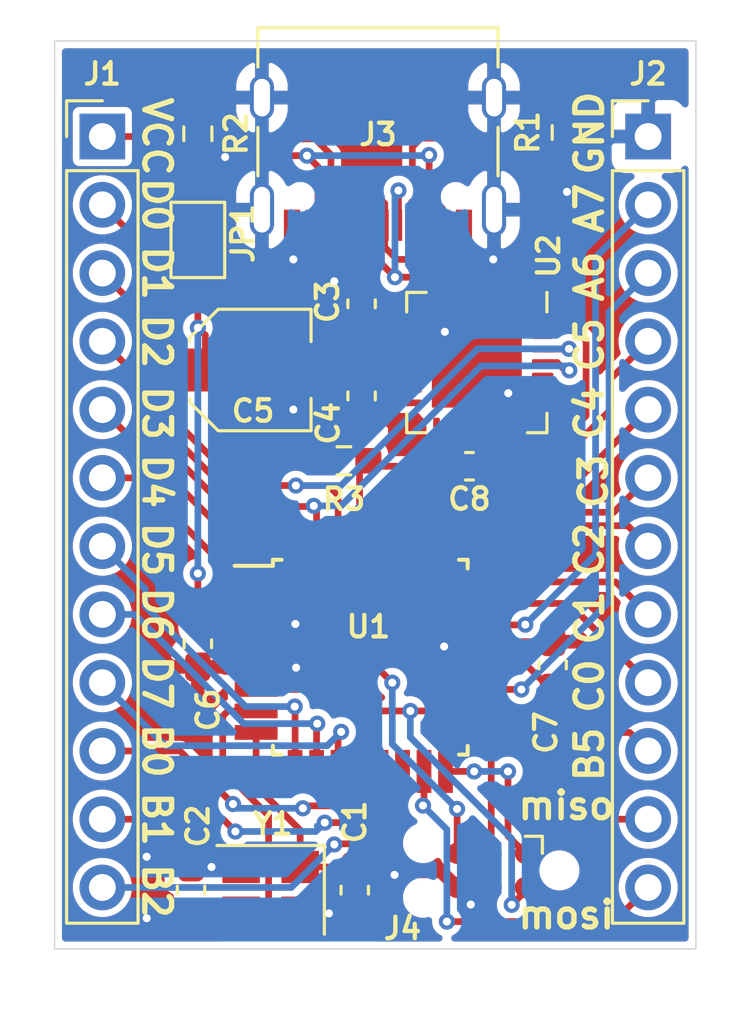
<source format=kicad_pcb>
(kicad_pcb (version 20171130) (host pcbnew "(5.1.8-0-10_14)")

  (general
    (thickness 1.6)
    (drawings 28)
    (tracks 332)
    (zones 0)
    (modules 19)
    (nets 57)
  )

  (page A4)
  (layers
    (0 F.Cu signal)
    (31 B.Cu signal)
    (32 B.Adhes user)
    (33 F.Adhes user)
    (34 B.Paste user)
    (35 F.Paste user)
    (36 B.SilkS user)
    (37 F.SilkS user)
    (38 B.Mask user)
    (39 F.Mask user)
    (40 Dwgs.User user)
    (41 Cmts.User user)
    (42 Eco1.User user)
    (43 Eco2.User user)
    (44 Edge.Cuts user)
    (45 Margin user)
    (46 B.CrtYd user)
    (47 F.CrtYd user)
    (48 B.Fab user hide)
    (49 F.Fab user hide)
  )

  (setup
    (last_trace_width 0.25)
    (user_trace_width 0.2)
    (user_trace_width 0.25)
    (trace_clearance 0.2)
    (zone_clearance 0.25)
    (zone_45_only no)
    (trace_min 0.2)
    (via_size 0.6)
    (via_drill 0.3)
    (via_min_size 0.4)
    (via_min_drill 0.3)
    (user_via 0.6 0.3)
    (uvia_size 0.3)
    (uvia_drill 0.1)
    (uvias_allowed no)
    (uvia_min_size 0.2)
    (uvia_min_drill 0.1)
    (edge_width 0.05)
    (segment_width 0.2)
    (pcb_text_width 0.3)
    (pcb_text_size 1.5 1.5)
    (mod_edge_width 0.12)
    (mod_text_size 0.8 0.8)
    (mod_text_width 0.16)
    (pad_size 1.524 1.524)
    (pad_drill 0.762)
    (pad_to_mask_clearance 0.05)
    (solder_mask_min_width 0.2)
    (aux_axis_origin 0 0)
    (visible_elements FFFFFF7F)
    (pcbplotparams
      (layerselection 0x010f0_ffffffff)
      (usegerberextensions false)
      (usegerberattributes true)
      (usegerberadvancedattributes true)
      (creategerberjobfile true)
      (excludeedgelayer true)
      (linewidth 0.100000)
      (plotframeref false)
      (viasonmask false)
      (mode 1)
      (useauxorigin false)
      (hpglpennumber 1)
      (hpglpenspeed 20)
      (hpglpendiameter 15.000000)
      (psnegative false)
      (psa4output false)
      (plotreference true)
      (plotvalue true)
      (plotinvisibletext false)
      (padsonsilk false)
      (subtractmaskfromsilk false)
      (outputformat 1)
      (mirror false)
      (drillshape 0)
      (scaleselection 1)
      (outputdirectory "out/"))
  )

  (net 0 "")
  (net 1 GND)
  (net 2 VCC)
  (net 3 PD2)
  (net 4 PD1)
  (net 5 PD0)
  (net 6 nRST)
  (net 7 PC5)
  (net 8 PC4)
  (net 9 PC3)
  (net 10 PC2)
  (net 11 PC1)
  (net 12 PC0)
  (net 13 ADC7)
  (net 14 AREF)
  (net 15 ADC6)
  (net 16 PB5)
  (net 17 PB2)
  (net 18 PB1)
  (net 19 PB0)
  (net 20 PD6)
  (net 21 PD5)
  (net 22 XTAL2)
  (net 23 XTAL1)
  (net 24 PD4)
  (net 25 PD3)
  (net 26 "Net-(J3-PadB5)")
  (net 27 D+)
  (net 28 "Net-(J3-PadA8)")
  (net 29 "Net-(J3-PadA5)")
  (net 30 "Net-(J3-PadB8)")
  (net 31 D-)
  (net 32 MOSI)
  (net 33 MISO)
  (net 34 VBUS)
  (net 35 "Net-(U2-Pad27)")
  (net 36 "Net-(U2-Pad24)")
  (net 37 "Net-(U2-Pad23)")
  (net 38 "Net-(U2-Pad22)")
  (net 39 "Net-(U2-Pad21)")
  (net 40 "Net-(U2-Pad20)")
  (net 41 "Net-(U2-Pad19)")
  (net 42 "Net-(U2-Pad18)")
  (net 43 "Net-(U2-Pad17)")
  (net 44 "Net-(U2-Pad16)")
  (net 45 "Net-(U2-Pad15)")
  (net 46 "Net-(U2-Pad14)")
  (net 47 "Net-(U2-Pad13)")
  (net 48 "Net-(U2-Pad12)")
  (net 49 "Net-(U2-Pad11)")
  (net 50 "Net-(U2-Pad10)")
  (net 51 "Net-(U2-Pad9)")
  (net 52 "Net-(U2-Pad6)")
  (net 53 "Net-(U2-Pad2)")
  (net 54 "Net-(U2-Pad1)")
  (net 55 PD7)
  (net 56 DTR)

  (net_class Default "This is the default net class."
    (clearance 0.2)
    (trace_width 0.25)
    (via_dia 0.6)
    (via_drill 0.3)
    (uvia_dia 0.3)
    (uvia_drill 0.1)
    (add_net ADC6)
    (add_net ADC7)
    (add_net AREF)
    (add_net D+)
    (add_net D-)
    (add_net DTR)
    (add_net GND)
    (add_net MISO)
    (add_net MOSI)
    (add_net "Net-(J3-PadA5)")
    (add_net "Net-(J3-PadA8)")
    (add_net "Net-(J3-PadB5)")
    (add_net "Net-(J3-PadB8)")
    (add_net "Net-(U2-Pad1)")
    (add_net "Net-(U2-Pad10)")
    (add_net "Net-(U2-Pad11)")
    (add_net "Net-(U2-Pad12)")
    (add_net "Net-(U2-Pad13)")
    (add_net "Net-(U2-Pad14)")
    (add_net "Net-(U2-Pad15)")
    (add_net "Net-(U2-Pad16)")
    (add_net "Net-(U2-Pad17)")
    (add_net "Net-(U2-Pad18)")
    (add_net "Net-(U2-Pad19)")
    (add_net "Net-(U2-Pad2)")
    (add_net "Net-(U2-Pad20)")
    (add_net "Net-(U2-Pad21)")
    (add_net "Net-(U2-Pad22)")
    (add_net "Net-(U2-Pad23)")
    (add_net "Net-(U2-Pad24)")
    (add_net "Net-(U2-Pad27)")
    (add_net "Net-(U2-Pad6)")
    (add_net "Net-(U2-Pad9)")
    (add_net PB0)
    (add_net PB1)
    (add_net PB2)
    (add_net PB5)
    (add_net PC0)
    (add_net PC1)
    (add_net PC2)
    (add_net PC3)
    (add_net PC4)
    (add_net PC5)
    (add_net PD0)
    (add_net PD1)
    (add_net PD2)
    (add_net PD3)
    (add_net PD4)
    (add_net PD5)
    (add_net PD6)
    (add_net PD7)
    (add_net VBUS)
    (add_net VCC)
    (add_net XTAL1)
    (add_net XTAL2)
    (add_net nRST)
  )

  (module Capacitor_SMD:C_0603_1608Metric_Pad1.08x0.95mm_HandSolder (layer F.Cu) (tedit 5F68FEEF) (tstamp 600F5588)
    (at 94.9463 35.1282)
    (descr "Capacitor SMD 0603 (1608 Metric), square (rectangular) end terminal, IPC_7351 nominal with elongated pad for handsoldering. (Body size source: IPC-SM-782 page 76, https://www.pcb-3d.com/wordpress/wp-content/uploads/ipc-sm-782a_amendment_1_and_2.pdf), generated with kicad-footprint-generator")
    (tags "capacitor handsolder")
    (path /6036A3FB)
    (attr smd)
    (fp_text reference C8 (at -0.0011 1.2192) (layer F.SilkS)
      (effects (font (size 0.8 0.8) (thickness 0.16)))
    )
    (fp_text value 100nF (at 0 1.43) (layer F.Fab)
      (effects (font (size 1 1) (thickness 0.15)))
    )
    (fp_line (start -0.8 0.4) (end -0.8 -0.4) (layer F.Fab) (width 0.1))
    (fp_line (start -0.8 -0.4) (end 0.8 -0.4) (layer F.Fab) (width 0.1))
    (fp_line (start 0.8 -0.4) (end 0.8 0.4) (layer F.Fab) (width 0.1))
    (fp_line (start 0.8 0.4) (end -0.8 0.4) (layer F.Fab) (width 0.1))
    (fp_line (start -0.146267 -0.51) (end 0.146267 -0.51) (layer F.SilkS) (width 0.12))
    (fp_line (start -0.146267 0.51) (end 0.146267 0.51) (layer F.SilkS) (width 0.12))
    (fp_line (start -1.65 0.73) (end -1.65 -0.73) (layer F.CrtYd) (width 0.05))
    (fp_line (start -1.65 -0.73) (end 1.65 -0.73) (layer F.CrtYd) (width 0.05))
    (fp_line (start 1.65 -0.73) (end 1.65 0.73) (layer F.CrtYd) (width 0.05))
    (fp_line (start 1.65 0.73) (end -1.65 0.73) (layer F.CrtYd) (width 0.05))
    (fp_text user %R (at 0 0) (layer F.Fab)
      (effects (font (size 0.4 0.4) (thickness 0.06)))
    )
    (pad 2 smd roundrect (at 0.8625 0) (size 1.075 0.95) (layers F.Cu F.Paste F.Mask) (roundrect_rratio 0.25)
      (net 56 DTR))
    (pad 1 smd roundrect (at -0.8625 0) (size 1.075 0.95) (layers F.Cu F.Paste F.Mask) (roundrect_rratio 0.25)
      (net 6 nRST))
    (model ${KISYS3DMOD}/Capacitor_SMD.3dshapes/C_0603_1608Metric.wrl
      (at (xyz 0 0 0))
      (scale (xyz 1 1 1))
      (rotate (xyz 0 0 0))
    )
  )

  (module Capacitor_SMD:C_Elec_4x5.4 (layer F.Cu) (tedit 5BC8D926) (tstamp 600E012E)
    (at 86.7904 31.5468)
    (descr "SMD capacitor, aluminum electrolytic nonpolar, 4.0x5.4mm")
    (tags "capacitor electrolyic nonpolar")
    (path /601D332C)
    (attr smd)
    (fp_text reference C5 (at 0.1016 1.524) (layer F.SilkS)
      (effects (font (size 0.8 0.8) (thickness 0.16)))
    )
    (fp_text value 47uF (at 0 3.2) (layer F.Fab)
      (effects (font (size 1 1) (thickness 0.15)))
    )
    (fp_circle (center 0 0) (end 2 0) (layer F.Fab) (width 0.1))
    (fp_line (start 2.15 -2.15) (end 2.15 2.15) (layer F.Fab) (width 0.1))
    (fp_line (start -1.15 -2.15) (end 2.15 -2.15) (layer F.Fab) (width 0.1))
    (fp_line (start -1.15 2.15) (end 2.15 2.15) (layer F.Fab) (width 0.1))
    (fp_line (start -2.15 -1.15) (end -2.15 1.15) (layer F.Fab) (width 0.1))
    (fp_line (start -2.15 -1.15) (end -1.15 -2.15) (layer F.Fab) (width 0.1))
    (fp_line (start -2.15 1.15) (end -1.15 2.15) (layer F.Fab) (width 0.1))
    (fp_line (start 2.26 2.26) (end 2.26 1.06) (layer F.SilkS) (width 0.12))
    (fp_line (start 2.26 -2.26) (end 2.26 -1.06) (layer F.SilkS) (width 0.12))
    (fp_line (start -1.195563 -2.26) (end 2.26 -2.26) (layer F.SilkS) (width 0.12))
    (fp_line (start -1.195563 2.26) (end 2.26 2.26) (layer F.SilkS) (width 0.12))
    (fp_line (start -2.26 1.195563) (end -2.26 1.06) (layer F.SilkS) (width 0.12))
    (fp_line (start -2.26 -1.195563) (end -2.26 -1.06) (layer F.SilkS) (width 0.12))
    (fp_line (start -2.26 -1.195563) (end -1.195563 -2.26) (layer F.SilkS) (width 0.12))
    (fp_line (start -2.26 1.195563) (end -1.195563 2.26) (layer F.SilkS) (width 0.12))
    (fp_line (start 2.4 -2.4) (end 2.4 -1.05) (layer F.CrtYd) (width 0.05))
    (fp_line (start 2.4 -1.05) (end 3.25 -1.05) (layer F.CrtYd) (width 0.05))
    (fp_line (start 3.25 -1.05) (end 3.25 1.05) (layer F.CrtYd) (width 0.05))
    (fp_line (start 3.25 1.05) (end 2.4 1.05) (layer F.CrtYd) (width 0.05))
    (fp_line (start 2.4 1.05) (end 2.4 2.4) (layer F.CrtYd) (width 0.05))
    (fp_line (start -1.25 2.4) (end 2.4 2.4) (layer F.CrtYd) (width 0.05))
    (fp_line (start -1.25 -2.4) (end 2.4 -2.4) (layer F.CrtYd) (width 0.05))
    (fp_line (start -2.4 1.25) (end -1.25 2.4) (layer F.CrtYd) (width 0.05))
    (fp_line (start -2.4 -1.25) (end -1.25 -2.4) (layer F.CrtYd) (width 0.05))
    (fp_line (start -2.4 -1.25) (end -2.4 -1.05) (layer F.CrtYd) (width 0.05))
    (fp_line (start -2.4 1.05) (end -2.4 1.25) (layer F.CrtYd) (width 0.05))
    (fp_line (start -2.4 -1.05) (end -3.25 -1.05) (layer F.CrtYd) (width 0.05))
    (fp_line (start -3.25 -1.05) (end -3.25 1.05) (layer F.CrtYd) (width 0.05))
    (fp_line (start -3.25 1.05) (end -2.4 1.05) (layer F.CrtYd) (width 0.05))
    (fp_text user %R (at 0 0) (layer F.Fab)
      (effects (font (size 0.8 0.8) (thickness 0.12)))
    )
    (pad 2 smd roundrect (at 1.675 0) (size 2.65 1.6) (layers F.Cu F.Paste F.Mask) (roundrect_rratio 0.15625)
      (net 1 GND))
    (pad 1 smd roundrect (at -1.675 0) (size 2.65 1.6) (layers F.Cu F.Paste F.Mask) (roundrect_rratio 0.15625)
      (net 2 VCC))
    (model ${KISYS3DMOD}/Capacitor_SMD.3dshapes/C_Elec_4x5.4.wrl
      (at (xyz 0 0 0))
      (scale (xyz 1 1 1))
      (rotate (xyz 0 0 0))
    )
  )

  (module Connector:Tag-Connect_TC2030-IDC-NL_2x03_P1.27mm_Vertical (layer F.Cu) (tedit 5A29CEA9) (tstamp 5FFB8F23)
    (at 95.758 50.165 180)
    (descr "Tag-Connect programming header; http://www.tag-connect.com/Materials/TC2030-IDC-NL.pdf")
    (tags "tag connect programming header pogo pins")
    (path /5FEAD605)
    (attr virtual)
    (fp_text reference J4 (at 3.302 -2.159) (layer F.SilkS)
      (effects (font (size 0.8 0.8) (thickness 0.16)))
    )
    (fp_text value AVR-ISP-6 (at 0 -2.3) (layer F.Fab)
      (effects (font (size 1 1) (thickness 0.15)))
    )
    (fp_line (start -1.905 1.27) (end -1.905 0.635) (layer F.SilkS) (width 0.12))
    (fp_line (start -1.27 1.27) (end -1.905 1.27) (layer F.SilkS) (width 0.12))
    (fp_line (start -3.5 2) (end -3.5 -2) (layer F.CrtYd) (width 0.05))
    (fp_line (start 3.5 2) (end -3.5 2) (layer F.CrtYd) (width 0.05))
    (fp_line (start 3.5 -2) (end 3.5 2) (layer F.CrtYd) (width 0.05))
    (fp_line (start -3.5 -2) (end 3.5 -2) (layer F.CrtYd) (width 0.05))
    (fp_line (start -1.27 0.635) (end -1.27 -0.635) (layer Dwgs.User) (width 0.1))
    (fp_line (start 1.27 0.635) (end -1.27 0.635) (layer Dwgs.User) (width 0.1))
    (fp_line (start 1.27 -0.635) (end 1.27 0.635) (layer Dwgs.User) (width 0.1))
    (fp_line (start -1.27 -0.635) (end 1.27 -0.635) (layer Dwgs.User) (width 0.1))
    (fp_line (start -1.27 0.635) (end 0 -0.635) (layer Dwgs.User) (width 0.1))
    (fp_line (start -1.27 0) (end -0.635 -0.635) (layer Dwgs.User) (width 0.1))
    (fp_line (start -0.635 0.635) (end 0.635 -0.635) (layer Dwgs.User) (width 0.1))
    (fp_line (start 0 0.635) (end 1.27 -0.635) (layer Dwgs.User) (width 0.1))
    (fp_line (start 0.635 0.635) (end 1.27 0) (layer Dwgs.User) (width 0.1))
    (fp_text user KEEPOUT (at 0 0) (layer Cmts.User)
      (effects (font (size 0.4 0.4) (thickness 0.07)))
    )
    (fp_text user %R (at 0 0) (layer F.Fab)
      (effects (font (size 1 1) (thickness 0.15)))
    )
    (pad 6 connect circle (at 1.27 -0.635 180) (size 0.7874 0.7874) (layers F.Cu F.Mask)
      (net 1 GND))
    (pad 5 connect circle (at 1.27 0.635 180) (size 0.7874 0.7874) (layers F.Cu F.Mask)
      (net 6 nRST))
    (pad 4 connect circle (at 0 -0.635 180) (size 0.7874 0.7874) (layers F.Cu F.Mask)
      (net 32 MOSI))
    (pad 3 connect circle (at 0 0.635 180) (size 0.7874 0.7874) (layers F.Cu F.Mask)
      (net 16 PB5))
    (pad 2 connect circle (at -1.27 -0.635 180) (size 0.7874 0.7874) (layers F.Cu F.Mask)
      (net 2 VCC))
    (pad 1 connect circle (at -1.27 0.635 180) (size 0.7874 0.7874) (layers F.Cu F.Mask)
      (net 33 MISO))
    (pad "" np_thru_hole circle (at -2.54 0 180) (size 0.9906 0.9906) (drill 0.9906) (layers *.Cu *.Mask))
    (pad "" np_thru_hole circle (at 2.54 1.016 180) (size 0.9906 0.9906) (drill 0.9906) (layers *.Cu *.Mask))
    (pad "" np_thru_hole circle (at 2.54 -1.016 180) (size 0.9906 0.9906) (drill 0.9906) (layers *.Cu *.Mask))
  )

  (module Package_QFP:TQFP-32_7x7mm_P0.8mm (layer F.Cu) (tedit 5A02F146) (tstamp 5FF8F0C6)
    (at 91.256 42.232)
    (descr "32-Lead Plastic Thin Quad Flatpack (PT) - 7x7x1.0 mm Body, 2.00 mm [TQFP] (see Microchip Packaging Specification 00000049BS.pdf)")
    (tags "QFP 0.8")
    (path /5FE4A4B9)
    (attr smd)
    (fp_text reference U1 (at -0.07 -1.1348) (layer F.SilkS)
      (effects (font (size 0.8 0.8) (thickness 0.16)))
    )
    (fp_text value ATmega88-20AU (at 0 6.05) (layer F.Fab)
      (effects (font (size 1 1) (thickness 0.15)))
    )
    (fp_line (start -3.625 -3.4) (end -5.05 -3.4) (layer F.SilkS) (width 0.15))
    (fp_line (start 3.625 -3.625) (end 3.3 -3.625) (layer F.SilkS) (width 0.15))
    (fp_line (start 3.625 3.625) (end 3.3 3.625) (layer F.SilkS) (width 0.15))
    (fp_line (start -3.625 3.625) (end -3.3 3.625) (layer F.SilkS) (width 0.15))
    (fp_line (start -3.625 -3.625) (end -3.3 -3.625) (layer F.SilkS) (width 0.15))
    (fp_line (start -3.625 3.625) (end -3.625 3.3) (layer F.SilkS) (width 0.15))
    (fp_line (start 3.625 3.625) (end 3.625 3.3) (layer F.SilkS) (width 0.15))
    (fp_line (start 3.625 -3.625) (end 3.625 -3.3) (layer F.SilkS) (width 0.15))
    (fp_line (start -3.625 -3.625) (end -3.625 -3.4) (layer F.SilkS) (width 0.15))
    (fp_line (start -5.3 5.3) (end 5.3 5.3) (layer F.CrtYd) (width 0.05))
    (fp_line (start -5.3 -5.3) (end 5.3 -5.3) (layer F.CrtYd) (width 0.05))
    (fp_line (start 5.3 -5.3) (end 5.3 5.3) (layer F.CrtYd) (width 0.05))
    (fp_line (start -5.3 -5.3) (end -5.3 5.3) (layer F.CrtYd) (width 0.05))
    (fp_line (start -3.5 -2.5) (end -2.5 -3.5) (layer F.Fab) (width 0.15))
    (fp_line (start -3.5 3.5) (end -3.5 -2.5) (layer F.Fab) (width 0.15))
    (fp_line (start 3.5 3.5) (end -3.5 3.5) (layer F.Fab) (width 0.15))
    (fp_line (start 3.5 -3.5) (end 3.5 3.5) (layer F.Fab) (width 0.15))
    (fp_line (start -2.5 -3.5) (end 3.5 -3.5) (layer F.Fab) (width 0.15))
    (fp_text user %R (at 0 0 180) (layer F.Fab)
      (effects (font (size 1 1) (thickness 0.15)))
    )
    (pad 32 smd rect (at -2.8 -4.25 90) (size 1.6 0.55) (layers F.Cu F.Paste F.Mask)
      (net 3 PD2))
    (pad 31 smd rect (at -2 -4.25 90) (size 1.6 0.55) (layers F.Cu F.Paste F.Mask)
      (net 4 PD1))
    (pad 30 smd rect (at -1.2 -4.25 90) (size 1.6 0.55) (layers F.Cu F.Paste F.Mask)
      (net 5 PD0))
    (pad 29 smd rect (at -0.4 -4.25 90) (size 1.6 0.55) (layers F.Cu F.Paste F.Mask)
      (net 6 nRST))
    (pad 28 smd rect (at 0.4 -4.25 90) (size 1.6 0.55) (layers F.Cu F.Paste F.Mask)
      (net 7 PC5))
    (pad 27 smd rect (at 1.2 -4.25 90) (size 1.6 0.55) (layers F.Cu F.Paste F.Mask)
      (net 8 PC4))
    (pad 26 smd rect (at 2 -4.25 90) (size 1.6 0.55) (layers F.Cu F.Paste F.Mask)
      (net 9 PC3))
    (pad 25 smd rect (at 2.8 -4.25 90) (size 1.6 0.55) (layers F.Cu F.Paste F.Mask)
      (net 10 PC2))
    (pad 24 smd rect (at 4.25 -2.8) (size 1.6 0.55) (layers F.Cu F.Paste F.Mask)
      (net 11 PC1))
    (pad 23 smd rect (at 4.25 -2) (size 1.6 0.55) (layers F.Cu F.Paste F.Mask)
      (net 12 PC0))
    (pad 22 smd rect (at 4.25 -1.2) (size 1.6 0.55) (layers F.Cu F.Paste F.Mask)
      (net 13 ADC7))
    (pad 21 smd rect (at 4.25 -0.4) (size 1.6 0.55) (layers F.Cu F.Paste F.Mask)
      (net 1 GND))
    (pad 20 smd rect (at 4.25 0.4) (size 1.6 0.55) (layers F.Cu F.Paste F.Mask)
      (net 14 AREF))
    (pad 19 smd rect (at 4.25 1.2) (size 1.6 0.55) (layers F.Cu F.Paste F.Mask)
      (net 15 ADC6))
    (pad 18 smd rect (at 4.25 2) (size 1.6 0.55) (layers F.Cu F.Paste F.Mask)
      (net 2 VCC))
    (pad 17 smd rect (at 4.25 2.8) (size 1.6 0.55) (layers F.Cu F.Paste F.Mask)
      (net 16 PB5))
    (pad 16 smd rect (at 2.8 4.25 90) (size 1.6 0.55) (layers F.Cu F.Paste F.Mask)
      (net 33 MISO))
    (pad 15 smd rect (at 2 4.25 90) (size 1.6 0.55) (layers F.Cu F.Paste F.Mask)
      (net 32 MOSI))
    (pad 14 smd rect (at 1.2 4.25 90) (size 1.6 0.55) (layers F.Cu F.Paste F.Mask)
      (net 17 PB2))
    (pad 13 smd rect (at 0.4 4.25 90) (size 1.6 0.55) (layers F.Cu F.Paste F.Mask)
      (net 18 PB1))
    (pad 12 smd rect (at -0.4 4.25 90) (size 1.6 0.55) (layers F.Cu F.Paste F.Mask)
      (net 19 PB0))
    (pad 11 smd rect (at -1.2 4.25 90) (size 1.6 0.55) (layers F.Cu F.Paste F.Mask)
      (net 55 PD7))
    (pad 10 smd rect (at -2 4.25 90) (size 1.6 0.55) (layers F.Cu F.Paste F.Mask)
      (net 20 PD6))
    (pad 9 smd rect (at -2.8 4.25 90) (size 1.6 0.55) (layers F.Cu F.Paste F.Mask)
      (net 21 PD5))
    (pad 8 smd rect (at -4.25 2.8) (size 1.6 0.55) (layers F.Cu F.Paste F.Mask)
      (net 22 XTAL2))
    (pad 7 smd rect (at -4.25 2) (size 1.6 0.55) (layers F.Cu F.Paste F.Mask)
      (net 23 XTAL1))
    (pad 6 smd rect (at -4.25 1.2) (size 1.6 0.55) (layers F.Cu F.Paste F.Mask)
      (net 2 VCC))
    (pad 5 smd rect (at -4.25 0.4) (size 1.6 0.55) (layers F.Cu F.Paste F.Mask)
      (net 1 GND))
    (pad 4 smd rect (at -4.25 -0.4) (size 1.6 0.55) (layers F.Cu F.Paste F.Mask)
      (net 2 VCC))
    (pad 3 smd rect (at -4.25 -1.2) (size 1.6 0.55) (layers F.Cu F.Paste F.Mask)
      (net 1 GND))
    (pad 2 smd rect (at -4.25 -2) (size 1.6 0.55) (layers F.Cu F.Paste F.Mask)
      (net 24 PD4))
    (pad 1 smd rect (at -4.25 -2.8) (size 1.6 0.55) (layers F.Cu F.Paste F.Mask)
      (net 25 PD3))
    (model ${KISYS3DMOD}/Package_QFP.3dshapes/TQFP-32_7x7mm_P0.8mm.wrl
      (at (xyz 0 0 0))
      (scale (xyz 1 1 1))
      (rotate (xyz 0 0 0))
    )
  )

  (module Connector_PinHeader_2.54mm:PinHeader_1x12_P2.54mm_Vertical (layer F.Cu) (tedit 59FED5CC) (tstamp 5FFB5FF3)
    (at 101.6 22.86)
    (descr "Through hole straight pin header, 1x12, 2.54mm pitch, single row")
    (tags "Through hole pin header THT 1x12 2.54mm single row")
    (path /5FE68957)
    (fp_text reference J2 (at 0 -2.33) (layer F.SilkS)
      (effects (font (size 0.8 0.8) (thickness 0.16)))
    )
    (fp_text value Conn_01x13_Male (at 0 30.27) (layer F.Fab)
      (effects (font (size 1 1) (thickness 0.15)))
    )
    (fp_line (start -0.635 -1.27) (end 1.27 -1.27) (layer F.Fab) (width 0.1))
    (fp_line (start 1.27 -1.27) (end 1.27 29.21) (layer F.Fab) (width 0.1))
    (fp_line (start 1.27 29.21) (end -1.27 29.21) (layer F.Fab) (width 0.1))
    (fp_line (start -1.27 29.21) (end -1.27 -0.635) (layer F.Fab) (width 0.1))
    (fp_line (start -1.27 -0.635) (end -0.635 -1.27) (layer F.Fab) (width 0.1))
    (fp_line (start -1.33 29.27) (end 1.33 29.27) (layer F.SilkS) (width 0.12))
    (fp_line (start -1.33 1.27) (end -1.33 29.27) (layer F.SilkS) (width 0.12))
    (fp_line (start 1.33 1.27) (end 1.33 29.27) (layer F.SilkS) (width 0.12))
    (fp_line (start -1.33 1.27) (end 1.33 1.27) (layer F.SilkS) (width 0.12))
    (fp_line (start -1.33 0) (end -1.33 -1.33) (layer F.SilkS) (width 0.12))
    (fp_line (start -1.33 -1.33) (end 0 -1.33) (layer F.SilkS) (width 0.12))
    (fp_line (start -1.8 -1.8) (end -1.8 29.75) (layer F.CrtYd) (width 0.05))
    (fp_line (start -1.8 29.75) (end 1.8 29.75) (layer F.CrtYd) (width 0.05))
    (fp_line (start 1.8 29.75) (end 1.8 -1.8) (layer F.CrtYd) (width 0.05))
    (fp_line (start 1.8 -1.8) (end -1.8 -1.8) (layer F.CrtYd) (width 0.05))
    (fp_text user %R (at 0 13.97 90) (layer F.Fab)
      (effects (font (size 1 1) (thickness 0.15)))
    )
    (pad 12 thru_hole oval (at 0 27.94) (size 1.7 1.7) (drill 1) (layers *.Cu *.Mask)
      (net 32 MOSI))
    (pad 11 thru_hole oval (at 0 25.4) (size 1.7 1.7) (drill 1) (layers *.Cu *.Mask)
      (net 33 MISO))
    (pad 10 thru_hole oval (at 0 22.86) (size 1.7 1.7) (drill 1) (layers *.Cu *.Mask)
      (net 16 PB5))
    (pad 9 thru_hole oval (at 0 20.32) (size 1.7 1.7) (drill 1) (layers *.Cu *.Mask)
      (net 12 PC0))
    (pad 8 thru_hole oval (at 0 17.78) (size 1.7 1.7) (drill 1) (layers *.Cu *.Mask)
      (net 11 PC1))
    (pad 7 thru_hole oval (at 0 15.24) (size 1.7 1.7) (drill 1) (layers *.Cu *.Mask)
      (net 10 PC2))
    (pad 6 thru_hole oval (at 0 12.7) (size 1.7 1.7) (drill 1) (layers *.Cu *.Mask)
      (net 9 PC3))
    (pad 5 thru_hole oval (at 0 10.16) (size 1.7 1.7) (drill 1) (layers *.Cu *.Mask)
      (net 8 PC4))
    (pad 4 thru_hole oval (at 0 7.62) (size 1.7 1.7) (drill 1) (layers *.Cu *.Mask)
      (net 7 PC5))
    (pad 3 thru_hole oval (at 0 5.08) (size 1.7 1.7) (drill 1) (layers *.Cu *.Mask)
      (net 15 ADC6))
    (pad 2 thru_hole oval (at 0 2.54) (size 1.7 1.7) (drill 1) (layers *.Cu *.Mask)
      (net 13 ADC7))
    (pad 1 thru_hole rect (at 0 0) (size 1.7 1.7) (drill 1) (layers *.Cu *.Mask)
      (net 1 GND))
    (model ${KISYS3DMOD}/Connector_PinHeader_2.54mm.3dshapes/PinHeader_1x12_P2.54mm_Vertical.wrl
      (at (xyz 0 0 0))
      (scale (xyz 1 1 1))
      (rotate (xyz 0 0 0))
    )
  )

  (module Connector_PinHeader_2.54mm:PinHeader_1x12_P2.54mm_Vertical (layer F.Cu) (tedit 59FED5CC) (tstamp 5FFB5BBB)
    (at 81.28 22.86)
    (descr "Through hole straight pin header, 1x12, 2.54mm pitch, single row")
    (tags "Through hole pin header THT 1x12 2.54mm single row")
    (path /5FE67732)
    (fp_text reference J1 (at 0 -2.33) (layer F.SilkS)
      (effects (font (size 0.8 0.8) (thickness 0.16)))
    )
    (fp_text value Conn_01x13_Male (at 0 30.27) (layer F.Fab)
      (effects (font (size 1 1) (thickness 0.15)))
    )
    (fp_line (start -0.635 -1.27) (end 1.27 -1.27) (layer F.Fab) (width 0.1))
    (fp_line (start 1.27 -1.27) (end 1.27 29.21) (layer F.Fab) (width 0.1))
    (fp_line (start 1.27 29.21) (end -1.27 29.21) (layer F.Fab) (width 0.1))
    (fp_line (start -1.27 29.21) (end -1.27 -0.635) (layer F.Fab) (width 0.1))
    (fp_line (start -1.27 -0.635) (end -0.635 -1.27) (layer F.Fab) (width 0.1))
    (fp_line (start -1.33 29.27) (end 1.33 29.27) (layer F.SilkS) (width 0.12))
    (fp_line (start -1.33 1.27) (end -1.33 29.27) (layer F.SilkS) (width 0.12))
    (fp_line (start 1.33 1.27) (end 1.33 29.27) (layer F.SilkS) (width 0.12))
    (fp_line (start -1.33 1.27) (end 1.33 1.27) (layer F.SilkS) (width 0.12))
    (fp_line (start -1.33 0) (end -1.33 -1.33) (layer F.SilkS) (width 0.12))
    (fp_line (start -1.33 -1.33) (end 0 -1.33) (layer F.SilkS) (width 0.12))
    (fp_line (start -1.8 -1.8) (end -1.8 29.75) (layer F.CrtYd) (width 0.05))
    (fp_line (start -1.8 29.75) (end 1.8 29.75) (layer F.CrtYd) (width 0.05))
    (fp_line (start 1.8 29.75) (end 1.8 -1.8) (layer F.CrtYd) (width 0.05))
    (fp_line (start 1.8 -1.8) (end -1.8 -1.8) (layer F.CrtYd) (width 0.05))
    (fp_text user %R (at 0 13.97 90) (layer F.Fab)
      (effects (font (size 1 1) (thickness 0.15)))
    )
    (pad 12 thru_hole oval (at 0 27.94) (size 1.7 1.7) (drill 1) (layers *.Cu *.Mask)
      (net 17 PB2))
    (pad 11 thru_hole oval (at 0 25.4) (size 1.7 1.7) (drill 1) (layers *.Cu *.Mask)
      (net 18 PB1))
    (pad 10 thru_hole oval (at 0 22.86) (size 1.7 1.7) (drill 1) (layers *.Cu *.Mask)
      (net 19 PB0))
    (pad 9 thru_hole oval (at 0 20.32) (size 1.7 1.7) (drill 1) (layers *.Cu *.Mask)
      (net 55 PD7))
    (pad 8 thru_hole oval (at 0 17.78) (size 1.7 1.7) (drill 1) (layers *.Cu *.Mask)
      (net 20 PD6))
    (pad 7 thru_hole oval (at 0 15.24) (size 1.7 1.7) (drill 1) (layers *.Cu *.Mask)
      (net 21 PD5))
    (pad 6 thru_hole oval (at 0 12.7) (size 1.7 1.7) (drill 1) (layers *.Cu *.Mask)
      (net 24 PD4))
    (pad 5 thru_hole oval (at 0 10.16) (size 1.7 1.7) (drill 1) (layers *.Cu *.Mask)
      (net 25 PD3))
    (pad 4 thru_hole oval (at 0 7.62) (size 1.7 1.7) (drill 1) (layers *.Cu *.Mask)
      (net 3 PD2))
    (pad 3 thru_hole oval (at 0 5.08) (size 1.7 1.7) (drill 1) (layers *.Cu *.Mask)
      (net 4 PD1))
    (pad 2 thru_hole oval (at 0 2.54) (size 1.7 1.7) (drill 1) (layers *.Cu *.Mask)
      (net 5 PD0))
    (pad 1 thru_hole rect (at 0 0) (size 1.7 1.7) (drill 1) (layers *.Cu *.Mask)
      (net 2 VCC))
    (model ${KISYS3DMOD}/Connector_PinHeader_2.54mm.3dshapes/PinHeader_1x12_P2.54mm_Vertical.wrl
      (at (xyz 0 0 0))
      (scale (xyz 1 1 1))
      (rotate (xyz 0 0 0))
    )
  )

  (module Connector_USB:USB_C_Receptacle_Palconn_UTC16-G (layer F.Cu) (tedit 5CF432E0) (tstamp 5FFCCAA6)
    (at 91.542 23.652 180)
    (descr http://www.palpilot.com/wp-content/uploads/2017/05/UTC027-GKN-OR-Rev-A.pdf)
    (tags "USB C Type-C Receptacle USB2.0")
    (path /5FE72F5D)
    (attr smd)
    (fp_text reference J3 (at 0 0.8682) (layer F.SilkS)
      (effects (font (size 0.8 0.8) (thickness 0.16)))
    )
    (fp_text value USB_C_Receptacle_USB2.0 (at 0 6.24) (layer F.Fab)
      (effects (font (size 1 1) (thickness 0.15)))
    )
    (fp_line (start -4.47 -2.48) (end 4.47 -2.48) (layer F.Fab) (width 0.1))
    (fp_line (start 4.47 -2.48) (end 4.47 4.84) (layer F.Fab) (width 0.1))
    (fp_line (start 4.47 4.84) (end -4.47 4.84) (layer F.Fab) (width 0.1))
    (fp_line (start -4.47 -2.48) (end -4.47 4.84) (layer F.Fab) (width 0.1))
    (fp_line (start -5.27 5.34) (end 5.27 5.34) (layer F.CrtYd) (width 0.05))
    (fp_line (start -5.27 -3.59) (end -5.27 5.34) (layer F.CrtYd) (width 0.05))
    (fp_line (start 5.27 -3.59) (end -5.27 -3.59) (layer F.CrtYd) (width 0.05))
    (fp_line (start 5.27 5.34) (end 5.27 -3.59) (layer F.CrtYd) (width 0.05))
    (fp_line (start -4.47 4.34) (end 4.47 4.34) (layer Dwgs.User) (width 0.1))
    (fp_line (start -4.47 -0.67) (end -4.47 1.13) (layer F.SilkS) (width 0.12))
    (fp_line (start -4.47 4.84) (end -4.47 3.38) (layer F.SilkS) (width 0.12))
    (fp_line (start 4.47 4.84) (end 4.47 3.38) (layer F.SilkS) (width 0.12))
    (fp_line (start 4.47 -0.67) (end 4.47 1.13) (layer F.SilkS) (width 0.12))
    (fp_line (start 4.47 4.84) (end -4.47 4.84) (layer F.SilkS) (width 0.12))
    (fp_text user "PCB Edge" (at 0 3.43) (layer Dwgs.User)
      (effects (font (size 1 1) (thickness 0.15)))
    )
    (fp_text user %R (at 0 1.18) (layer F.Fab)
      (effects (font (size 1 1) (thickness 0.15)))
    )
    (pad A12 smd rect (at 3.2 -2.51 180) (size 0.6 1.16) (layers F.Cu F.Paste F.Mask)
      (net 1 GND))
    (pad A9 smd rect (at 2.4 -2.51 180) (size 0.6 1.16) (layers F.Cu F.Paste F.Mask)
      (net 34 VBUS))
    (pad B1 smd rect (at 3.2 -2.51 180) (size 0.6 1.16) (layers F.Cu F.Paste F.Mask)
      (net 1 GND))
    (pad B4 smd rect (at 2.4 -2.51 180) (size 0.6 1.16) (layers F.Cu F.Paste F.Mask)
      (net 34 VBUS))
    (pad B12 smd rect (at -3.2 -2.51 180) (size 0.6 1.16) (layers F.Cu F.Paste F.Mask)
      (net 1 GND))
    (pad A1 smd rect (at -3.2 -2.51 180) (size 0.6 1.16) (layers F.Cu F.Paste F.Mask)
      (net 1 GND))
    (pad B9 smd rect (at -2.4 -2.51 180) (size 0.6 1.16) (layers F.Cu F.Paste F.Mask)
      (net 34 VBUS))
    (pad A4 smd rect (at -2.4 -2.51 180) (size 0.6 1.16) (layers F.Cu F.Paste F.Mask)
      (net 34 VBUS))
    (pad "" np_thru_hole circle (at -2.89 -1.45) (size 0.6 0.6) (drill 0.6) (layers *.Cu *.Mask))
    (pad "" np_thru_hole circle (at 2.89 -1.45) (size 0.6 0.6) (drill 0.6) (layers *.Cu *.Mask))
    (pad B5 smd rect (at 1.75 -2.51) (size 0.3 1.16) (layers F.Cu F.Paste F.Mask)
      (net 26 "Net-(J3-PadB5)"))
    (pad B6 smd rect (at 0.75 -2.51) (size 0.3 1.16) (layers F.Cu F.Paste F.Mask)
      (net 27 D+))
    (pad A8 smd rect (at 1.25 -2.51) (size 0.3 1.16) (layers F.Cu F.Paste F.Mask)
      (net 28 "Net-(J3-PadA8)"))
    (pad A5 smd rect (at -1.25 -2.51) (size 0.3 1.16) (layers F.Cu F.Paste F.Mask)
      (net 29 "Net-(J3-PadA5)"))
    (pad B8 smd rect (at -1.75 -2.51) (size 0.3 1.16) (layers F.Cu F.Paste F.Mask)
      (net 30 "Net-(J3-PadB8)"))
    (pad A7 smd rect (at 0.25 -2.51) (size 0.3 1.16) (layers F.Cu F.Paste F.Mask)
      (net 31 D-))
    (pad A6 smd rect (at -0.25 -2.51) (size 0.3 1.16) (layers F.Cu F.Paste F.Mask)
      (net 27 D+))
    (pad B7 smd rect (at -0.75 -2.51) (size 0.3 1.16) (layers F.Cu F.Paste F.Mask)
      (net 31 D-))
    (pad S1 thru_hole oval (at 4.32 2.24 270) (size 1.7 0.9) (drill oval 1.4 0.6) (layers *.Cu *.Mask)
      (net 1 GND))
    (pad S1 thru_hole oval (at -4.32 2.24 270) (size 1.7 0.9) (drill oval 1.4 0.6) (layers *.Cu *.Mask)
      (net 1 GND))
    (pad S1 thru_hole oval (at 4.32 -1.93 270) (size 2 0.9) (drill oval 1.7 0.6) (layers *.Cu *.Mask)
      (net 1 GND))
    (pad S1 thru_hole oval (at -4.32 -1.93 270) (size 2 0.9) (drill oval 1.7 0.6) (layers *.Cu *.Mask)
      (net 1 GND))
    (model ${KISYS3DMOD}/Connector_USB.3dshapes/USB_C_Receptacle_Palconn_UTC16-G.wrl
      (at (xyz 0 0 0))
      (scale (xyz 1 1 1))
      (rotate (xyz 0 0 0))
    )
  )

  (module Crystal:Crystal_SMD_3225-4Pin_3.2x2.5mm (layer F.Cu) (tedit 5A0FD1B2) (tstamp 5FE4EF6C)
    (at 87.546 50.888 180)
    (descr "SMD Crystal SERIES SMD3225/4 http://www.txccrystal.com/images/pdf/7m-accuracy.pdf, 3.2x2.5mm^2 package")
    (tags "SMD SMT crystal")
    (path /5FE59B90)
    (attr smd)
    (fp_text reference Y1 (at -0.084 2.4502) (layer F.SilkS)
      (effects (font (size 0.8 0.8) (thickness 0.16)))
    )
    (fp_text value Crystal_GND24 (at 0 2.45) (layer F.Fab)
      (effects (font (size 1 1) (thickness 0.15)))
    )
    (fp_line (start -1.6 -1.25) (end -1.6 1.25) (layer F.Fab) (width 0.1))
    (fp_line (start -1.6 1.25) (end 1.6 1.25) (layer F.Fab) (width 0.1))
    (fp_line (start 1.6 1.25) (end 1.6 -1.25) (layer F.Fab) (width 0.1))
    (fp_line (start 1.6 -1.25) (end -1.6 -1.25) (layer F.Fab) (width 0.1))
    (fp_line (start -1.6 0.25) (end -0.6 1.25) (layer F.Fab) (width 0.1))
    (fp_line (start -2 -1.65) (end -2 1.65) (layer F.SilkS) (width 0.12))
    (fp_line (start -2 1.65) (end 2 1.65) (layer F.SilkS) (width 0.12))
    (fp_line (start -2.1 -1.7) (end -2.1 1.7) (layer F.CrtYd) (width 0.05))
    (fp_line (start -2.1 1.7) (end 2.1 1.7) (layer F.CrtYd) (width 0.05))
    (fp_line (start 2.1 1.7) (end 2.1 -1.7) (layer F.CrtYd) (width 0.05))
    (fp_line (start 2.1 -1.7) (end -2.1 -1.7) (layer F.CrtYd) (width 0.05))
    (fp_text user %R (at 0 0) (layer F.Fab)
      (effects (font (size 0.7 0.7) (thickness 0.105)))
    )
    (pad 4 smd rect (at -1.1 -0.85 180) (size 1.4 1.2) (layers F.Cu F.Paste F.Mask)
      (net 1 GND))
    (pad 3 smd rect (at 1.1 -0.85 180) (size 1.4 1.2) (layers F.Cu F.Paste F.Mask)
      (net 23 XTAL1))
    (pad 2 smd rect (at 1.1 0.85 180) (size 1.4 1.2) (layers F.Cu F.Paste F.Mask)
      (net 1 GND))
    (pad 1 smd rect (at -1.1 0.85 180) (size 1.4 1.2) (layers F.Cu F.Paste F.Mask)
      (net 22 XTAL2))
    (model ${KISYS3DMOD}/Crystal.3dshapes/Crystal_SMD_3225-4Pin_3.2x2.5mm.wrl
      (at (xyz 0 0 0))
      (scale (xyz 1 1 1))
      (rotate (xyz 0 0 0))
    )
  )

  (module Capacitor_SMD:C_0603_1608Metric_Pad1.08x0.95mm_HandSolder (layer F.Cu) (tedit 5F68FEEF) (tstamp 600F38C4)
    (at 98.044 42.5185 270)
    (descr "Capacitor SMD 0603 (1608 Metric), square (rectangular) end terminal, IPC_7351 nominal with elongated pad for handsoldering. (Body size source: IPC-SM-782 page 76, https://www.pcb-3d.com/wordpress/wp-content/uploads/ipc-sm-782a_amendment_1_and_2.pdf), generated with kicad-footprint-generator")
    (tags "capacitor handsolder")
    (path /601FC8D8)
    (attr smd)
    (fp_text reference C7 (at 2.5135 0.254 90) (layer F.SilkS)
      (effects (font (size 0.8 0.8) (thickness 0.16)))
    )
    (fp_text value 100nF (at 0 1.43 90) (layer F.Fab)
      (effects (font (size 1 1) (thickness 0.15)))
    )
    (fp_line (start -0.8 0.4) (end -0.8 -0.4) (layer F.Fab) (width 0.1))
    (fp_line (start -0.8 -0.4) (end 0.8 -0.4) (layer F.Fab) (width 0.1))
    (fp_line (start 0.8 -0.4) (end 0.8 0.4) (layer F.Fab) (width 0.1))
    (fp_line (start 0.8 0.4) (end -0.8 0.4) (layer F.Fab) (width 0.1))
    (fp_line (start -0.146267 -0.51) (end 0.146267 -0.51) (layer F.SilkS) (width 0.12))
    (fp_line (start -0.146267 0.51) (end 0.146267 0.51) (layer F.SilkS) (width 0.12))
    (fp_line (start -1.65 0.73) (end -1.65 -0.73) (layer F.CrtYd) (width 0.05))
    (fp_line (start -1.65 -0.73) (end 1.65 -0.73) (layer F.CrtYd) (width 0.05))
    (fp_line (start 1.65 -0.73) (end 1.65 0.73) (layer F.CrtYd) (width 0.05))
    (fp_line (start 1.65 0.73) (end -1.65 0.73) (layer F.CrtYd) (width 0.05))
    (fp_text user %R (at 0 0 90) (layer F.Fab)
      (effects (font (size 0.4 0.4) (thickness 0.06)))
    )
    (pad 2 smd roundrect (at 0.8625 0 270) (size 1.075 0.95) (layers F.Cu F.Paste F.Mask) (roundrect_rratio 0.25)
      (net 14 AREF))
    (pad 1 smd roundrect (at -0.8625 0 270) (size 1.075 0.95) (layers F.Cu F.Paste F.Mask) (roundrect_rratio 0.25)
      (net 1 GND))
    (model ${KISYS3DMOD}/Capacitor_SMD.3dshapes/C_0603_1608Metric.wrl
      (at (xyz 0 0 0))
      (scale (xyz 1 1 1))
      (rotate (xyz 0 0 0))
    )
  )

  (module Resistor_SMD:R_0603_1608Metric_Pad0.98x0.95mm_HandSolder (layer F.Cu) (tedit 5F68FEEE) (tstamp 5FFBA0B6)
    (at 90.2735 34.925 180)
    (descr "Resistor SMD 0603 (1608 Metric), square (rectangular) end terminal, IPC_7351 nominal with elongated pad for handsoldering. (Body size source: IPC-SM-782 page 72, https://www.pcb-3d.com/wordpress/wp-content/uploads/ipc-sm-782a_amendment_1_and_2.pdf), generated with kicad-footprint-generator")
    (tags "resistor handsolder")
    (path /601C5D3A)
    (attr smd)
    (fp_text reference R3 (at 0 -1.43) (layer F.SilkS)
      (effects (font (size 0.8 0.8) (thickness 0.16)))
    )
    (fp_text value 10k (at 0 1.43) (layer F.Fab)
      (effects (font (size 1 1) (thickness 0.15)))
    )
    (fp_line (start -0.8 0.4125) (end -0.8 -0.4125) (layer F.Fab) (width 0.1))
    (fp_line (start -0.8 -0.4125) (end 0.8 -0.4125) (layer F.Fab) (width 0.1))
    (fp_line (start 0.8 -0.4125) (end 0.8 0.4125) (layer F.Fab) (width 0.1))
    (fp_line (start 0.8 0.4125) (end -0.8 0.4125) (layer F.Fab) (width 0.1))
    (fp_line (start -0.254724 -0.5225) (end 0.254724 -0.5225) (layer F.SilkS) (width 0.12))
    (fp_line (start -0.254724 0.5225) (end 0.254724 0.5225) (layer F.SilkS) (width 0.12))
    (fp_line (start -1.65 0.73) (end -1.65 -0.73) (layer F.CrtYd) (width 0.05))
    (fp_line (start -1.65 -0.73) (end 1.65 -0.73) (layer F.CrtYd) (width 0.05))
    (fp_line (start 1.65 -0.73) (end 1.65 0.73) (layer F.CrtYd) (width 0.05))
    (fp_line (start 1.65 0.73) (end -1.65 0.73) (layer F.CrtYd) (width 0.05))
    (fp_text user %R (at 0 0) (layer F.Fab)
      (effects (font (size 0.4 0.4) (thickness 0.06)))
    )
    (pad 2 smd roundrect (at 0.9125 0 180) (size 0.975 0.95) (layers F.Cu F.Paste F.Mask) (roundrect_rratio 0.25)
      (net 2 VCC))
    (pad 1 smd roundrect (at -0.9125 0 180) (size 0.975 0.95) (layers F.Cu F.Paste F.Mask) (roundrect_rratio 0.25)
      (net 6 nRST))
    (model ${KISYS3DMOD}/Resistor_SMD.3dshapes/R_0603_1608Metric.wrl
      (at (xyz 0 0 0))
      (scale (xyz 1 1 1))
      (rotate (xyz 0 0 0))
    )
  )

  (module Capacitor_SMD:C_0603_1608Metric_Pad1.08x0.95mm_HandSolder (layer F.Cu) (tedit 5F68FEEF) (tstamp 5FFF78BF)
    (at 84.836 41.7311 90)
    (descr "Capacitor SMD 0603 (1608 Metric), square (rectangular) end terminal, IPC_7351 nominal with elongated pad for handsoldering. (Body size source: IPC-SM-782 page 76, https://www.pcb-3d.com/wordpress/wp-content/uploads/ipc-sm-782a_amendment_1_and_2.pdf), generated with kicad-footprint-generator")
    (tags "capacitor handsolder")
    (path /601DC129)
    (attr smd)
    (fp_text reference C6 (at -2.4649 0.381 90) (layer F.SilkS)
      (effects (font (size 0.8 0.8) (thickness 0.16)))
    )
    (fp_text value 100nF (at 0 1.43 90) (layer F.Fab)
      (effects (font (size 1 1) (thickness 0.15)))
    )
    (fp_line (start -0.8 0.4) (end -0.8 -0.4) (layer F.Fab) (width 0.1))
    (fp_line (start -0.8 -0.4) (end 0.8 -0.4) (layer F.Fab) (width 0.1))
    (fp_line (start 0.8 -0.4) (end 0.8 0.4) (layer F.Fab) (width 0.1))
    (fp_line (start 0.8 0.4) (end -0.8 0.4) (layer F.Fab) (width 0.1))
    (fp_line (start -0.146267 -0.51) (end 0.146267 -0.51) (layer F.SilkS) (width 0.12))
    (fp_line (start -0.146267 0.51) (end 0.146267 0.51) (layer F.SilkS) (width 0.12))
    (fp_line (start -1.65 0.73) (end -1.65 -0.73) (layer F.CrtYd) (width 0.05))
    (fp_line (start -1.65 -0.73) (end 1.65 -0.73) (layer F.CrtYd) (width 0.05))
    (fp_line (start 1.65 -0.73) (end 1.65 0.73) (layer F.CrtYd) (width 0.05))
    (fp_line (start 1.65 0.73) (end -1.65 0.73) (layer F.CrtYd) (width 0.05))
    (fp_text user %R (at 0 0 90) (layer F.Fab)
      (effects (font (size 0.4 0.4) (thickness 0.06)))
    )
    (pad 2 smd roundrect (at 0.8625 0 90) (size 1.075 0.95) (layers F.Cu F.Paste F.Mask) (roundrect_rratio 0.25)
      (net 2 VCC))
    (pad 1 smd roundrect (at -0.8625 0 90) (size 1.075 0.95) (layers F.Cu F.Paste F.Mask) (roundrect_rratio 0.25)
      (net 1 GND))
    (model ${KISYS3DMOD}/Capacitor_SMD.3dshapes/C_0603_1608Metric.wrl
      (at (xyz 0 0 0))
      (scale (xyz 1 1 1))
      (rotate (xyz 0 0 0))
    )
  )

  (module Package_DFN_QFN:QFN-28-1EP_5x5mm_P0.5mm_EP3.35x3.35mm (layer F.Cu) (tedit 5DC5F6A4) (tstamp 5FFECA57)
    (at 95.2222 31.2698 270)
    (descr "QFN, 28 Pin (http://ww1.microchip.com/downloads/en/PackagingSpec/00000049BQ.pdf#page=283), generated with kicad-footprint-generator ipc_noLead_generator.py")
    (tags "QFN NoLead")
    (path /601459D0)
    (attr smd)
    (fp_text reference U2 (at -3.9648 -2.6694 90) (layer F.SilkS)
      (effects (font (size 0.8 0.8) (thickness 0.16)))
    )
    (fp_text value CP2102N-A01-GQFN28 (at 0 3.8 90) (layer F.Fab)
      (effects (font (size 1 1) (thickness 0.15)))
    )
    (fp_line (start 1.885 -2.61) (end 2.61 -2.61) (layer F.SilkS) (width 0.12))
    (fp_line (start 2.61 -2.61) (end 2.61 -1.885) (layer F.SilkS) (width 0.12))
    (fp_line (start -1.885 2.61) (end -2.61 2.61) (layer F.SilkS) (width 0.12))
    (fp_line (start -2.61 2.61) (end -2.61 1.885) (layer F.SilkS) (width 0.12))
    (fp_line (start 1.885 2.61) (end 2.61 2.61) (layer F.SilkS) (width 0.12))
    (fp_line (start 2.61 2.61) (end 2.61 1.885) (layer F.SilkS) (width 0.12))
    (fp_line (start -1.885 -2.61) (end -2.61 -2.61) (layer F.SilkS) (width 0.12))
    (fp_line (start -1.5 -2.5) (end 2.5 -2.5) (layer F.Fab) (width 0.1))
    (fp_line (start 2.5 -2.5) (end 2.5 2.5) (layer F.Fab) (width 0.1))
    (fp_line (start 2.5 2.5) (end -2.5 2.5) (layer F.Fab) (width 0.1))
    (fp_line (start -2.5 2.5) (end -2.5 -1.5) (layer F.Fab) (width 0.1))
    (fp_line (start -2.5 -1.5) (end -1.5 -2.5) (layer F.Fab) (width 0.1))
    (fp_line (start -3.1 -3.1) (end -3.1 3.1) (layer F.CrtYd) (width 0.05))
    (fp_line (start -3.1 3.1) (end 3.1 3.1) (layer F.CrtYd) (width 0.05))
    (fp_line (start 3.1 3.1) (end 3.1 -3.1) (layer F.CrtYd) (width 0.05))
    (fp_line (start 3.1 -3.1) (end -3.1 -3.1) (layer F.CrtYd) (width 0.05))
    (fp_text user %R (at 0 0 90) (layer F.Fab)
      (effects (font (size 1 1) (thickness 0.15)))
    )
    (pad "" smd roundrect (at 1.12 1.12 270) (size 0.9 0.9) (layers F.Paste) (roundrect_rratio 0.25))
    (pad "" smd roundrect (at 1.12 0 270) (size 0.9 0.9) (layers F.Paste) (roundrect_rratio 0.25))
    (pad "" smd roundrect (at 1.12 -1.12 270) (size 0.9 0.9) (layers F.Paste) (roundrect_rratio 0.25))
    (pad "" smd roundrect (at 0 1.12 270) (size 0.9 0.9) (layers F.Paste) (roundrect_rratio 0.25))
    (pad "" smd roundrect (at 0 0 270) (size 0.9 0.9) (layers F.Paste) (roundrect_rratio 0.25))
    (pad "" smd roundrect (at 0 -1.12 270) (size 0.9 0.9) (layers F.Paste) (roundrect_rratio 0.25))
    (pad "" smd roundrect (at -1.12 1.12 270) (size 0.9 0.9) (layers F.Paste) (roundrect_rratio 0.25))
    (pad "" smd roundrect (at -1.12 0 270) (size 0.9 0.9) (layers F.Paste) (roundrect_rratio 0.25))
    (pad "" smd roundrect (at -1.12 -1.12 270) (size 0.9 0.9) (layers F.Paste) (roundrect_rratio 0.25))
    (pad 29 smd rect (at 0 0 270) (size 3.35 3.35) (layers F.Cu F.Mask)
      (net 1 GND))
    (pad 28 smd roundrect (at -1.5 -2.45 270) (size 0.25 0.8) (layers F.Cu F.Paste F.Mask) (roundrect_rratio 0.25)
      (net 56 DTR))
    (pad 27 smd roundrect (at -1 -2.45 270) (size 0.25 0.8) (layers F.Cu F.Paste F.Mask) (roundrect_rratio 0.25)
      (net 35 "Net-(U2-Pad27)"))
    (pad 26 smd roundrect (at -0.5 -2.45 270) (size 0.25 0.8) (layers F.Cu F.Paste F.Mask) (roundrect_rratio 0.25)
      (net 5 PD0))
    (pad 25 smd roundrect (at 0 -2.45 270) (size 0.25 0.8) (layers F.Cu F.Paste F.Mask) (roundrect_rratio 0.25)
      (net 4 PD1))
    (pad 24 smd roundrect (at 0.5 -2.45 270) (size 0.25 0.8) (layers F.Cu F.Paste F.Mask) (roundrect_rratio 0.25)
      (net 36 "Net-(U2-Pad24)"))
    (pad 23 smd roundrect (at 1 -2.45 270) (size 0.25 0.8) (layers F.Cu F.Paste F.Mask) (roundrect_rratio 0.25)
      (net 37 "Net-(U2-Pad23)"))
    (pad 22 smd roundrect (at 1.5 -2.45 270) (size 0.25 0.8) (layers F.Cu F.Paste F.Mask) (roundrect_rratio 0.25)
      (net 38 "Net-(U2-Pad22)"))
    (pad 21 smd roundrect (at 2.45 -1.5 270) (size 0.8 0.25) (layers F.Cu F.Paste F.Mask) (roundrect_rratio 0.25)
      (net 39 "Net-(U2-Pad21)"))
    (pad 20 smd roundrect (at 2.45 -1 270) (size 0.8 0.25) (layers F.Cu F.Paste F.Mask) (roundrect_rratio 0.25)
      (net 40 "Net-(U2-Pad20)"))
    (pad 19 smd roundrect (at 2.45 -0.5 270) (size 0.8 0.25) (layers F.Cu F.Paste F.Mask) (roundrect_rratio 0.25)
      (net 41 "Net-(U2-Pad19)"))
    (pad 18 smd roundrect (at 2.45 0 270) (size 0.8 0.25) (layers F.Cu F.Paste F.Mask) (roundrect_rratio 0.25)
      (net 42 "Net-(U2-Pad18)"))
    (pad 17 smd roundrect (at 2.45 0.5 270) (size 0.8 0.25) (layers F.Cu F.Paste F.Mask) (roundrect_rratio 0.25)
      (net 43 "Net-(U2-Pad17)"))
    (pad 16 smd roundrect (at 2.45 1 270) (size 0.8 0.25) (layers F.Cu F.Paste F.Mask) (roundrect_rratio 0.25)
      (net 44 "Net-(U2-Pad16)"))
    (pad 15 smd roundrect (at 2.45 1.5 270) (size 0.8 0.25) (layers F.Cu F.Paste F.Mask) (roundrect_rratio 0.25)
      (net 45 "Net-(U2-Pad15)"))
    (pad 14 smd roundrect (at 1.5 2.45 270) (size 0.25 0.8) (layers F.Cu F.Paste F.Mask) (roundrect_rratio 0.25)
      (net 46 "Net-(U2-Pad14)"))
    (pad 13 smd roundrect (at 1 2.45 270) (size 0.25 0.8) (layers F.Cu F.Paste F.Mask) (roundrect_rratio 0.25)
      (net 47 "Net-(U2-Pad13)"))
    (pad 12 smd roundrect (at 0.5 2.45 270) (size 0.25 0.8) (layers F.Cu F.Paste F.Mask) (roundrect_rratio 0.25)
      (net 48 "Net-(U2-Pad12)"))
    (pad 11 smd roundrect (at 0 2.45 270) (size 0.25 0.8) (layers F.Cu F.Paste F.Mask) (roundrect_rratio 0.25)
      (net 49 "Net-(U2-Pad11)"))
    (pad 10 smd roundrect (at -0.5 2.45 270) (size 0.25 0.8) (layers F.Cu F.Paste F.Mask) (roundrect_rratio 0.25)
      (net 50 "Net-(U2-Pad10)"))
    (pad 9 smd roundrect (at -1 2.45 270) (size 0.25 0.8) (layers F.Cu F.Paste F.Mask) (roundrect_rratio 0.25)
      (net 51 "Net-(U2-Pad9)"))
    (pad 8 smd roundrect (at -1.5 2.45 270) (size 0.25 0.8) (layers F.Cu F.Paste F.Mask) (roundrect_rratio 0.25)
      (net 34 VBUS))
    (pad 7 smd roundrect (at -2.45 1.5 270) (size 0.8 0.25) (layers F.Cu F.Paste F.Mask) (roundrect_rratio 0.25)
      (net 34 VBUS))
    (pad 6 smd roundrect (at -2.45 1 270) (size 0.8 0.25) (layers F.Cu F.Paste F.Mask) (roundrect_rratio 0.25)
      (net 52 "Net-(U2-Pad6)"))
    (pad 5 smd roundrect (at -2.45 0.5 270) (size 0.8 0.25) (layers F.Cu F.Paste F.Mask) (roundrect_rratio 0.25)
      (net 31 D-))
    (pad 4 smd roundrect (at -2.45 0 270) (size 0.8 0.25) (layers F.Cu F.Paste F.Mask) (roundrect_rratio 0.25)
      (net 27 D+))
    (pad 3 smd roundrect (at -2.45 -0.5 270) (size 0.8 0.25) (layers F.Cu F.Paste F.Mask) (roundrect_rratio 0.25)
      (net 1 GND))
    (pad 2 smd roundrect (at -2.45 -1 270) (size 0.8 0.25) (layers F.Cu F.Paste F.Mask) (roundrect_rratio 0.25)
      (net 53 "Net-(U2-Pad2)"))
    (pad 1 smd roundrect (at -2.45 -1.5 270) (size 0.8 0.25) (layers F.Cu F.Paste F.Mask) (roundrect_rratio 0.25)
      (net 54 "Net-(U2-Pad1)"))
    (model ${KISYS3DMOD}/Package_DFN_QFN.3dshapes/QFN-28-1EP_5x5mm_P0.5mm_EP3.35x3.35mm.wrl
      (at (xyz 0 0 0))
      (scale (xyz 1 1 1))
      (rotate (xyz 0 0 0))
    )
  )

  (module Capacitor_SMD:C_0603_1608Metric_Pad1.08x0.95mm_HandSolder (layer F.Cu) (tedit 5F68FEEF) (tstamp 5FFBA36E)
    (at 90.932 32.5109 270)
    (descr "Capacitor SMD 0603 (1608 Metric), square (rectangular) end terminal, IPC_7351 nominal with elongated pad for handsoldering. (Body size source: IPC-SM-782 page 76, https://www.pcb-3d.com/wordpress/wp-content/uploads/ipc-sm-782a_amendment_1_and_2.pdf), generated with kicad-footprint-generator")
    (tags "capacitor handsolder")
    (path /60157602)
    (attr smd)
    (fp_text reference C4 (at 1.0171 1.2446 90) (layer F.SilkS)
      (effects (font (size 0.8 0.8) (thickness 0.16)))
    )
    (fp_text value 100nF (at 0 1.43 90) (layer F.Fab)
      (effects (font (size 1 1) (thickness 0.15)))
    )
    (fp_line (start -0.8 0.4) (end -0.8 -0.4) (layer F.Fab) (width 0.1))
    (fp_line (start -0.8 -0.4) (end 0.8 -0.4) (layer F.Fab) (width 0.1))
    (fp_line (start 0.8 -0.4) (end 0.8 0.4) (layer F.Fab) (width 0.1))
    (fp_line (start 0.8 0.4) (end -0.8 0.4) (layer F.Fab) (width 0.1))
    (fp_line (start -0.146267 -0.51) (end 0.146267 -0.51) (layer F.SilkS) (width 0.12))
    (fp_line (start -0.146267 0.51) (end 0.146267 0.51) (layer F.SilkS) (width 0.12))
    (fp_line (start -1.65 0.73) (end -1.65 -0.73) (layer F.CrtYd) (width 0.05))
    (fp_line (start -1.65 -0.73) (end 1.65 -0.73) (layer F.CrtYd) (width 0.05))
    (fp_line (start 1.65 -0.73) (end 1.65 0.73) (layer F.CrtYd) (width 0.05))
    (fp_line (start 1.65 0.73) (end -1.65 0.73) (layer F.CrtYd) (width 0.05))
    (fp_text user %R (at 0 0 90) (layer F.Fab)
      (effects (font (size 0.4 0.4) (thickness 0.06)))
    )
    (pad 2 smd roundrect (at 0.8625 0 270) (size 1.075 0.95) (layers F.Cu F.Paste F.Mask) (roundrect_rratio 0.25)
      (net 1 GND))
    (pad 1 smd roundrect (at -0.8625 0 270) (size 1.075 0.95) (layers F.Cu F.Paste F.Mask) (roundrect_rratio 0.25)
      (net 34 VBUS))
    (model ${KISYS3DMOD}/Capacitor_SMD.3dshapes/C_0603_1608Metric.wrl
      (at (xyz 0 0 0))
      (scale (xyz 1 1 1))
      (rotate (xyz 0 0 0))
    )
  )

  (module Capacitor_SMD:C_0603_1608Metric_Pad1.08x0.95mm_HandSolder (layer F.Cu) (tedit 5F68FEEF) (tstamp 5FF6C10A)
    (at 90.932 29.0841 90)
    (descr "Capacitor SMD 0603 (1608 Metric), square (rectangular) end terminal, IPC_7351 nominal with elongated pad for handsoldering. (Body size source: IPC-SM-782 page 76, https://www.pcb-3d.com/wordpress/wp-content/uploads/ipc-sm-782a_amendment_1_and_2.pdf), generated with kicad-footprint-generator")
    (tags "capacitor handsolder")
    (path /60156935)
    (attr smd)
    (fp_text reference C3 (at 0.0773 -1.27 90) (layer F.SilkS)
      (effects (font (size 0.8 0.8) (thickness 0.16)))
    )
    (fp_text value 100nF (at 0 1.43 90) (layer F.Fab)
      (effects (font (size 1 1) (thickness 0.15)))
    )
    (fp_line (start -0.8 0.4) (end -0.8 -0.4) (layer F.Fab) (width 0.1))
    (fp_line (start -0.8 -0.4) (end 0.8 -0.4) (layer F.Fab) (width 0.1))
    (fp_line (start 0.8 -0.4) (end 0.8 0.4) (layer F.Fab) (width 0.1))
    (fp_line (start 0.8 0.4) (end -0.8 0.4) (layer F.Fab) (width 0.1))
    (fp_line (start -0.146267 -0.51) (end 0.146267 -0.51) (layer F.SilkS) (width 0.12))
    (fp_line (start -0.146267 0.51) (end 0.146267 0.51) (layer F.SilkS) (width 0.12))
    (fp_line (start -1.65 0.73) (end -1.65 -0.73) (layer F.CrtYd) (width 0.05))
    (fp_line (start -1.65 -0.73) (end 1.65 -0.73) (layer F.CrtYd) (width 0.05))
    (fp_line (start 1.65 -0.73) (end 1.65 0.73) (layer F.CrtYd) (width 0.05))
    (fp_line (start 1.65 0.73) (end -1.65 0.73) (layer F.CrtYd) (width 0.05))
    (fp_text user %R (at 0 0 90) (layer F.Fab)
      (effects (font (size 0.4 0.4) (thickness 0.06)))
    )
    (pad 2 smd roundrect (at 0.8625 0 90) (size 1.075 0.95) (layers F.Cu F.Paste F.Mask) (roundrect_rratio 0.25)
      (net 1 GND))
    (pad 1 smd roundrect (at -0.8625 0 90) (size 1.075 0.95) (layers F.Cu F.Paste F.Mask) (roundrect_rratio 0.25)
      (net 34 VBUS))
    (model ${KISYS3DMOD}/Capacitor_SMD.3dshapes/C_0603_1608Metric.wrl
      (at (xyz 0 0 0))
      (scale (xyz 1 1 1))
      (rotate (xyz 0 0 0))
    )
  )

  (module Jumper:SolderJumper-2_P1.3mm_Open_TrianglePad1.0x1.5mm (layer F.Cu) (tedit 5A64794F) (tstamp 5FFB33BB)
    (at 84.836 26.707 270)
    (descr "SMD Solder Jumper, 1x1.5mm Triangular Pads, 0.3mm gap, open")
    (tags "solder jumper open")
    (path /5FE9855A)
    (attr virtual)
    (fp_text reference JP1 (at -0.2402 -1.6764 90) (layer F.SilkS)
      (effects (font (size 0.8 0.8) (thickness 0.16)))
    )
    (fp_text value Jumper_NO_Small (at 0 1.9 90) (layer F.Fab)
      (effects (font (size 1 1) (thickness 0.15)))
    )
    (fp_line (start 1.65 1.25) (end -1.65 1.25) (layer F.CrtYd) (width 0.05))
    (fp_line (start 1.65 1.25) (end 1.65 -1.25) (layer F.CrtYd) (width 0.05))
    (fp_line (start -1.65 -1.25) (end -1.65 1.25) (layer F.CrtYd) (width 0.05))
    (fp_line (start -1.65 -1.25) (end 1.65 -1.25) (layer F.CrtYd) (width 0.05))
    (fp_line (start -1.4 -1) (end 1.4 -1) (layer F.SilkS) (width 0.12))
    (fp_line (start 1.4 -1) (end 1.4 1) (layer F.SilkS) (width 0.12))
    (fp_line (start 1.4 1) (end -1.4 1) (layer F.SilkS) (width 0.12))
    (fp_line (start -1.4 1) (end -1.4 -1) (layer F.SilkS) (width 0.12))
    (pad 1 smd custom (at -0.725 0 270) (size 0.3 0.3) (layers F.Cu F.Mask)
      (net 34 VBUS) (zone_connect 2)
      (options (clearance outline) (anchor rect))
      (primitives
        (gr_poly (pts
           (xy -0.5 -0.75) (xy 0.5 -0.75) (xy 1 0) (xy 0.5 0.75) (xy -0.5 0.75)
) (width 0))
      ))
    (pad 2 smd custom (at 0.725 0 270) (size 0.3 0.3) (layers F.Cu F.Mask)
      (net 2 VCC) (zone_connect 2)
      (options (clearance outline) (anchor rect))
      (primitives
        (gr_poly (pts
           (xy -0.65 -0.75) (xy 0.5 -0.75) (xy 0.5 0.75) (xy -0.65 0.75) (xy -0.15 0)
) (width 0))
      ))
  )

  (module Resistor_SMD:R_0603_1608Metric_Pad0.98x0.95mm_HandSolder (layer F.Cu) (tedit 5F68FEEE) (tstamp 5FE4F25A)
    (at 84.836 22.7565 90)
    (descr "Resistor SMD 0603 (1608 Metric), square (rectangular) end terminal, IPC_7351 nominal with elongated pad for handsoldering. (Body size source: IPC-SM-782 page 72, https://www.pcb-3d.com/wordpress/wp-content/uploads/ipc-sm-782a_amendment_1_and_2.pdf), generated with kicad-footprint-generator")
    (tags "resistor handsolder")
    (path /5FE80518)
    (attr smd)
    (fp_text reference R2 (at 0 1.4224 90) (layer F.SilkS)
      (effects (font (size 0.8 0.8) (thickness 0.16)))
    )
    (fp_text value 5.1k (at 0 1.43 90) (layer F.Fab)
      (effects (font (size 1 1) (thickness 0.15)))
    )
    (fp_line (start 1.65 0.73) (end -1.65 0.73) (layer F.CrtYd) (width 0.05))
    (fp_line (start 1.65 -0.73) (end 1.65 0.73) (layer F.CrtYd) (width 0.05))
    (fp_line (start -1.65 -0.73) (end 1.65 -0.73) (layer F.CrtYd) (width 0.05))
    (fp_line (start -1.65 0.73) (end -1.65 -0.73) (layer F.CrtYd) (width 0.05))
    (fp_line (start -0.254724 0.5225) (end 0.254724 0.5225) (layer F.SilkS) (width 0.12))
    (fp_line (start -0.254724 -0.5225) (end 0.254724 -0.5225) (layer F.SilkS) (width 0.12))
    (fp_line (start 0.8 0.4125) (end -0.8 0.4125) (layer F.Fab) (width 0.1))
    (fp_line (start 0.8 -0.4125) (end 0.8 0.4125) (layer F.Fab) (width 0.1))
    (fp_line (start -0.8 -0.4125) (end 0.8 -0.4125) (layer F.Fab) (width 0.1))
    (fp_line (start -0.8 0.4125) (end -0.8 -0.4125) (layer F.Fab) (width 0.1))
    (fp_text user %R (at 0 0 90) (layer F.Fab)
      (effects (font (size 0.4 0.4) (thickness 0.06)))
    )
    (pad 2 smd roundrect (at 0.9125 0 90) (size 0.975 0.95) (layers F.Cu F.Paste F.Mask) (roundrect_rratio 0.25)
      (net 26 "Net-(J3-PadB5)"))
    (pad 1 smd roundrect (at -0.9125 0 90) (size 0.975 0.95) (layers F.Cu F.Paste F.Mask) (roundrect_rratio 0.25)
      (net 1 GND))
    (model ${KISYS3DMOD}/Resistor_SMD.3dshapes/R_0603_1608Metric.wrl
      (at (xyz 0 0 0))
      (scale (xyz 1 1 1))
      (rotate (xyz 0 0 0))
    )
  )

  (module Resistor_SMD:R_0603_1608Metric_Pad0.98x0.95mm_HandSolder (layer F.Cu) (tedit 5F68FEEE) (tstamp 5FE4EECF)
    (at 98.552 22.7095 90)
    (descr "Resistor SMD 0603 (1608 Metric), square (rectangular) end terminal, IPC_7351 nominal with elongated pad for handsoldering. (Body size source: IPC-SM-782 page 72, https://www.pcb-3d.com/wordpress/wp-content/uploads/ipc-sm-782a_amendment_1_and_2.pdf), generated with kicad-footprint-generator")
    (tags "resistor handsolder")
    (path /5FE7FD1E)
    (attr smd)
    (fp_text reference R1 (at 0 -1.43 90) (layer F.SilkS)
      (effects (font (size 0.8 0.8) (thickness 0.16)))
    )
    (fp_text value 5.1k (at 0 1.43 90) (layer F.Fab)
      (effects (font (size 1 1) (thickness 0.15)))
    )
    (fp_line (start 1.65 0.73) (end -1.65 0.73) (layer F.CrtYd) (width 0.05))
    (fp_line (start 1.65 -0.73) (end 1.65 0.73) (layer F.CrtYd) (width 0.05))
    (fp_line (start -1.65 -0.73) (end 1.65 -0.73) (layer F.CrtYd) (width 0.05))
    (fp_line (start -1.65 0.73) (end -1.65 -0.73) (layer F.CrtYd) (width 0.05))
    (fp_line (start -0.254724 0.5225) (end 0.254724 0.5225) (layer F.SilkS) (width 0.12))
    (fp_line (start -0.254724 -0.5225) (end 0.254724 -0.5225) (layer F.SilkS) (width 0.12))
    (fp_line (start 0.8 0.4125) (end -0.8 0.4125) (layer F.Fab) (width 0.1))
    (fp_line (start 0.8 -0.4125) (end 0.8 0.4125) (layer F.Fab) (width 0.1))
    (fp_line (start -0.8 -0.4125) (end 0.8 -0.4125) (layer F.Fab) (width 0.1))
    (fp_line (start -0.8 0.4125) (end -0.8 -0.4125) (layer F.Fab) (width 0.1))
    (fp_text user %R (at 0 0 90) (layer F.Fab)
      (effects (font (size 0.4 0.4) (thickness 0.06)))
    )
    (pad 2 smd roundrect (at 0.9125 0 90) (size 0.975 0.95) (layers F.Cu F.Paste F.Mask) (roundrect_rratio 0.25)
      (net 29 "Net-(J3-PadA5)"))
    (pad 1 smd roundrect (at -0.9125 0 90) (size 0.975 0.95) (layers F.Cu F.Paste F.Mask) (roundrect_rratio 0.25)
      (net 1 GND))
    (model ${KISYS3DMOD}/Resistor_SMD.3dshapes/R_0603_1608Metric.wrl
      (at (xyz 0 0 0))
      (scale (xyz 1 1 1))
      (rotate (xyz 0 0 0))
    )
  )

  (module Capacitor_SMD:C_0603_1608Metric_Pad1.08x0.95mm_HandSolder (layer F.Cu) (tedit 5F68FEEF) (tstamp 5FE4EE52)
    (at 84.582 50.9005 90)
    (descr "Capacitor SMD 0603 (1608 Metric), square (rectangular) end terminal, IPC_7351 nominal with elongated pad for handsoldering. (Body size source: IPC-SM-782 page 76, https://www.pcb-3d.com/wordpress/wp-content/uploads/ipc-sm-782a_amendment_1_and_2.pdf), generated with kicad-footprint-generator")
    (tags "capacitor handsolder")
    (path /5FE6041B)
    (attr smd)
    (fp_text reference C2 (at 2.3865 0.254 90) (layer F.SilkS)
      (effects (font (size 0.8 0.8) (thickness 0.16)))
    )
    (fp_text value 22pF (at 0 1.43 90) (layer F.Fab)
      (effects (font (size 1 1) (thickness 0.15)))
    )
    (fp_line (start 1.65 0.73) (end -1.65 0.73) (layer F.CrtYd) (width 0.05))
    (fp_line (start 1.65 -0.73) (end 1.65 0.73) (layer F.CrtYd) (width 0.05))
    (fp_line (start -1.65 -0.73) (end 1.65 -0.73) (layer F.CrtYd) (width 0.05))
    (fp_line (start -1.65 0.73) (end -1.65 -0.73) (layer F.CrtYd) (width 0.05))
    (fp_line (start -0.146267 0.51) (end 0.146267 0.51) (layer F.SilkS) (width 0.12))
    (fp_line (start -0.146267 -0.51) (end 0.146267 -0.51) (layer F.SilkS) (width 0.12))
    (fp_line (start 0.8 0.4) (end -0.8 0.4) (layer F.Fab) (width 0.1))
    (fp_line (start 0.8 -0.4) (end 0.8 0.4) (layer F.Fab) (width 0.1))
    (fp_line (start -0.8 -0.4) (end 0.8 -0.4) (layer F.Fab) (width 0.1))
    (fp_line (start -0.8 0.4) (end -0.8 -0.4) (layer F.Fab) (width 0.1))
    (fp_text user %R (at 0 0 90) (layer F.Fab)
      (effects (font (size 0.4 0.4) (thickness 0.06)))
    )
    (pad 2 smd roundrect (at 0.8625 0 90) (size 1.075 0.95) (layers F.Cu F.Paste F.Mask) (roundrect_rratio 0.25)
      (net 1 GND))
    (pad 1 smd roundrect (at -0.8625 0 90) (size 1.075 0.95) (layers F.Cu F.Paste F.Mask) (roundrect_rratio 0.25)
      (net 23 XTAL1))
    (model ${KISYS3DMOD}/Capacitor_SMD.3dshapes/C_0603_1608Metric.wrl
      (at (xyz 0 0 0))
      (scale (xyz 1 1 1))
      (rotate (xyz 0 0 0))
    )
  )

  (module Capacitor_SMD:C_0603_1608Metric_Pad1.08x0.95mm_HandSolder (layer F.Cu) (tedit 5F68FEEF) (tstamp 5FE7288D)
    (at 90.678 50.9005 270)
    (descr "Capacitor SMD 0603 (1608 Metric), square (rectangular) end terminal, IPC_7351 nominal with elongated pad for handsoldering. (Body size source: IPC-SM-782 page 76, https://www.pcb-3d.com/wordpress/wp-content/uploads/ipc-sm-782a_amendment_1_and_2.pdf), generated with kicad-footprint-generator")
    (tags "capacitor handsolder")
    (path /5FE5FBDC)
    (attr smd)
    (fp_text reference C1 (at -2.5389 0 90) (layer F.SilkS)
      (effects (font (size 0.8 0.8) (thickness 0.16)))
    )
    (fp_text value 22pF (at 0 1.43 90) (layer F.Fab)
      (effects (font (size 1 1) (thickness 0.15)))
    )
    (fp_line (start 1.65 0.73) (end -1.65 0.73) (layer F.CrtYd) (width 0.05))
    (fp_line (start 1.65 -0.73) (end 1.65 0.73) (layer F.CrtYd) (width 0.05))
    (fp_line (start -1.65 -0.73) (end 1.65 -0.73) (layer F.CrtYd) (width 0.05))
    (fp_line (start -1.65 0.73) (end -1.65 -0.73) (layer F.CrtYd) (width 0.05))
    (fp_line (start -0.146267 0.51) (end 0.146267 0.51) (layer F.SilkS) (width 0.12))
    (fp_line (start -0.146267 -0.51) (end 0.146267 -0.51) (layer F.SilkS) (width 0.12))
    (fp_line (start 0.8 0.4) (end -0.8 0.4) (layer F.Fab) (width 0.1))
    (fp_line (start 0.8 -0.4) (end 0.8 0.4) (layer F.Fab) (width 0.1))
    (fp_line (start -0.8 -0.4) (end 0.8 -0.4) (layer F.Fab) (width 0.1))
    (fp_line (start -0.8 0.4) (end -0.8 -0.4) (layer F.Fab) (width 0.1))
    (fp_text user %R (at 0 0 90) (layer F.Fab)
      (effects (font (size 0.4 0.4) (thickness 0.06)))
    )
    (pad 2 smd roundrect (at 0.8625 0 270) (size 1.075 0.95) (layers F.Cu F.Paste F.Mask) (roundrect_rratio 0.25)
      (net 1 GND))
    (pad 1 smd roundrect (at -0.8625 0 270) (size 1.075 0.95) (layers F.Cu F.Paste F.Mask) (roundrect_rratio 0.25)
      (net 22 XTAL2))
    (model ${KISYS3DMOD}/Capacitor_SMD.3dshapes/C_0603_1608Metric.wrl
      (at (xyz 0 0 0))
      (scale (xyz 1 1 1))
      (rotate (xyz 0 0 0))
    )
  )

  (gr_text mosi (at 98.552 51.816) (layer F.SilkS) (tstamp 600F3654)
    (effects (font (size 1 1) (thickness 0.2)))
  )
  (gr_text miso (at 98.552 47.752) (layer F.SilkS) (tstamp 600F3623)
    (effects (font (size 1 1) (thickness 0.2)))
  )
  (gr_text B5 (at 99.4156 45.847 90) (layer F.SilkS) (tstamp 600F3623)
    (effects (font (size 1 1) (thickness 0.2)))
  )
  (gr_text C0 (at 99.4156 43.307 90) (layer F.SilkS) (tstamp 600F3623)
    (effects (font (size 1 1) (thickness 0.2)))
  )
  (gr_text C1 (at 99.4156 40.767 90) (layer F.SilkS) (tstamp 600F3623)
    (effects (font (size 1 1) (thickness 0.2)))
  )
  (gr_text C2 (at 99.4156 38.227 90) (layer F.SilkS) (tstamp 600F3623)
    (effects (font (size 1 1) (thickness 0.2)))
  )
  (gr_text C3 (at 99.568 35.687 90) (layer F.SilkS) (tstamp 600F3623)
    (effects (font (size 1 1) (thickness 0.2)))
  )
  (gr_text C4 (at 99.4156 33.147 90) (layer F.SilkS) (tstamp 600F3623)
    (effects (font (size 1 1) (thickness 0.2)))
  )
  (gr_text C5 (at 99.4156 30.607 90) (layer F.SilkS) (tstamp 600F3623)
    (effects (font (size 1 1) (thickness 0.2)))
  )
  (gr_text A6 (at 99.4156 28.067 90) (layer F.SilkS) (tstamp 600F3623)
    (effects (font (size 1 1) (thickness 0.2)))
  )
  (gr_text A7 (at 99.4156 25.527 90) (layer F.SilkS) (tstamp 600F366B)
    (effects (font (size 1 1) (thickness 0.2)))
  )
  (gr_text GND (at 99.4156 22.733 90) (layer F.SilkS) (tstamp 600DFA0F)
    (effects (font (size 1 1) (thickness 0.2)))
  )
  (gr_text B2 (at 83.312 50.927 270) (layer F.SilkS) (tstamp 600DFA0F)
    (effects (font (size 1 1) (thickness 0.2)))
  )
  (gr_text B1 (at 83.312 48.26 270) (layer F.SilkS) (tstamp 600DFA0F)
    (effects (font (size 1 1) (thickness 0.2)))
  )
  (gr_text B0 (at 83.312 45.72 270) (layer F.SilkS) (tstamp 600DFA0F)
    (effects (font (size 1 1) (thickness 0.2)))
  )
  (gr_text D7 (at 83.312 43.18 270) (layer F.SilkS) (tstamp 600DFA0F)
    (effects (font (size 1 1) (thickness 0.2)))
  )
  (gr_text D6 (at 83.312 40.64 270) (layer F.SilkS) (tstamp 600DFA0F)
    (effects (font (size 1 1) (thickness 0.2)))
  )
  (gr_text D5 (at 83.312 38.227 270) (layer F.SilkS) (tstamp 600DFA0F)
    (effects (font (size 1 1) (thickness 0.2)))
  )
  (gr_text D4 (at 83.312 35.687 270) (layer F.SilkS) (tstamp 600DFA0F)
    (effects (font (size 1 1) (thickness 0.2)))
  )
  (gr_text D3 (at 83.312 33.147 270) (layer F.SilkS) (tstamp 600DF833)
    (effects (font (size 1 1) (thickness 0.2)))
  )
  (gr_text D2 (at 83.312 30.48 270) (layer F.SilkS) (tstamp 600DF833)
    (effects (font (size 1 1) (thickness 0.2)))
  )
  (gr_text D1 (at 83.312 27.94 270) (layer F.SilkS) (tstamp 600DF833)
    (effects (font (size 1 1) (thickness 0.2)))
  )
  (gr_text D0 (at 83.312 25.4 270) (layer F.SilkS) (tstamp 600DF833)
    (effects (font (size 1 1) (thickness 0.2)))
  )
  (gr_text VCC (at 83.312 22.86 270) (layer F.SilkS) (tstamp 600DF818)
    (effects (font (size 1 1) (thickness 0.2)))
  )
  (gr_line (start 103.378 53.086) (end 103.378 19.304) (layer Edge.Cuts) (width 0.05) (tstamp 5FFB772D))
  (gr_line (start 79.502 53.086) (end 103.378 53.086) (layer Edge.Cuts) (width 0.05))
  (gr_line (start 79.502 19.304) (end 79.502 53.086) (layer Edge.Cuts) (width 0.05))
  (gr_line (start 103.378 19.304) (end 79.502 19.304) (layer Edge.Cuts) (width 0.05))

  (via (at 96.393 32.4104) (size 0.6) (drill 0.3) (layers F.Cu B.Cu) (net 1))
  (via (at 94.0308 30.1244) (size 0.6) (drill 0.3) (layers F.Cu B.Cu) (net 1))
  (via (at 82.931 49.657) (size 0.6) (drill 0.3) (layers F.Cu B.Cu) (net 1))
  (via (at 82.931 51.943) (size 0.6) (drill 0.3) (layers F.Cu B.Cu) (net 1))
  (segment (start 82.931 49.657) (end 82.931 51.943) (width 0.25) (layer F.Cu) (net 1))
  (segment (start 88.671 51.763) (end 88.646 51.738) (width 0.25) (layer F.Cu) (net 1))
  (segment (start 90.678 51.763) (end 89.715 51.763) (width 0.25) (layer F.Cu) (net 1))
  (segment (start 89.715 51.763) (end 88.671 51.763) (width 0.25) (layer F.Cu) (net 1) (tstamp 5FFB78A5))
  (via (at 89.715 51.763) (size 0.6) (drill 0.3) (layers F.Cu B.Cu) (net 1))
  (segment (start 86.446 50.038) (end 85.344 50.038) (width 0.25) (layer F.Cu) (net 1))
  (segment (start 85.344 50.038) (end 84.328 50.038) (width 0.25) (layer F.Cu) (net 1) (tstamp 5FFB798A))
  (via (at 85.344 50.038) (size 0.6) (drill 0.3) (layers F.Cu B.Cu) (net 1))
  (segment (start 94.488 50.927) (end 94.996 51.435) (width 0.25) (layer F.Cu) (net 1))
  (via (at 94.996 51.435) (size 0.6) (drill 0.3) (layers F.Cu B.Cu) (net 1))
  (segment (start 94.488 50.8) (end 94.488 50.927) (width 0.25) (layer F.Cu) (net 1))
  (via (at 88.392 27.432) (size 0.6) (drill 0.3) (layers F.Cu B.Cu) (net 1))
  (segment (start 88.342 27.382) (end 88.392 27.432) (width 0.25) (layer F.Cu) (net 1))
  (segment (start 88.342 26.162) (end 88.342 27.382) (width 0.25) (layer F.Cu) (net 1))
  (via (at 89.916 28.2448) (size 0.6) (drill 0.3) (layers F.Cu B.Cu) (net 1))
  (segment (start 89.9392 28.2216) (end 89.916 28.2448) (width 0.25) (layer F.Cu) (net 1))
  (segment (start 90.932 28.2216) (end 89.9392 28.2216) (width 0.25) (layer F.Cu) (net 1))
  (via (at 94.0054 41.8338) (size 0.6) (drill 0.3) (layers F.Cu B.Cu) (net 1))
  (segment (start 94.0072 41.832) (end 94.0054 41.8338) (width 0.25) (layer F.Cu) (net 1))
  (segment (start 95.506 41.832) (end 94.0072 41.832) (width 0.25) (layer F.Cu) (net 1))
  (segment (start 94.488 50.8) (end 94.018534 50.330534) (width 0.25) (layer F.Cu) (net 1))
  (via (at 92.159784 50.330534) (size 0.6) (drill 0.3) (layers F.Cu B.Cu) (net 1) (tstamp 5FFCC62F))
  (segment (start 94.018534 50.330534) (end 92.159784 50.330534) (width 0.25) (layer F.Cu) (net 1))
  (via (at 88.4936 42.6212) (size 0.6) (drill 0.3) (layers F.Cu B.Cu) (net 1))
  (segment (start 87.006 42.632) (end 88.4828 42.632) (width 0.25) (layer F.Cu) (net 1))
  (segment (start 88.4828 42.632) (end 88.4936 42.6212) (width 0.25) (layer F.Cu) (net 1))
  (segment (start 94.742 26.992) (end 95.182 27.432) (width 0.25) (layer F.Cu) (net 1))
  (segment (start 95.182 27.432) (end 95.8342 27.432) (width 0.25) (layer F.Cu) (net 1))
  (segment (start 94.742 26.162) (end 94.742 26.992) (width 0.25) (layer F.Cu) (net 1))
  (via (at 95.8342 27.432) (size 0.6) (drill 0.3) (layers F.Cu B.Cu) (net 1))
  (segment (start 98.552 24.892) (end 98.5774 24.9174) (width 0.25) (layer F.Cu) (net 1))
  (segment (start 98.552 23.622) (end 98.552 24.892) (width 0.25) (layer F.Cu) (net 1))
  (via (at 98.5774 24.9174) (size 0.6) (drill 0.3) (layers F.Cu B.Cu) (net 1))
  (segment (start 95.7222 27.544) (end 95.8342 27.432) (width 0.2) (layer F.Cu) (net 1))
  (segment (start 95.7222 28.8198) (end 95.7222 27.544) (width 0.2) (layer F.Cu) (net 1))
  (segment (start 88.4654 27.5054) (end 88.392 27.432) (width 0.25) (layer F.Cu) (net 1))
  (segment (start 88.4654 31.5468) (end 88.4654 27.5054) (width 0.25) (layer F.Cu) (net 1))
  (via (at 88.4682 40.995598) (size 0.6) (drill 0.3) (layers F.Cu B.Cu) (net 1))
  (segment (start 87.006 41.032) (end 88.431798 41.032) (width 0.25) (layer F.Cu) (net 1))
  (segment (start 88.431798 41.032) (end 88.4682 40.995598) (width 0.25) (layer F.Cu) (net 1))
  (via (at 85.852 23.622) (size 0.6) (drill 0.3) (layers F.Cu B.Cu) (net 1))
  (segment (start 85.805 23.669) (end 85.852 23.622) (width 0.25) (layer F.Cu) (net 1))
  (segment (start 84.836 23.669) (end 85.805 23.669) (width 0.25) (layer F.Cu) (net 1))
  (segment (start 90.932 33.3734) (end 89.9182 33.3734) (width 0.25) (layer F.Cu) (net 1))
  (segment (start 88.4654 31.5468) (end 88.4654 32.9466) (width 0.25) (layer F.Cu) (net 1))
  (segment (start 89.5648 33.02) (end 88.392 33.02) (width 0.25) (layer F.Cu) (net 1))
  (via (at 88.392 33.02) (size 0.6) (drill 0.3) (layers F.Cu B.Cu) (net 1))
  (segment (start 89.9182 33.3734) (end 89.5648 33.02) (width 0.25) (layer F.Cu) (net 1))
  (segment (start 88.4654 32.9466) (end 88.392 33.02) (width 0.25) (layer F.Cu) (net 1))
  (segment (start 96.366002 41.832) (end 95.506 41.832) (width 0.25) (layer F.Cu) (net 1))
  (segment (start 96.542002 41.656) (end 96.366002 41.832) (width 0.25) (layer F.Cu) (net 1))
  (segment (start 98.044 41.656) (end 96.542002 41.656) (width 0.25) (layer F.Cu) (net 1))
  (segment (start 87.006 42.632) (end 84.8744 42.632) (width 0.25) (layer F.Cu) (net 1))
  (segment (start 87.006 43.432) (end 90.549 43.432) (width 0.25) (layer F.Cu) (net 2))
  (segment (start 88.949 41.832) (end 90.549 43.432) (width 0.25) (layer F.Cu) (net 2))
  (segment (start 87.006 41.832) (end 88.949 41.832) (width 0.25) (layer F.Cu) (net 2))
  (via (at 96.52 51.445) (size 0.6) (drill 0.3) (layers F.Cu B.Cu) (net 2))
  (segment (start 97.028 50.937) (end 96.52 51.445) (width 0.25) (layer F.Cu) (net 2))
  (segment (start 97.028 50.8) (end 97.028 50.937) (width 0.25) (layer F.Cu) (net 2))
  (segment (start 84.322364 27.432) (end 82.7024 25.812036) (width 0.25) (layer F.Cu) (net 2))
  (segment (start 84.582 27.432) (end 84.322364 27.432) (width 0.25) (layer F.Cu) (net 2))
  (segment (start 82.7024 25.812036) (end 82.7024 23.0378) (width 0.25) (layer F.Cu) (net 2))
  (segment (start 82.5246 22.86) (end 81.28 22.86) (width 0.25) (layer F.Cu) (net 2))
  (segment (start 82.7024 23.0378) (end 82.5246 22.86) (width 0.25) (layer F.Cu) (net 2))
  (segment (start 84.836 27.686) (end 84.582 27.432) (width 0.25) (layer F.Cu) (net 2))
  (segment (start 84.836 29.972) (end 84.836 27.686) (width 0.25) (layer F.Cu) (net 2))
  (via (at 92.746 44.232) (size 0.6) (drill 0.3) (layers F.Cu B.Cu) (net 2))
  (segment (start 92.746 45.211998) (end 92.746 44.232) (width 0.25) (layer B.Cu) (net 2))
  (segment (start 96.52 51.445) (end 96.52 48.985998) (width 0.25) (layer B.Cu) (net 2))
  (segment (start 96.52 48.985998) (end 92.746 45.211998) (width 0.25) (layer B.Cu) (net 2))
  (segment (start 90.549 43.432) (end 91.349 44.232) (width 0.25) (layer F.Cu) (net 2))
  (segment (start 95.506 44.232) (end 92.746 44.232) (width 0.25) (layer F.Cu) (net 2))
  (segment (start 91.349 44.232) (end 92.746 44.232) (width 0.25) (layer F.Cu) (net 2))
  (segment (start 85.1154 30.2514) (end 84.836 29.972) (width 0.25) (layer F.Cu) (net 2))
  (segment (start 85.1154 31.5468) (end 85.1154 30.2514) (width 0.25) (layer F.Cu) (net 2))
  (segment (start 88.4936 34.925) (end 85.1154 31.5468) (width 0.25) (layer F.Cu) (net 2))
  (segment (start 89.361 34.925) (end 88.4936 34.925) (width 0.25) (layer F.Cu) (net 2))
  (via (at 84.836 29.972) (size 0.6) (drill 0.3) (layers F.Cu B.Cu) (net 2))
  (via (at 84.836 39.116) (size 0.6) (drill 0.3) (layers F.Cu B.Cu) (net 2))
  (segment (start 87.006 41.832) (end 85.4184 41.832) (width 0.25) (layer F.Cu) (net 2))
  (segment (start 84.836 29.972) (end 84.836 39.116) (width 0.25) (layer B.Cu) (net 2))
  (segment (start 85.4184 41.832) (end 84.836 41.2496) (width 0.25) (layer F.Cu) (net 2))
  (segment (start 84.836 41.2496) (end 84.836 39.116) (width 0.25) (layer F.Cu) (net 2))
  (segment (start 81.697 30.48) (end 81.28 30.48) (width 0.25) (layer F.Cu) (net 3))
  (segment (start 82.506389 31.706389) (end 81.28 30.48) (width 0.25) (layer F.Cu) (net 3))
  (segment (start 82.506389 33.306589) (end 82.506389 31.706389) (width 0.25) (layer F.Cu) (net 3))
  (segment (start 87.1818 37.982) (end 82.506389 33.306589) (width 0.25) (layer F.Cu) (net 3))
  (segment (start 88.456 37.982) (end 87.1818 37.982) (width 0.25) (layer F.Cu) (net 3))
  (segment (start 98.213598 31.2698) (end 98.502388 31.55859) (width 0.25) (layer F.Cu) (net 4))
  (segment (start 98.502388 31.55859) (end 98.66539 31.55859) (width 0.25) (layer F.Cu) (net 4))
  (via (at 98.66539 31.55859) (size 0.6) (drill 0.3) (layers F.Cu B.Cu) (net 4))
  (segment (start 97.6722 31.2698) (end 98.213598 31.2698) (width 0.25) (layer F.Cu) (net 4))
  (via (at 89.154 36.6014) (size 0.6) (drill 0.3) (layers F.Cu B.Cu) (net 4))
  (segment (start 89.256 37.982) (end 89.256 36.7034) (width 0.25) (layer F.Cu) (net 4))
  (segment (start 89.256 36.7034) (end 89.154 36.6014) (width 0.25) (layer F.Cu) (net 4))
  (segment (start 98.5012 31.3944) (end 98.66539 31.55859) (width 0.25) (layer B.Cu) (net 4))
  (segment (start 95.377 31.3944) (end 98.5012 31.3944) (width 0.25) (layer B.Cu) (net 4))
  (segment (start 90.17 36.6014) (end 95.377 31.3944) (width 0.25) (layer B.Cu) (net 4))
  (segment (start 89.154 36.6014) (end 90.17 36.6014) (width 0.25) (layer B.Cu) (net 4))
  (segment (start 82.9564 33.0708) (end 82.9564 29.6164) (width 0.25) (layer F.Cu) (net 4))
  (segment (start 86.511601 36.626001) (end 82.9564 33.0708) (width 0.25) (layer F.Cu) (net 4))
  (segment (start 82.9564 29.6164) (end 81.28 27.94) (width 0.25) (layer F.Cu) (net 4))
  (segment (start 89.129399 36.626001) (end 86.511601 36.626001) (width 0.25) (layer F.Cu) (net 4))
  (segment (start 89.154 36.6014) (end 89.129399 36.626001) (width 0.25) (layer F.Cu) (net 4))
  (segment (start 97.6722 30.7698) (end 98.642455 30.7698) (width 0.25) (layer F.Cu) (net 5))
  (segment (start 98.642455 30.7698) (end 98.65359 30.758665) (width 0.25) (layer F.Cu) (net 5))
  (via (at 98.65359 30.758665) (size 0.6) (drill 0.3) (layers F.Cu B.Cu) (net 5))
  (via (at 88.485615 35.845815) (size 0.6) (drill 0.3) (layers F.Cu B.Cu) (net 5))
  (segment (start 90.056 37.982) (end 90.056 36.208) (width 0.25) (layer F.Cu) (net 5))
  (segment (start 90.056 36.208) (end 89.693815 35.845815) (width 0.25) (layer F.Cu) (net 5))
  (segment (start 89.693815 35.845815) (end 88.485615 35.845815) (width 0.25) (layer F.Cu) (net 5))
  (segment (start 90.163585 35.845815) (end 88.485615 35.845815) (width 0.25) (layer B.Cu) (net 5))
  (segment (start 95.250735 30.758665) (end 90.163585 35.845815) (width 0.25) (layer B.Cu) (net 5))
  (segment (start 98.65359 30.758665) (end 95.250735 30.758665) (width 0.25) (layer B.Cu) (net 5))
  (segment (start 86.391815 35.845815) (end 88.485615 35.845815) (width 0.25) (layer F.Cu) (net 5))
  (segment (start 82.677 26.797) (end 82.677 28.321) (width 0.25) (layer F.Cu) (net 5))
  (segment (start 83.4136 32.8676) (end 86.391815 35.845815) (width 0.25) (layer F.Cu) (net 5))
  (segment (start 83.4136 29.0576) (end 83.4136 32.8676) (width 0.25) (layer F.Cu) (net 5))
  (segment (start 82.677 28.321) (end 83.4136 29.0576) (width 0.25) (layer F.Cu) (net 5))
  (segment (start 81.28 25.4) (end 82.677 26.797) (width 0.25) (layer F.Cu) (net 5))
  (via (at 94.488 47.879) (size 0.6) (drill 0.3) (layers F.Cu B.Cu) (net 6))
  (segment (start 94.488 49.53) (end 94.488 47.879) (width 0.25) (layer F.Cu) (net 6))
  (via (at 92.075 43.18) (size 0.6) (drill 0.3) (layers F.Cu B.Cu) (net 6))
  (segment (start 92.075 45.466) (end 92.075 43.18) (width 0.25) (layer B.Cu) (net 6))
  (segment (start 94.488 47.879) (end 92.075 45.466) (width 0.25) (layer B.Cu) (net 6))
  (segment (start 90.856 41.961) (end 90.856 37.982) (width 0.25) (layer F.Cu) (net 6))
  (segment (start 92.075 43.18) (end 90.856 41.961) (width 0.25) (layer F.Cu) (net 6))
  (segment (start 90.856 35.255) (end 90.856 37.982) (width 0.25) (layer F.Cu) (net 6))
  (segment (start 91.186 34.925) (end 90.856 35.255) (width 0.25) (layer F.Cu) (net 6))
  (segment (start 91.3892 35.1282) (end 91.186 34.925) (width 0.25) (layer F.Cu) (net 6))
  (segment (start 94.0838 35.1282) (end 91.3892 35.1282) (width 0.25) (layer F.Cu) (net 6))
  (segment (start 100.203 31.877) (end 101.6 30.48) (width 0.25) (layer F.Cu) (net 7))
  (segment (start 100.203 33.02) (end 100.203 31.877) (width 0.25) (layer F.Cu) (net 7))
  (segment (start 97.282 35.941) (end 100.203 33.02) (width 0.25) (layer F.Cu) (net 7))
  (segment (start 92.647 35.941) (end 97.282 35.941) (width 0.25) (layer F.Cu) (net 7))
  (segment (start 91.656 36.932) (end 92.647 35.941) (width 0.25) (layer F.Cu) (net 7))
  (segment (start 91.656 37.982) (end 91.656 36.932) (width 0.25) (layer F.Cu) (net 7))
  (segment (start 92.456 37.982) (end 92.456 36.932) (width 0.25) (layer F.Cu) (net 8))
  (segment (start 92.456 36.932) (end 92.996989 36.391011) (width 0.25) (layer F.Cu) (net 8))
  (segment (start 98.228989 36.391011) (end 101.6 33.02) (width 0.25) (layer F.Cu) (net 8))
  (segment (start 92.996989 36.391011) (end 98.228989 36.391011) (width 0.25) (layer F.Cu) (net 8))
  (segment (start 93.346978 36.841022) (end 100.318978 36.841022) (width 0.25) (layer F.Cu) (net 9))
  (segment (start 93.256 36.932) (end 93.346978 36.841022) (width 0.25) (layer F.Cu) (net 9))
  (segment (start 93.256 37.982) (end 93.256 36.932) (width 0.25) (layer F.Cu) (net 9))
  (segment (start 100.318978 36.841022) (end 101.6 35.56) (width 0.25) (layer F.Cu) (net 9))
  (segment (start 100.838 37.338) (end 101.6 38.1) (width 0.25) (layer F.Cu) (net 10))
  (segment (start 94.056 37.338) (end 100.838 37.338) (width 0.25) (layer F.Cu) (net 10))
  (segment (start 94.056 37.982) (end 94.056 37.338) (width 0.25) (layer F.Cu) (net 10))
  (segment (start 100.392 39.432) (end 95.506 39.432) (width 0.25) (layer F.Cu) (net 11))
  (segment (start 101.6 40.64) (end 100.392 39.432) (width 0.25) (layer F.Cu) (net 11))
  (segment (start 98.652 40.232) (end 101.6 43.18) (width 0.25) (layer F.Cu) (net 12))
  (segment (start 95.506 40.232) (end 98.652 40.232) (width 0.25) (layer F.Cu) (net 12))
  (via (at 97.028 41.021) (size 0.6) (drill 0.3) (layers F.Cu B.Cu) (net 13))
  (segment (start 97.017 41.032) (end 97.028 41.021) (width 0.25) (layer F.Cu) (net 13))
  (segment (start 95.506 41.032) (end 97.017 41.032) (width 0.25) (layer F.Cu) (net 13))
  (segment (start 97.028 41.021) (end 99.6442 38.4048) (width 0.25) (layer B.Cu) (net 13))
  (segment (start 99.6442 27.3558) (end 101.6 25.4) (width 0.25) (layer B.Cu) (net 13))
  (segment (start 99.6442 38.4048) (end 99.6442 27.3558) (width 0.25) (layer B.Cu) (net 13))
  (segment (start 97.140288 42.59001) (end 95.54799 42.59001) (width 0.25) (layer F.Cu) (net 14))
  (segment (start 95.54799 42.59001) (end 95.506 42.632) (width 0.25) (layer F.Cu) (net 14))
  (segment (start 97.931278 43.381) (end 97.140288 42.59001) (width 0.25) (layer F.Cu) (net 14))
  (segment (start 98.044 43.381) (end 97.931278 43.381) (width 0.25) (layer F.Cu) (net 14))
  (segment (start 101.6 27.94) (end 100.14421 29.39579) (width 0.25) (layer B.Cu) (net 15))
  (via (at 96.880902 43.434002) (size 0.6) (drill 0.3) (layers F.Cu B.Cu) (net 15))
  (segment (start 95.506 43.432) (end 96.8789 43.432) (width 0.25) (layer F.Cu) (net 15))
  (segment (start 96.8789 43.432) (end 96.880902 43.434002) (width 0.25) (layer F.Cu) (net 15))
  (segment (start 100.14421 40.170694) (end 96.880902 43.434002) (width 0.25) (layer B.Cu) (net 15))
  (segment (start 100.14421 29.39579) (end 100.14421 40.170694) (width 0.25) (layer B.Cu) (net 15))
  (segment (start 95.758 45.284) (end 95.506 45.032) (width 0.25) (layer F.Cu) (net 16))
  (segment (start 95.758 49.53) (end 95.758 45.284) (width 0.25) (layer F.Cu) (net 16))
  (segment (start 100.912 45.032) (end 101.6 45.72) (width 0.25) (layer F.Cu) (net 16))
  (segment (start 95.506 45.032) (end 100.912 45.032) (width 0.25) (layer F.Cu) (net 16))
  (segment (start 88.3158 50.8) (end 89.916 49.1998) (width 0.25) (layer B.Cu) (net 17))
  (segment (start 81.28 50.8) (end 88.3158 50.8) (width 0.25) (layer B.Cu) (net 17))
  (segment (start 92.456 46.482) (end 92.456 47.532) (width 0.25) (layer F.Cu) (net 17))
  (segment (start 92.456 47.532) (end 90.81251 49.17549) (width 0.25) (layer F.Cu) (net 17))
  (via (at 89.916 49.1998) (size 0.6) (drill 0.3) (layers F.Cu B.Cu) (net 17))
  (segment (start 90.81251 49.17549) (end 89.94031 49.17549) (width 0.25) (layer F.Cu) (net 17))
  (segment (start 89.94031 49.17549) (end 89.916 49.1998) (width 0.25) (layer F.Cu) (net 17))
  (segment (start 89.281 48.514) (end 89.281 48.514) (width 0.25) (layer B.Cu) (net 18))
  (segment (start 81.28 48.26) (end 85.7758 48.26) (width 0.25) (layer F.Cu) (net 18))
  (via (at 86.233003 48.717203) (size 0.6) (drill 0.3) (layers F.Cu B.Cu) (net 18))
  (segment (start 85.7758 48.26) (end 86.233003 48.717203) (width 0.25) (layer F.Cu) (net 18))
  (segment (start 91.656 46.482) (end 91.656 47.532) (width 0.25) (layer F.Cu) (net 18))
  (via (at 89.560402 48.387) (size 0.6) (drill 0.3) (layers F.Cu B.Cu) (net 18))
  (segment (start 90.801 48.387) (end 89.560402 48.387) (width 0.25) (layer F.Cu) (net 18))
  (segment (start 91.656 47.532) (end 90.801 48.387) (width 0.25) (layer F.Cu) (net 18))
  (segment (start 86.233003 48.717203) (end 89.230199 48.717203) (width 0.25) (layer B.Cu) (net 18))
  (segment (start 89.230199 48.717203) (end 89.560402 48.387) (width 0.25) (layer B.Cu) (net 18))
  (segment (start 88.7476 47.8536) (end 88.7476 47.8536) (width 0.25) (layer F.Cu) (net 19) (tstamp 5FFB8AE9))
  (via (at 88.7476 47.8536) (size 0.6) (drill 0.3) (layers F.Cu B.Cu) (net 19))
  (segment (start 86.0806 47.8536) (end 86.0806 47.8536) (width 0.25) (layer B.Cu) (net 19) (tstamp 5FFB8B1B))
  (segment (start 86.0806 47.8536) (end 86.0806 47.8536) (width 0.25) (layer B.Cu) (net 19) (tstamp 5FFB8B9E))
  (segment (start 84.17012 45.72) (end 86.145559 47.695439) (width 0.25) (layer F.Cu) (net 19))
  (segment (start 86.30372 47.8536) (end 86.145559 47.695439) (width 0.25) (layer B.Cu) (net 19))
  (segment (start 81.28 45.72) (end 84.17012 45.72) (width 0.25) (layer F.Cu) (net 19))
  (segment (start 88.7476 47.8536) (end 86.30372 47.8536) (width 0.25) (layer B.Cu) (net 19))
  (via (at 86.145559 47.695439) (size 0.6) (drill 0.3) (layers F.Cu B.Cu) (net 19))
  (segment (start 90.856 47.532) (end 90.626002 47.761998) (width 0.25) (layer F.Cu) (net 19))
  (segment (start 90.626002 47.761998) (end 88.839202 47.761998) (width 0.25) (layer F.Cu) (net 19))
  (segment (start 90.856 46.482) (end 90.856 47.532) (width 0.25) (layer F.Cu) (net 19))
  (segment (start 88.839202 47.761998) (end 88.7476 47.8536) (width 0.25) (layer F.Cu) (net 19))
  (via (at 89.281 44.704) (size 0.6) (drill 0.3) (layers F.Cu B.Cu) (net 20))
  (segment (start 89.256 44.729) (end 89.281 44.704) (width 0.25) (layer F.Cu) (net 20))
  (segment (start 89.256 46.482) (end 89.256 44.729) (width 0.25) (layer F.Cu) (net 20))
  (segment (start 86.546081 44.704) (end 82.482081 40.64) (width 0.25) (layer B.Cu) (net 20))
  (segment (start 82.482081 40.64) (end 81.28 40.64) (width 0.25) (layer B.Cu) (net 20))
  (segment (start 89.281 44.704) (end 86.546081 44.704) (width 0.25) (layer B.Cu) (net 20))
  (via (at 88.4428 44.069) (size 0.6) (drill 0.3) (layers F.Cu B.Cu) (net 21))
  (segment (start 88.456 44.0822) (end 88.4428 44.069) (width 0.25) (layer F.Cu) (net 21))
  (segment (start 88.456 46.482) (end 88.456 44.0822) (width 0.25) (layer F.Cu) (net 21))
  (segment (start 88.4428 44.069) (end 86.614 44.069) (width 0.25) (layer B.Cu) (net 21))
  (segment (start 81.28 38.1) (end 82.8802 39.7002) (width 0.25) (layer B.Cu) (net 21))
  (segment (start 82.8802 40.3352) (end 86.614 44.069) (width 0.25) (layer B.Cu) (net 21))
  (segment (start 82.8802 39.7002) (end 82.8802 40.3352) (width 0.25) (layer B.Cu) (net 21))
  (segment (start 88.646 50.038) (end 90.678 50.038) (width 0.25) (layer F.Cu) (net 22))
  (segment (start 87.006 47.028172) (end 88.646 48.668172) (width 0.25) (layer F.Cu) (net 22))
  (segment (start 87.006 45.032) (end 87.006 47.028172) (width 0.25) (layer F.Cu) (net 22))
  (segment (start 88.646 48.668172) (end 88.646 50.038) (width 0.25) (layer F.Cu) (net 22))
  (segment (start 84.353 51.738) (end 84.328 51.763) (width 0.25) (layer F.Cu) (net 23))
  (segment (start 85.266 51.738) (end 84.353 51.738) (width 0.25) (layer F.Cu) (net 23))
  (segment (start 86.446 51.738) (end 85.266 51.738) (width 0.25) (layer F.Cu) (net 23))
  (segment (start 85.762999 46.421582) (end 85.762999 44.425001) (width 0.25) (layer F.Cu) (net 23))
  (segment (start 87.471001 48.129584) (end 85.762999 46.421582) (width 0.25) (layer F.Cu) (net 23))
  (segment (start 85.956 44.232) (end 87.006 44.232) (width 0.25) (layer F.Cu) (net 23))
  (segment (start 87.396 51.738) (end 87.471001 51.662999) (width 0.25) (layer F.Cu) (net 23))
  (segment (start 85.762999 44.425001) (end 85.956 44.232) (width 0.25) (layer F.Cu) (net 23))
  (segment (start 86.446 51.738) (end 87.396 51.738) (width 0.25) (layer F.Cu) (net 23))
  (segment (start 87.471001 51.662999) (end 87.471001 48.129584) (width 0.25) (layer F.Cu) (net 23))
  (segment (start 85.956 40.232) (end 85.562604 39.838604) (width 0.25) (layer F.Cu) (net 24))
  (segment (start 85.562604 38.587401) (end 82.535203 35.56) (width 0.25) (layer F.Cu) (net 24))
  (segment (start 82.535203 35.56) (end 81.28 35.56) (width 0.25) (layer F.Cu) (net 24))
  (segment (start 87.006 40.232) (end 85.956 40.232) (width 0.25) (layer F.Cu) (net 24))
  (segment (start 85.562604 39.838604) (end 85.562604 38.587401) (width 0.25) (layer F.Cu) (net 24))
  (segment (start 86.04801 39.18501) (end 86.04801 37.78801) (width 0.25) (layer F.Cu) (net 25))
  (segment (start 86.04801 37.78801) (end 81.28 33.02) (width 0.25) (layer F.Cu) (net 25))
  (segment (start 86.295 39.432) (end 86.04801 39.18501) (width 0.25) (layer F.Cu) (net 25))
  (segment (start 87.006 39.432) (end 86.295 39.432) (width 0.25) (layer F.Cu) (net 25))
  (segment (start 84.836 22.38599) (end 84.836 21.844) (width 0.25) (layer F.Cu) (net 26))
  (segment (start 88.584596 22.9616) (end 85.41161 22.9616) (width 0.25) (layer F.Cu) (net 26))
  (segment (start 88.599998 22.946198) (end 88.584596 22.9616) (width 0.25) (layer F.Cu) (net 26))
  (segment (start 85.41161 22.9616) (end 84.836 22.38599) (width 0.25) (layer F.Cu) (net 26))
  (segment (start 89.200002 22.946198) (end 88.599998 22.946198) (width 0.25) (layer F.Cu) (net 26))
  (segment (start 89.792 23.538196) (end 89.200002 22.946198) (width 0.25) (layer F.Cu) (net 26))
  (segment (start 89.792 26.162) (end 89.792 23.538196) (width 0.25) (layer F.Cu) (net 26))
  (segment (start 91.792 25.346998) (end 91.792 26.162) (width 0.25) (layer F.Cu) (net 27))
  (segment (start 91.702001 25.256999) (end 91.792 25.346998) (width 0.25) (layer F.Cu) (net 27))
  (segment (start 90.881999 25.256999) (end 91.702001 25.256999) (width 0.25) (layer F.Cu) (net 27))
  (segment (start 90.792 25.346998) (end 90.881999 25.256999) (width 0.25) (layer F.Cu) (net 27))
  (segment (start 90.792 26.162) (end 90.792 25.346998) (width 0.25) (layer F.Cu) (net 27))
  (segment (start 91.792 26.977002) (end 91.792 26.162) (width 0.25) (layer F.Cu) (net 27))
  (segment (start 92.246998 27.432) (end 91.792 26.977002) (width 0.25) (layer F.Cu) (net 27))
  (segment (start 95.2222 28.235368) (end 94.418832 27.432) (width 0.25) (layer F.Cu) (net 27))
  (segment (start 94.418832 27.432) (end 92.246998 27.432) (width 0.25) (layer F.Cu) (net 27))
  (segment (start 95.2222 28.8198) (end 95.2222 28.235368) (width 0.25) (layer F.Cu) (net 27))
  (segment (start 92.996589 25.098613) (end 92.996589 24.249393) (width 0.25) (layer F.Cu) (net 29))
  (segment (start 92.792 26.162) (end 92.792 25.303202) (width 0.25) (layer F.Cu) (net 29))
  (segment (start 92.792 25.303202) (end 92.996589 25.098613) (width 0.25) (layer F.Cu) (net 29))
  (segment (start 92.821599 23.245799) (end 93.146599 22.920799) (width 0.25) (layer F.Cu) (net 29))
  (segment (start 92.996589 24.249393) (end 92.821598 24.074402) (width 0.25) (layer F.Cu) (net 29))
  (segment (start 92.821598 24.074402) (end 92.821599 23.245799) (width 0.25) (layer F.Cu) (net 29))
  (segment (start 98.552 22.2845) (end 98.552 21.797) (width 0.25) (layer F.Cu) (net 29))
  (segment (start 93.146599 22.920799) (end 97.915701 22.920799) (width 0.25) (layer F.Cu) (net 29))
  (segment (start 97.915701 22.920799) (end 98.552 22.2845) (width 0.25) (layer F.Cu) (net 29))
  (segment (start 94.445212 28.09479) (end 92.17421 28.09479) (width 0.25) (layer F.Cu) (net 31))
  (segment (start 94.7222 28.371778) (end 94.445212 28.09479) (width 0.25) (layer F.Cu) (net 31))
  (segment (start 94.7222 28.8198) (end 94.7222 28.371778) (width 0.25) (layer F.Cu) (net 31))
  (segment (start 91.292 27.21258) (end 91.292 26.162) (width 0.25) (layer F.Cu) (net 31))
  (segment (start 92.17421 28.09479) (end 91.292 27.21258) (width 0.25) (layer F.Cu) (net 31))
  (via (at 92.17421 28.09479) (size 0.6) (drill 0.3) (layers F.Cu B.Cu) (net 31))
  (via (at 92.3036 24.8666) (size 0.6) (drill 0.3) (layers F.Cu B.Cu) (net 31))
  (segment (start 92.17421 24.99599) (end 92.3036 24.8666) (width 0.25) (layer B.Cu) (net 31))
  (segment (start 92.17421 28.09479) (end 92.17421 24.99599) (width 0.25) (layer B.Cu) (net 31))
  (segment (start 92.3036 26.1504) (end 92.292 26.162) (width 0.25) (layer F.Cu) (net 31))
  (segment (start 92.3036 24.8666) (end 92.3036 26.1504) (width 0.25) (layer F.Cu) (net 31))
  (via (at 93.218 47.752) (size 0.6) (drill 0.3) (layers F.Cu B.Cu) (net 32))
  (segment (start 93.256 47.714) (end 93.218 47.752) (width 0.25) (layer F.Cu) (net 32))
  (segment (start 93.256 46.482) (end 93.256 47.714) (width 0.25) (layer F.Cu) (net 32))
  (via (at 94.107 52.07) (size 0.6) (drill 0.3) (layers F.Cu B.Cu) (net 32))
  (segment (start 94.107 48.641) (end 94.107 52.07) (width 0.25) (layer B.Cu) (net 32))
  (segment (start 93.218 47.752) (end 94.107 48.641) (width 0.25) (layer B.Cu) (net 32))
  (segment (start 94.107 52.07) (end 95.504 52.07) (width 0.25) (layer F.Cu) (net 32))
  (segment (start 95.758 51.816) (end 95.758 50.8) (width 0.25) (layer F.Cu) (net 32))
  (segment (start 95.504 52.07) (end 95.758 51.816) (width 0.25) (layer F.Cu) (net 32))
  (segment (start 101.6 50.8) (end 100.33 52.07) (width 0.25) (layer F.Cu) (net 32))
  (segment (start 96.012 52.07) (end 95.758 51.816) (width 0.25) (layer F.Cu) (net 32))
  (segment (start 100.33 52.07) (end 96.012 52.07) (width 0.25) (layer F.Cu) (net 32))
  (via (at 95.123 46.482) (size 0.6) (drill 0.3) (layers F.Cu B.Cu) (net 33))
  (segment (start 94.056 46.482) (end 95.123 46.482) (width 0.25) (layer F.Cu) (net 33))
  (via (at 96.383 46.482) (size 0.6) (drill 0.3) (layers F.Cu B.Cu) (net 33))
  (segment (start 95.123 46.482) (end 96.383 46.482) (width 0.25) (layer B.Cu) (net 33))
  (segment (start 96.383 48.885) (end 97.028 49.53) (width 0.25) (layer F.Cu) (net 33))
  (segment (start 96.52 48.26) (end 96.383 48.123) (width 0.25) (layer F.Cu) (net 33))
  (segment (start 101.6 48.26) (end 96.52 48.26) (width 0.25) (layer F.Cu) (net 33))
  (segment (start 96.383 48.123) (end 96.383 48.885) (width 0.25) (layer F.Cu) (net 33))
  (segment (start 96.383 46.482) (end 96.383 48.123) (width 0.25) (layer F.Cu) (net 33))
  (segment (start 90.932 31.6484) (end 90.932 29.9466) (width 0.25) (layer F.Cu) (net 34))
  (segment (start 90.457 29.9466) (end 89.142 28.6316) (width 0.25) (layer F.Cu) (net 34))
  (segment (start 89.142 28.6316) (end 89.142 26.162) (width 0.25) (layer F.Cu) (net 34))
  (segment (start 90.932 29.9466) (end 90.457 29.9466) (width 0.25) (layer F.Cu) (net 34))
  (segment (start 91.1088 29.7698) (end 90.932 29.9466) (width 0.25) (layer F.Cu) (net 34))
  (segment (start 92.6176 28.8198) (end 91.6676 29.7698) (width 0.25) (layer F.Cu) (net 34))
  (segment (start 93.7222 28.8198) (end 92.6176 28.8198) (width 0.25) (layer F.Cu) (net 34))
  (segment (start 91.6676 29.7698) (end 91.1088 29.7698) (width 0.25) (layer F.Cu) (net 34))
  (segment (start 92.7722 29.7698) (end 91.6676 29.7698) (width 0.25) (layer F.Cu) (net 34))
  (via (at 88.9 23.5712) (size 0.6) (drill 0.3) (layers F.Cu B.Cu) (net 34))
  (segment (start 86.9928 23.5712) (end 88.9 23.5712) (width 0.25) (layer F.Cu) (net 34))
  (segment (start 89.3064 23.9776) (end 88.9 23.5712) (width 0.25) (layer F.Cu) (net 34))
  (segment (start 84.582 25.982) (end 86.9928 23.5712) (width 0.25) (layer F.Cu) (net 34))
  (segment (start 89.3064 25.9976) (end 89.3064 23.9776) (width 0.25) (layer F.Cu) (net 34))
  (segment (start 89.142 26.162) (end 89.3064 25.9976) (width 0.25) (layer F.Cu) (net 34))
  (via (at 93.4466 23.5458) (size 0.6) (drill 0.3) (layers F.Cu B.Cu) (net 34))
  (segment (start 88.9 23.5712) (end 93.4212 23.5712) (width 0.25) (layer B.Cu) (net 34))
  (segment (start 93.942 25.537002) (end 93.4466 25.041602) (width 0.25) (layer F.Cu) (net 34))
  (segment (start 93.4466 25.041602) (end 93.4466 23.5458) (width 0.25) (layer F.Cu) (net 34))
  (segment (start 93.4212 23.5712) (end 93.4466 23.5458) (width 0.25) (layer B.Cu) (net 34))
  (segment (start 93.942 26.162) (end 93.942 25.537002) (width 0.25) (layer F.Cu) (net 34))
  (segment (start 90.056 46.482) (end 90.056 45.1228) (width 0.25) (layer F.Cu) (net 55))
  (segment (start 83.62501 45.52501) (end 89.65379 45.52501) (width 0.25) (layer B.Cu) (net 55))
  (segment (start 90.056 45.1228) (end 90.17 45.0088) (width 0.25) (layer F.Cu) (net 55))
  (via (at 90.17 45.0088) (size 0.6) (drill 0.3) (layers F.Cu B.Cu) (net 55))
  (segment (start 81.28 43.18) (end 83.62501 45.52501) (width 0.25) (layer B.Cu) (net 55))
  (segment (start 89.65379 45.52501) (end 90.17 45.0088) (width 0.25) (layer B.Cu) (net 55))
  (segment (start 99.290391 30.470464) (end 99.290391 33.246809) (width 0.25) (layer F.Cu) (net 56))
  (segment (start 98.589727 29.7698) (end 99.290391 30.470464) (width 0.25) (layer F.Cu) (net 56))
  (segment (start 97.6722 29.7698) (end 98.589727 29.7698) (width 0.25) (layer F.Cu) (net 56))
  (segment (start 97.409 35.1282) (end 95.8088 35.1282) (width 0.25) (layer F.Cu) (net 56))
  (segment (start 99.290391 33.246809) (end 97.409 35.1282) (width 0.25) (layer F.Cu) (net 56))

  (zone (net 1) (net_name GND) (layer B.Cu) (tstamp 5FFEBE7E) (hatch edge 0.508)
    (connect_pads (clearance 0.25))
    (min_thickness 0.254)
    (fill yes (arc_segments 32) (thermal_gap 0.508) (thermal_bridge_width 0.508))
    (polygon
      (pts
        (xy 104.394 18.288) (xy 104.394 54.61) (xy 77.978 54.864) (xy 77.978 18.542)
      )
    )
    (filled_polygon
      (pts
        (xy 102.976001 21.649979) (xy 102.901185 21.558815) (xy 102.804494 21.479463) (xy 102.69418 21.420498) (xy 102.574482 21.384188)
        (xy 102.45 21.371928) (xy 101.88575 21.375) (xy 101.727 21.53375) (xy 101.727 22.733) (xy 101.747 22.733)
        (xy 101.747 22.987) (xy 101.727 22.987) (xy 101.727 23.007) (xy 101.473 23.007) (xy 101.473 22.987)
        (xy 100.27375 22.987) (xy 100.115 23.14575) (xy 100.111928 23.71) (xy 100.124188 23.834482) (xy 100.160498 23.95418)
        (xy 100.219463 24.064494) (xy 100.298815 24.161185) (xy 100.395506 24.240537) (xy 100.50582 24.299502) (xy 100.625518 24.335812)
        (xy 100.75 24.348072) (xy 100.967553 24.346888) (xy 100.817833 24.446927) (xy 100.646927 24.617833) (xy 100.512647 24.818798)
        (xy 100.420153 25.042097) (xy 100.373 25.279151) (xy 100.373 25.520849) (xy 100.420153 25.757903) (xy 100.45296 25.837105)
        (xy 99.306663 26.983403) (xy 99.287517 26.999116) (xy 99.271804 27.018262) (xy 99.271801 27.018265) (xy 99.224784 27.075555)
        (xy 99.17817 27.162764) (xy 99.149465 27.257391) (xy 99.139773 27.3558) (xy 99.142201 27.380453) (xy 99.142201 30.289853)
        (xy 99.085153 30.232805) (xy 98.97427 30.158715) (xy 98.851064 30.107681) (xy 98.720269 30.081665) (xy 98.586911 30.081665)
        (xy 98.456116 30.107681) (xy 98.33291 30.158715) (xy 98.222027 30.232805) (xy 98.198167 30.256665) (xy 95.27538 30.256665)
        (xy 95.250735 30.254238) (xy 95.226089 30.256665) (xy 95.226082 30.256665) (xy 95.161167 30.263058) (xy 95.152325 30.263929)
        (xy 95.057698 30.292634) (xy 94.970489 30.339248) (xy 94.9132 30.386265) (xy 94.913197 30.386268) (xy 94.894051 30.401981)
        (xy 94.878338 30.421127) (xy 89.955651 35.343815) (xy 88.941038 35.343815) (xy 88.917178 35.319955) (xy 88.806295 35.245865)
        (xy 88.683089 35.194831) (xy 88.552294 35.168815) (xy 88.418936 35.168815) (xy 88.288141 35.194831) (xy 88.164935 35.245865)
        (xy 88.054052 35.319955) (xy 87.959755 35.414252) (xy 87.885665 35.525135) (xy 87.834631 35.648341) (xy 87.808615 35.779136)
        (xy 87.808615 35.912494) (xy 87.834631 36.043289) (xy 87.885665 36.166495) (xy 87.959755 36.277378) (xy 88.054052 36.371675)
        (xy 88.164935 36.445765) (xy 88.288141 36.496799) (xy 88.418936 36.522815) (xy 88.479368 36.522815) (xy 88.477 36.534721)
        (xy 88.477 36.668079) (xy 88.503016 36.798874) (xy 88.55405 36.92208) (xy 88.62814 37.032963) (xy 88.722437 37.12726)
        (xy 88.83332 37.20135) (xy 88.956526 37.252384) (xy 89.087321 37.2784) (xy 89.220679 37.2784) (xy 89.351474 37.252384)
        (xy 89.47468 37.20135) (xy 89.585563 37.12726) (xy 89.609423 37.1034) (xy 90.145357 37.1034) (xy 90.17 37.105827)
        (xy 90.194643 37.1034) (xy 90.194653 37.1034) (xy 90.268409 37.096136) (xy 90.363036 37.067431) (xy 90.450245 37.020817)
        (xy 90.526684 36.958084) (xy 90.542402 36.938932) (xy 95.584935 31.8964) (xy 98.076886 31.8964) (xy 98.13953 31.990153)
        (xy 98.233827 32.08445) (xy 98.34471 32.15854) (xy 98.467916 32.209574) (xy 98.598711 32.23559) (xy 98.732069 32.23559)
        (xy 98.862864 32.209574) (xy 98.98607 32.15854) (xy 99.096953 32.08445) (xy 99.142201 32.039202) (xy 99.1422 38.196865)
        (xy 96.995066 40.344) (xy 96.961321 40.344) (xy 96.830526 40.370016) (xy 96.70732 40.42105) (xy 96.596437 40.49514)
        (xy 96.50214 40.589437) (xy 96.42805 40.70032) (xy 96.377016 40.823526) (xy 96.351 40.954321) (xy 96.351 41.087679)
        (xy 96.377016 41.218474) (xy 96.42805 41.34168) (xy 96.50214 41.452563) (xy 96.596437 41.54686) (xy 96.70732 41.62095)
        (xy 96.830526 41.671984) (xy 96.961321 41.698) (xy 97.094679 41.698) (xy 97.225474 41.671984) (xy 97.34868 41.62095)
        (xy 97.459563 41.54686) (xy 97.55386 41.452563) (xy 97.62795 41.34168) (xy 97.678984 41.218474) (xy 97.705 41.087679)
        (xy 97.705 41.053934) (xy 99.642211 39.116724) (xy 99.642211 39.962758) (xy 96.847968 42.757002) (xy 96.814223 42.757002)
        (xy 96.683428 42.783018) (xy 96.560222 42.834052) (xy 96.449339 42.908142) (xy 96.355042 43.002439) (xy 96.280952 43.113322)
        (xy 96.229918 43.236528) (xy 96.203902 43.367323) (xy 96.203902 43.500681) (xy 96.229918 43.631476) (xy 96.280952 43.754682)
        (xy 96.355042 43.865565) (xy 96.449339 43.959862) (xy 96.560222 44.033952) (xy 96.683428 44.084986) (xy 96.814223 44.111002)
        (xy 96.947581 44.111002) (xy 97.078376 44.084986) (xy 97.201582 44.033952) (xy 97.312465 43.959862) (xy 97.406762 43.865565)
        (xy 97.480852 43.754682) (xy 97.531886 43.631476) (xy 97.557902 43.500681) (xy 97.557902 43.466936) (xy 97.965687 43.059151)
        (xy 100.373 43.059151) (xy 100.373 43.300849) (xy 100.420153 43.537903) (xy 100.512647 43.761202) (xy 100.646927 43.962167)
        (xy 100.817833 44.133073) (xy 101.018798 44.267353) (xy 101.242097 44.359847) (xy 101.479151 44.407) (xy 101.720849 44.407)
        (xy 101.957903 44.359847) (xy 102.181202 44.267353) (xy 102.382167 44.133073) (xy 102.553073 43.962167) (xy 102.687353 43.761202)
        (xy 102.779847 43.537903) (xy 102.827 43.300849) (xy 102.827 43.059151) (xy 102.779847 42.822097) (xy 102.687353 42.598798)
        (xy 102.553073 42.397833) (xy 102.382167 42.226927) (xy 102.181202 42.092647) (xy 101.957903 42.000153) (xy 101.720849 41.953)
        (xy 101.479151 41.953) (xy 101.242097 42.000153) (xy 101.018798 42.092647) (xy 100.817833 42.226927) (xy 100.646927 42.397833)
        (xy 100.512647 42.598798) (xy 100.420153 42.822097) (xy 100.373 43.059151) (xy 97.965687 43.059151) (xy 100.373 40.651839)
        (xy 100.373 40.760849) (xy 100.420153 40.997903) (xy 100.512647 41.221202) (xy 100.646927 41.422167) (xy 100.817833 41.593073)
        (xy 101.018798 41.727353) (xy 101.242097 41.819847) (xy 101.479151 41.867) (xy 101.720849 41.867) (xy 101.957903 41.819847)
        (xy 102.181202 41.727353) (xy 102.382167 41.593073) (xy 102.553073 41.422167) (xy 102.687353 41.221202) (xy 102.779847 40.997903)
        (xy 102.827 40.760849) (xy 102.827 40.519151) (xy 102.779847 40.282097) (xy 102.687353 40.058798) (xy 102.553073 39.857833)
        (xy 102.382167 39.686927) (xy 102.181202 39.552647) (xy 101.957903 39.460153) (xy 101.720849 39.413) (xy 101.479151 39.413)
        (xy 101.242097 39.460153) (xy 101.018798 39.552647) (xy 100.817833 39.686927) (xy 100.646927 39.857833) (xy 100.64621 39.858906)
        (xy 100.64621 38.881094) (xy 100.646927 38.882167) (xy 100.817833 39.053073) (xy 101.018798 39.187353) (xy 101.242097 39.279847)
        (xy 101.479151 39.327) (xy 101.720849 39.327) (xy 101.957903 39.279847) (xy 102.181202 39.187353) (xy 102.382167 39.053073)
        (xy 102.553073 38.882167) (xy 102.687353 38.681202) (xy 102.779847 38.457903) (xy 102.827 38.220849) (xy 102.827 37.979151)
        (xy 102.779847 37.742097) (xy 102.687353 37.518798) (xy 102.553073 37.317833) (xy 102.382167 37.146927) (xy 102.181202 37.012647)
        (xy 101.957903 36.920153) (xy 101.720849 36.873) (xy 101.479151 36.873) (xy 101.242097 36.920153) (xy 101.018798 37.012647)
        (xy 100.817833 37.146927) (xy 100.646927 37.317833) (xy 100.64621 37.318906) (xy 100.64621 36.341094) (xy 100.646927 36.342167)
        (xy 100.817833 36.513073) (xy 101.018798 36.647353) (xy 101.242097 36.739847) (xy 101.479151 36.787) (xy 101.720849 36.787)
        (xy 101.957903 36.739847) (xy 102.181202 36.647353) (xy 102.382167 36.513073) (xy 102.553073 36.342167) (xy 102.687353 36.141202)
        (xy 102.779847 35.917903) (xy 102.827 35.680849) (xy 102.827 35.439151) (xy 102.779847 35.202097) (xy 102.687353 34.978798)
        (xy 102.553073 34.777833) (xy 102.382167 34.606927) (xy 102.181202 34.472647) (xy 101.957903 34.380153) (xy 101.720849 34.333)
        (xy 101.479151 34.333) (xy 101.242097 34.380153) (xy 101.018798 34.472647) (xy 100.817833 34.606927) (xy 100.646927 34.777833)
        (xy 100.64621 34.778906) (xy 100.64621 33.801094) (xy 100.646927 33.802167) (xy 100.817833 33.973073) (xy 101.018798 34.107353)
        (xy 101.242097 34.199847) (xy 101.479151 34.247) (xy 101.720849 34.247) (xy 101.957903 34.199847) (xy 102.181202 34.107353)
        (xy 102.382167 33.973073) (xy 102.553073 33.802167) (xy 102.687353 33.601202) (xy 102.779847 33.377903) (xy 102.827 33.140849)
        (xy 102.827 32.899151) (xy 102.779847 32.662097) (xy 102.687353 32.438798) (xy 102.553073 32.237833) (xy 102.382167 32.066927)
        (xy 102.181202 31.932647) (xy 101.957903 31.840153) (xy 101.720849 31.793) (xy 101.479151 31.793) (xy 101.242097 31.840153)
        (xy 101.018798 31.932647) (xy 100.817833 32.066927) (xy 100.646927 32.237833) (xy 100.64621 32.238906) (xy 100.64621 31.261094)
        (xy 100.646927 31.262167) (xy 100.817833 31.433073) (xy 101.018798 31.567353) (xy 101.242097 31.659847) (xy 101.479151 31.707)
        (xy 101.720849 31.707) (xy 101.957903 31.659847) (xy 102.181202 31.567353) (xy 102.382167 31.433073) (xy 102.553073 31.262167)
        (xy 102.687353 31.061202) (xy 102.779847 30.837903) (xy 102.827 30.600849) (xy 102.827 30.359151) (xy 102.779847 30.122097)
        (xy 102.687353 29.898798) (xy 102.553073 29.697833) (xy 102.382167 29.526927) (xy 102.181202 29.392647) (xy 101.957903 29.300153)
        (xy 101.720849 29.253) (xy 101.479151 29.253) (xy 101.242097 29.300153) (xy 101.018798 29.392647) (xy 100.817833 29.526927)
        (xy 100.646927 29.697833) (xy 100.64621 29.698906) (xy 100.64621 29.603724) (xy 101.162894 29.08704) (xy 101.242097 29.119847)
        (xy 101.479151 29.167) (xy 101.720849 29.167) (xy 101.957903 29.119847) (xy 102.181202 29.027353) (xy 102.382167 28.893073)
        (xy 102.553073 28.722167) (xy 102.687353 28.521202) (xy 102.779847 28.297903) (xy 102.827 28.060849) (xy 102.827 27.819151)
        (xy 102.779847 27.582097) (xy 102.687353 27.358798) (xy 102.553073 27.157833) (xy 102.382167 26.986927) (xy 102.181202 26.852647)
        (xy 101.957903 26.760153) (xy 101.720849 26.713) (xy 101.479151 26.713) (xy 101.242097 26.760153) (xy 101.018798 26.852647)
        (xy 100.817833 26.986927) (xy 100.646927 27.157833) (xy 100.512647 27.358798) (xy 100.420153 27.582097) (xy 100.373 27.819151)
        (xy 100.373 28.060849) (xy 100.420153 28.297903) (xy 100.45296 28.377106) (xy 100.1462 28.683866) (xy 100.1462 27.563734)
        (xy 101.162895 26.54704) (xy 101.242097 26.579847) (xy 101.479151 26.627) (xy 101.720849 26.627) (xy 101.957903 26.579847)
        (xy 102.181202 26.487353) (xy 102.382167 26.353073) (xy 102.553073 26.182167) (xy 102.687353 25.981202) (xy 102.779847 25.757903)
        (xy 102.827 25.520849) (xy 102.827 25.279151) (xy 102.779847 25.042097) (xy 102.687353 24.818798) (xy 102.553073 24.617833)
        (xy 102.382167 24.446927) (xy 102.232447 24.346888) (xy 102.45 24.348072) (xy 102.574482 24.335812) (xy 102.69418 24.299502)
        (xy 102.804494 24.240537) (xy 102.901185 24.161185) (xy 102.976001 24.070021) (xy 102.976 52.684) (xy 94.393761 52.684)
        (xy 94.42768 52.66995) (xy 94.538563 52.59586) (xy 94.63286 52.501563) (xy 94.70695 52.39068) (xy 94.757984 52.267474)
        (xy 94.784 52.136679) (xy 94.784 52.003321) (xy 94.757984 51.872526) (xy 94.70695 51.74932) (xy 94.63286 51.638437)
        (xy 94.609 51.614577) (xy 94.609 48.665643) (xy 94.611427 48.641) (xy 94.609 48.616357) (xy 94.609 48.616347)
        (xy 94.602127 48.546562) (xy 94.685474 48.529984) (xy 94.80868 48.47895) (xy 94.919563 48.40486) (xy 95.01386 48.310563)
        (xy 95.062234 48.238167) (xy 96.018001 49.193934) (xy 96.018 50.989577) (xy 95.99414 51.013437) (xy 95.92005 51.12432)
        (xy 95.869016 51.247526) (xy 95.843 51.378321) (xy 95.843 51.511679) (xy 95.869016 51.642474) (xy 95.92005 51.76568)
        (xy 95.99414 51.876563) (xy 96.088437 51.97086) (xy 96.19932 52.04495) (xy 96.322526 52.095984) (xy 96.453321 52.122)
        (xy 96.586679 52.122) (xy 96.717474 52.095984) (xy 96.84068 52.04495) (xy 96.951563 51.97086) (xy 97.04586 51.876563)
        (xy 97.11995 51.76568) (xy 97.170984 51.642474) (xy 97.197 51.511679) (xy 97.197 51.378321) (xy 97.170984 51.247526)
        (xy 97.11995 51.12432) (xy 97.04586 51.013437) (xy 97.022 50.989577) (xy 97.022 50.079086) (xy 97.4257 50.079086)
        (xy 97.4257 50.250914) (xy 97.459222 50.419441) (xy 97.524977 50.578189) (xy 97.62044 50.721059) (xy 97.741941 50.84256)
        (xy 97.884811 50.938023) (xy 98.043559 51.003778) (xy 98.212086 51.0373) (xy 98.383914 51.0373) (xy 98.552441 51.003778)
        (xy 98.711189 50.938023) (xy 98.854059 50.84256) (xy 98.97556 50.721059) (xy 99.003562 50.679151) (xy 100.373 50.679151)
        (xy 100.373 50.920849) (xy 100.420153 51.157903) (xy 100.512647 51.381202) (xy 100.646927 51.582167) (xy 100.817833 51.753073)
        (xy 101.018798 51.887353) (xy 101.242097 51.979847) (xy 101.479151 52.027) (xy 101.720849 52.027) (xy 101.957903 51.979847)
        (xy 102.181202 51.887353) (xy 102.382167 51.753073) (xy 102.553073 51.582167) (xy 102.687353 51.381202) (xy 102.779847 51.157903)
        (xy 102.827 50.920849) (xy 102.827 50.679151) (xy 102.779847 50.442097) (xy 102.687353 50.218798) (xy 102.553073 50.017833)
        (xy 102.382167 49.846927) (xy 102.181202 49.712647) (xy 101.957903 49.620153) (xy 101.720849 49.573) (xy 101.479151 49.573)
        (xy 101.242097 49.620153) (xy 101.018798 49.712647) (xy 100.817833 49.846927) (xy 100.646927 50.017833) (xy 100.512647 50.218798)
        (xy 100.420153 50.442097) (xy 100.373 50.679151) (xy 99.003562 50.679151) (xy 99.071023 50.578189) (xy 99.136778 50.419441)
        (xy 99.1703 50.250914) (xy 99.1703 50.079086) (xy 99.136778 49.910559) (xy 99.071023 49.751811) (xy 98.97556 49.608941)
        (xy 98.854059 49.48744) (xy 98.711189 49.391977) (xy 98.552441 49.326222) (xy 98.383914 49.2927) (xy 98.212086 49.2927)
        (xy 98.043559 49.326222) (xy 97.884811 49.391977) (xy 97.741941 49.48744) (xy 97.62044 49.608941) (xy 97.524977 49.751811)
        (xy 97.459222 49.910559) (xy 97.4257 50.079086) (xy 97.022 50.079086) (xy 97.022 49.010641) (xy 97.024427 48.985998)
        (xy 97.022 48.961355) (xy 97.022 48.961345) (xy 97.014736 48.887589) (xy 96.986031 48.792962) (xy 96.939417 48.705753)
        (xy 96.876684 48.629314) (xy 96.857538 48.613601) (xy 96.383088 48.139151) (xy 100.373 48.139151) (xy 100.373 48.380849)
        (xy 100.420153 48.617903) (xy 100.512647 48.841202) (xy 100.646927 49.042167) (xy 100.817833 49.213073) (xy 101.018798 49.347353)
        (xy 101.242097 49.439847) (xy 101.479151 49.487) (xy 101.720849 49.487) (xy 101.957903 49.439847) (xy 102.181202 49.347353)
        (xy 102.382167 49.213073) (xy 102.553073 49.042167) (xy 102.687353 48.841202) (xy 102.779847 48.617903) (xy 102.827 48.380849)
        (xy 102.827 48.139151) (xy 102.779847 47.902097) (xy 102.687353 47.678798) (xy 102.553073 47.477833) (xy 102.382167 47.306927)
        (xy 102.181202 47.172647) (xy 101.957903 47.080153) (xy 101.720849 47.033) (xy 101.479151 47.033) (xy 101.242097 47.080153)
        (xy 101.018798 47.172647) (xy 100.817833 47.306927) (xy 100.646927 47.477833) (xy 100.512647 47.678798) (xy 100.420153 47.902097)
        (xy 100.373 48.139151) (xy 96.383088 48.139151) (xy 95.360388 47.116451) (xy 95.44368 47.08195) (xy 95.554563 47.00786)
        (xy 95.578423 46.984) (xy 95.927577 46.984) (xy 95.951437 47.00786) (xy 96.06232 47.08195) (xy 96.185526 47.132984)
        (xy 96.316321 47.159) (xy 96.449679 47.159) (xy 96.580474 47.132984) (xy 96.70368 47.08195) (xy 96.814563 47.00786)
        (xy 96.90886 46.913563) (xy 96.98295 46.80268) (xy 97.033984 46.679474) (xy 97.06 46.548679) (xy 97.06 46.415321)
        (xy 97.033984 46.284526) (xy 96.98295 46.16132) (xy 96.90886 46.050437) (xy 96.814563 45.95614) (xy 96.70368 45.88205)
        (xy 96.580474 45.831016) (xy 96.449679 45.805) (xy 96.316321 45.805) (xy 96.185526 45.831016) (xy 96.06232 45.88205)
        (xy 95.951437 45.95614) (xy 95.927577 45.98) (xy 95.578423 45.98) (xy 95.554563 45.95614) (xy 95.44368 45.88205)
        (xy 95.320474 45.831016) (xy 95.189679 45.805) (xy 95.056321 45.805) (xy 94.925526 45.831016) (xy 94.80232 45.88205)
        (xy 94.691437 45.95614) (xy 94.59714 46.050437) (xy 94.52305 46.16132) (xy 94.488549 46.244612) (xy 93.843088 45.599151)
        (xy 100.373 45.599151) (xy 100.373 45.840849) (xy 100.420153 46.077903) (xy 100.512647 46.301202) (xy 100.646927 46.502167)
        (xy 100.817833 46.673073) (xy 101.018798 46.807353) (xy 101.242097 46.899847) (xy 101.479151 46.947) (xy 101.720849 46.947)
        (xy 101.957903 46.899847) (xy 102.181202 46.807353) (xy 102.382167 46.673073) (xy 102.553073 46.502167) (xy 102.687353 46.301202)
        (xy 102.779847 46.077903) (xy 102.827 45.840849) (xy 102.827 45.599151) (xy 102.779847 45.362097) (xy 102.687353 45.138798)
        (xy 102.553073 44.937833) (xy 102.382167 44.766927) (xy 102.181202 44.632647) (xy 101.957903 44.540153) (xy 101.720849 44.493)
        (xy 101.479151 44.493) (xy 101.242097 44.540153) (xy 101.018798 44.632647) (xy 100.817833 44.766927) (xy 100.646927 44.937833)
        (xy 100.512647 45.138798) (xy 100.420153 45.362097) (xy 100.373 45.599151) (xy 93.843088 45.599151) (xy 93.248 45.004064)
        (xy 93.248 44.687423) (xy 93.27186 44.663563) (xy 93.34595 44.55268) (xy 93.396984 44.429474) (xy 93.423 44.298679)
        (xy 93.423 44.165321) (xy 93.396984 44.034526) (xy 93.34595 43.91132) (xy 93.27186 43.800437) (xy 93.177563 43.70614)
        (xy 93.06668 43.63205) (xy 92.943474 43.581016) (xy 92.812679 43.555) (xy 92.679321 43.555) (xy 92.632421 43.564329)
        (xy 92.67495 43.50068) (xy 92.725984 43.377474) (xy 92.752 43.246679) (xy 92.752 43.113321) (xy 92.725984 42.982526)
        (xy 92.67495 42.85932) (xy 92.60086 42.748437) (xy 92.506563 42.65414) (xy 92.39568 42.58005) (xy 92.272474 42.529016)
        (xy 92.141679 42.503) (xy 92.008321 42.503) (xy 91.877526 42.529016) (xy 91.75432 42.58005) (xy 91.643437 42.65414)
        (xy 91.54914 42.748437) (xy 91.47505 42.85932) (xy 91.424016 42.982526) (xy 91.398 43.113321) (xy 91.398 43.246679)
        (xy 91.424016 43.377474) (xy 91.47505 43.50068) (xy 91.54914 43.611563) (xy 91.573001 43.635424) (xy 91.573 45.441357)
        (xy 91.570573 45.466) (xy 91.573 45.490643) (xy 91.573 45.490652) (xy 91.580264 45.564408) (xy 91.608969 45.659035)
        (xy 91.655583 45.746245) (xy 91.718316 45.822684) (xy 91.737467 45.838402) (xy 93.00607 47.107004) (xy 92.89732 47.15205)
        (xy 92.786437 47.22614) (xy 92.69214 47.320437) (xy 92.61805 47.43132) (xy 92.567016 47.554526) (xy 92.541 47.685321)
        (xy 92.541 47.818679) (xy 92.567016 47.949474) (xy 92.61805 48.07268) (xy 92.69214 48.183563) (xy 92.786437 48.27786)
        (xy 92.884117 48.343128) (xy 92.804811 48.375977) (xy 92.661941 48.47144) (xy 92.54044 48.592941) (xy 92.444977 48.735811)
        (xy 92.379222 48.894559) (xy 92.3457 49.063086) (xy 92.3457 49.234914) (xy 92.379222 49.403441) (xy 92.444977 49.562189)
        (xy 92.54044 49.705059) (xy 92.661941 49.82656) (xy 92.804811 49.922023) (xy 92.963559 49.987778) (xy 93.132086 50.0213)
        (xy 93.303914 50.0213) (xy 93.472441 49.987778) (xy 93.605 49.932871) (xy 93.605001 50.397129) (xy 93.472441 50.342222)
        (xy 93.303914 50.3087) (xy 93.132086 50.3087) (xy 92.963559 50.342222) (xy 92.804811 50.407977) (xy 92.661941 50.50344)
        (xy 92.54044 50.624941) (xy 92.444977 50.767811) (xy 92.379222 50.926559) (xy 92.3457 51.095086) (xy 92.3457 51.266914)
        (xy 92.379222 51.435441) (xy 92.444977 51.594189) (xy 92.54044 51.737059) (xy 92.661941 51.85856) (xy 92.804811 51.954023)
        (xy 92.963559 52.019778) (xy 93.132086 52.0533) (xy 93.303914 52.0533) (xy 93.43 52.02822) (xy 93.43 52.136679)
        (xy 93.456016 52.267474) (xy 93.50705 52.39068) (xy 93.58114 52.501563) (xy 93.675437 52.59586) (xy 93.78632 52.66995)
        (xy 93.820239 52.684) (xy 79.904 52.684) (xy 79.904 50.679151) (xy 80.053 50.679151) (xy 80.053 50.920849)
        (xy 80.100153 51.157903) (xy 80.192647 51.381202) (xy 80.326927 51.582167) (xy 80.497833 51.753073) (xy 80.698798 51.887353)
        (xy 80.922097 51.979847) (xy 81.159151 52.027) (xy 81.400849 52.027) (xy 81.637903 51.979847) (xy 81.861202 51.887353)
        (xy 82.062167 51.753073) (xy 82.233073 51.582167) (xy 82.367353 51.381202) (xy 82.40016 51.302) (xy 88.291157 51.302)
        (xy 88.3158 51.304427) (xy 88.340443 51.302) (xy 88.340453 51.302) (xy 88.414209 51.294736) (xy 88.508836 51.266031)
        (xy 88.596045 51.219417) (xy 88.672484 51.156684) (xy 88.688201 51.137533) (xy 89.948935 49.8768) (xy 89.982679 49.8768)
        (xy 90.113474 49.850784) (xy 90.23668 49.79975) (xy 90.347563 49.72566) (xy 90.44186 49.631363) (xy 90.51595 49.52048)
        (xy 90.566984 49.397274) (xy 90.593 49.266479) (xy 90.593 49.133121) (xy 90.566984 49.002326) (xy 90.51595 48.87912)
        (xy 90.44186 48.768237) (xy 90.347563 48.67394) (xy 90.23668 48.59985) (xy 90.209654 48.588655) (xy 90.211386 48.584474)
        (xy 90.237402 48.453679) (xy 90.237402 48.320321) (xy 90.211386 48.189526) (xy 90.160352 48.06632) (xy 90.086262 47.955437)
        (xy 89.991965 47.86114) (xy 89.881082 47.78705) (xy 89.757876 47.736016) (xy 89.627081 47.71) (xy 89.493723 47.71)
        (xy 89.412513 47.726153) (xy 89.398584 47.656126) (xy 89.34755 47.53292) (xy 89.27346 47.422037) (xy 89.179163 47.32774)
        (xy 89.06828 47.25365) (xy 88.945074 47.202616) (xy 88.814279 47.1766) (xy 88.680921 47.1766) (xy 88.550126 47.202616)
        (xy 88.42692 47.25365) (xy 88.316037 47.32774) (xy 88.292177 47.3516) (xy 86.730035 47.3516) (xy 86.671419 47.263876)
        (xy 86.577122 47.169579) (xy 86.466239 47.095489) (xy 86.343033 47.044455) (xy 86.212238 47.018439) (xy 86.07888 47.018439)
        (xy 85.948085 47.044455) (xy 85.824879 47.095489) (xy 85.713996 47.169579) (xy 85.619699 47.263876) (xy 85.545609 47.374759)
        (xy 85.494575 47.497965) (xy 85.468559 47.62876) (xy 85.468559 47.762118) (xy 85.494575 47.892913) (xy 85.545609 48.016119)
        (xy 85.619699 48.127002) (xy 85.713996 48.221299) (xy 85.748457 48.244326) (xy 85.707143 48.28564) (xy 85.633053 48.396523)
        (xy 85.582019 48.519729) (xy 85.556003 48.650524) (xy 85.556003 48.783882) (xy 85.582019 48.914677) (xy 85.633053 49.037883)
        (xy 85.707143 49.148766) (xy 85.80144 49.243063) (xy 85.912323 49.317153) (xy 86.035529 49.368187) (xy 86.166324 49.394203)
        (xy 86.299682 49.394203) (xy 86.430477 49.368187) (xy 86.553683 49.317153) (xy 86.664566 49.243063) (xy 86.688426 49.219203)
        (xy 89.186662 49.219203) (xy 88.107866 50.298) (xy 82.40016 50.298) (xy 82.367353 50.218798) (xy 82.233073 50.017833)
        (xy 82.062167 49.846927) (xy 81.861202 49.712647) (xy 81.637903 49.620153) (xy 81.400849 49.573) (xy 81.159151 49.573)
        (xy 80.922097 49.620153) (xy 80.698798 49.712647) (xy 80.497833 49.846927) (xy 80.326927 50.017833) (xy 80.192647 50.218798)
        (xy 80.100153 50.442097) (xy 80.053 50.679151) (xy 79.904 50.679151) (xy 79.904 48.139151) (xy 80.053 48.139151)
        (xy 80.053 48.380849) (xy 80.100153 48.617903) (xy 80.192647 48.841202) (xy 80.326927 49.042167) (xy 80.497833 49.213073)
        (xy 80.698798 49.347353) (xy 80.922097 49.439847) (xy 81.159151 49.487) (xy 81.400849 49.487) (xy 81.637903 49.439847)
        (xy 81.861202 49.347353) (xy 82.062167 49.213073) (xy 82.233073 49.042167) (xy 82.367353 48.841202) (xy 82.459847 48.617903)
        (xy 82.507 48.380849) (xy 82.507 48.139151) (xy 82.459847 47.902097) (xy 82.367353 47.678798) (xy 82.233073 47.477833)
        (xy 82.062167 47.306927) (xy 81.861202 47.172647) (xy 81.637903 47.080153) (xy 81.400849 47.033) (xy 81.159151 47.033)
        (xy 80.922097 47.080153) (xy 80.698798 47.172647) (xy 80.497833 47.306927) (xy 80.326927 47.477833) (xy 80.192647 47.678798)
        (xy 80.100153 47.902097) (xy 80.053 48.139151) (xy 79.904 48.139151) (xy 79.904 45.599151) (xy 80.053 45.599151)
        (xy 80.053 45.840849) (xy 80.100153 46.077903) (xy 80.192647 46.301202) (xy 80.326927 46.502167) (xy 80.497833 46.673073)
        (xy 80.698798 46.807353) (xy 80.922097 46.899847) (xy 81.159151 46.947) (xy 81.400849 46.947) (xy 81.637903 46.899847)
        (xy 81.861202 46.807353) (xy 82.062167 46.673073) (xy 82.233073 46.502167) (xy 82.367353 46.301202) (xy 82.459847 46.077903)
        (xy 82.507 45.840849) (xy 82.507 45.599151) (xy 82.459847 45.362097) (xy 82.367353 45.138798) (xy 82.233073 44.937833)
        (xy 82.062167 44.766927) (xy 81.861202 44.632647) (xy 81.637903 44.540153) (xy 81.400849 44.493) (xy 81.159151 44.493)
        (xy 80.922097 44.540153) (xy 80.698798 44.632647) (xy 80.497833 44.766927) (xy 80.326927 44.937833) (xy 80.192647 45.138798)
        (xy 80.100153 45.362097) (xy 80.053 45.599151) (xy 79.904 45.599151) (xy 79.904 37.979151) (xy 80.053 37.979151)
        (xy 80.053 38.220849) (xy 80.100153 38.457903) (xy 80.192647 38.681202) (xy 80.326927 38.882167) (xy 80.497833 39.053073)
        (xy 80.698798 39.187353) (xy 80.922097 39.279847) (xy 81.159151 39.327) (xy 81.400849 39.327) (xy 81.637903 39.279847)
        (xy 81.717106 39.24704) (xy 82.3782 39.908135) (xy 82.378201 40.084986) (xy 82.367353 40.058798) (xy 82.233073 39.857833)
        (xy 82.062167 39.686927) (xy 81.861202 39.552647) (xy 81.637903 39.460153) (xy 81.400849 39.413) (xy 81.159151 39.413)
        (xy 80.922097 39.460153) (xy 80.698798 39.552647) (xy 80.497833 39.686927) (xy 80.326927 39.857833) (xy 80.192647 40.058798)
        (xy 80.100153 40.282097) (xy 80.053 40.519151) (xy 80.053 40.760849) (xy 80.100153 40.997903) (xy 80.192647 41.221202)
        (xy 80.326927 41.422167) (xy 80.497833 41.593073) (xy 80.698798 41.727353) (xy 80.922097 41.819847) (xy 81.159151 41.867)
        (xy 81.400849 41.867) (xy 81.637903 41.819847) (xy 81.861202 41.727353) (xy 82.062167 41.593073) (xy 82.233073 41.422167)
        (xy 82.361744 41.229597) (xy 86.155156 45.02301) (xy 83.832945 45.02301) (xy 82.42704 43.617106) (xy 82.459847 43.537903)
        (xy 82.507 43.300849) (xy 82.507 43.059151) (xy 82.459847 42.822097) (xy 82.367353 42.598798) (xy 82.233073 42.397833)
        (xy 82.062167 42.226927) (xy 81.861202 42.092647) (xy 81.637903 42.000153) (xy 81.400849 41.953) (xy 81.159151 41.953)
        (xy 80.922097 42.000153) (xy 80.698798 42.092647) (xy 80.497833 42.226927) (xy 80.326927 42.397833) (xy 80.192647 42.598798)
        (xy 80.100153 42.822097) (xy 80.053 43.059151) (xy 80.053 43.300849) (xy 80.100153 43.537903) (xy 80.192647 43.761202)
        (xy 80.326927 43.962167) (xy 80.497833 44.133073) (xy 80.698798 44.267353) (xy 80.922097 44.359847) (xy 81.159151 44.407)
        (xy 81.400849 44.407) (xy 81.637903 44.359847) (xy 81.717106 44.32704) (xy 83.252613 45.862548) (xy 83.268326 45.881694)
        (xy 83.344765 45.944427) (xy 83.431974 45.991041) (xy 83.526601 46.019746) (xy 83.600357 46.02701) (xy 83.600367 46.02701)
        (xy 83.62501 46.029437) (xy 83.649653 46.02701) (xy 89.629147 46.02701) (xy 89.65379 46.029437) (xy 89.678433 46.02701)
        (xy 89.678443 46.02701) (xy 89.752199 46.019746) (xy 89.846826 45.991041) (xy 89.934035 45.944427) (xy 90.010474 45.881694)
        (xy 90.026191 45.862543) (xy 90.202934 45.6858) (xy 90.236679 45.6858) (xy 90.367474 45.659784) (xy 90.49068 45.60875)
        (xy 90.601563 45.53466) (xy 90.69586 45.440363) (xy 90.76995 45.32948) (xy 90.820984 45.206274) (xy 90.847 45.075479)
        (xy 90.847 44.942121) (xy 90.820984 44.811326) (xy 90.76995 44.68812) (xy 90.69586 44.577237) (xy 90.601563 44.48294)
        (xy 90.49068 44.40885) (xy 90.367474 44.357816) (xy 90.236679 44.3318) (xy 90.103321 44.3318) (xy 89.972526 44.357816)
        (xy 89.885344 44.393928) (xy 89.88095 44.38332) (xy 89.80686 44.272437) (xy 89.712563 44.17814) (xy 89.60168 44.10405)
        (xy 89.478474 44.053016) (xy 89.347679 44.027) (xy 89.214321 44.027) (xy 89.1198 44.045801) (xy 89.1198 44.002321)
        (xy 89.093784 43.871526) (xy 89.04275 43.74832) (xy 88.96866 43.637437) (xy 88.874363 43.54314) (xy 88.76348 43.46905)
        (xy 88.640274 43.418016) (xy 88.509479 43.392) (xy 88.376121 43.392) (xy 88.245326 43.418016) (xy 88.12212 43.46905)
        (xy 88.011237 43.54314) (xy 87.987377 43.567) (xy 86.821936 43.567) (xy 83.3822 40.127266) (xy 83.3822 39.724845)
        (xy 83.384627 39.7002) (xy 83.3822 39.675554) (xy 83.3822 39.675547) (xy 83.374936 39.601791) (xy 83.368942 39.582031)
        (xy 83.346231 39.507163) (xy 83.299617 39.419954) (xy 83.2526 39.362665) (xy 83.252597 39.362662) (xy 83.236884 39.343516)
        (xy 83.217738 39.327803) (xy 82.42704 38.537106) (xy 82.459847 38.457903) (xy 82.507 38.220849) (xy 82.507 37.979151)
        (xy 82.459847 37.742097) (xy 82.367353 37.518798) (xy 82.233073 37.317833) (xy 82.062167 37.146927) (xy 81.861202 37.012647)
        (xy 81.637903 36.920153) (xy 81.400849 36.873) (xy 81.159151 36.873) (xy 80.922097 36.920153) (xy 80.698798 37.012647)
        (xy 80.497833 37.146927) (xy 80.326927 37.317833) (xy 80.192647 37.518798) (xy 80.100153 37.742097) (xy 80.053 37.979151)
        (xy 79.904 37.979151) (xy 79.904 35.439151) (xy 80.053 35.439151) (xy 80.053 35.680849) (xy 80.100153 35.917903)
        (xy 80.192647 36.141202) (xy 80.326927 36.342167) (xy 80.497833 36.513073) (xy 80.698798 36.647353) (xy 80.922097 36.739847)
        (xy 81.159151 36.787) (xy 81.400849 36.787) (xy 81.637903 36.739847) (xy 81.861202 36.647353) (xy 82.062167 36.513073)
        (xy 82.233073 36.342167) (xy 82.367353 36.141202) (xy 82.459847 35.917903) (xy 82.507 35.680849) (xy 82.507 35.439151)
        (xy 82.459847 35.202097) (xy 82.367353 34.978798) (xy 82.233073 34.777833) (xy 82.062167 34.606927) (xy 81.861202 34.472647)
        (xy 81.637903 34.380153) (xy 81.400849 34.333) (xy 81.159151 34.333) (xy 80.922097 34.380153) (xy 80.698798 34.472647)
        (xy 80.497833 34.606927) (xy 80.326927 34.777833) (xy 80.192647 34.978798) (xy 80.100153 35.202097) (xy 80.053 35.439151)
        (xy 79.904 35.439151) (xy 79.904 32.899151) (xy 80.053 32.899151) (xy 80.053 33.140849) (xy 80.100153 33.377903)
        (xy 80.192647 33.601202) (xy 80.326927 33.802167) (xy 80.497833 33.973073) (xy 80.698798 34.107353) (xy 80.922097 34.199847)
        (xy 81.159151 34.247) (xy 81.400849 34.247) (xy 81.637903 34.199847) (xy 81.861202 34.107353) (xy 82.062167 33.973073)
        (xy 82.233073 33.802167) (xy 82.367353 33.601202) (xy 82.459847 33.377903) (xy 82.507 33.140849) (xy 82.507 32.899151)
        (xy 82.459847 32.662097) (xy 82.367353 32.438798) (xy 82.233073 32.237833) (xy 82.062167 32.066927) (xy 81.861202 31.932647)
        (xy 81.637903 31.840153) (xy 81.400849 31.793) (xy 81.159151 31.793) (xy 80.922097 31.840153) (xy 80.698798 31.932647)
        (xy 80.497833 32.066927) (xy 80.326927 32.237833) (xy 80.192647 32.438798) (xy 80.100153 32.662097) (xy 80.053 32.899151)
        (xy 79.904 32.899151) (xy 79.904 30.359151) (xy 80.053 30.359151) (xy 80.053 30.600849) (xy 80.100153 30.837903)
        (xy 80.192647 31.061202) (xy 80.326927 31.262167) (xy 80.497833 31.433073) (xy 80.698798 31.567353) (xy 80.922097 31.659847)
        (xy 81.159151 31.707) (xy 81.400849 31.707) (xy 81.637903 31.659847) (xy 81.861202 31.567353) (xy 82.062167 31.433073)
        (xy 82.233073 31.262167) (xy 82.367353 31.061202) (xy 82.459847 30.837903) (xy 82.507 30.600849) (xy 82.507 30.359151)
        (xy 82.459847 30.122097) (xy 82.370055 29.905321) (xy 84.159 29.905321) (xy 84.159 30.038679) (xy 84.185016 30.169474)
        (xy 84.23605 30.29268) (xy 84.31014 30.403563) (xy 84.334 30.427423) (xy 84.334001 38.660576) (xy 84.31014 38.684437)
        (xy 84.23605 38.79532) (xy 84.185016 38.918526) (xy 84.159 39.049321) (xy 84.159 39.182679) (xy 84.185016 39.313474)
        (xy 84.23605 39.43668) (xy 84.31014 39.547563) (xy 84.404437 39.64186) (xy 84.51532 39.71595) (xy 84.638526 39.766984)
        (xy 84.769321 39.793) (xy 84.902679 39.793) (xy 85.033474 39.766984) (xy 85.15668 39.71595) (xy 85.267563 39.64186)
        (xy 85.36186 39.547563) (xy 85.43595 39.43668) (xy 85.486984 39.313474) (xy 85.513 39.182679) (xy 85.513 39.049321)
        (xy 85.486984 38.918526) (xy 85.43595 38.79532) (xy 85.36186 38.684437) (xy 85.338 38.660577) (xy 85.338 30.427423)
        (xy 85.36186 30.403563) (xy 85.43595 30.29268) (xy 85.486984 30.169474) (xy 85.513 30.038679) (xy 85.513 29.905321)
        (xy 85.486984 29.774526) (xy 85.43595 29.65132) (xy 85.36186 29.540437) (xy 85.267563 29.44614) (xy 85.15668 29.37205)
        (xy 85.033474 29.321016) (xy 84.902679 29.295) (xy 84.769321 29.295) (xy 84.638526 29.321016) (xy 84.51532 29.37205)
        (xy 84.404437 29.44614) (xy 84.31014 29.540437) (xy 84.23605 29.65132) (xy 84.185016 29.774526) (xy 84.159 29.905321)
        (xy 82.370055 29.905321) (xy 82.367353 29.898798) (xy 82.233073 29.697833) (xy 82.062167 29.526927) (xy 81.861202 29.392647)
        (xy 81.637903 29.300153) (xy 81.400849 29.253) (xy 81.159151 29.253) (xy 80.922097 29.300153) (xy 80.698798 29.392647)
        (xy 80.497833 29.526927) (xy 80.326927 29.697833) (xy 80.192647 29.898798) (xy 80.100153 30.122097) (xy 80.053 30.359151)
        (xy 79.904 30.359151) (xy 79.904 27.819151) (xy 80.053 27.819151) (xy 80.053 28.060849) (xy 80.100153 28.297903)
        (xy 80.192647 28.521202) (xy 80.326927 28.722167) (xy 80.497833 28.893073) (xy 80.698798 29.027353) (xy 80.922097 29.119847)
        (xy 81.159151 29.167) (xy 81.400849 29.167) (xy 81.637903 29.119847) (xy 81.861202 29.027353) (xy 82.062167 28.893073)
        (xy 82.233073 28.722167) (xy 82.367353 28.521202) (xy 82.459847 28.297903) (xy 82.507 28.060849) (xy 82.507 28.028111)
        (xy 91.49721 28.028111) (xy 91.49721 28.161469) (xy 91.523226 28.292264) (xy 91.57426 28.41547) (xy 91.64835 28.526353)
        (xy 91.742647 28.62065) (xy 91.85353 28.69474) (xy 91.976736 28.745774) (xy 92.107531 28.77179) (xy 92.240889 28.77179)
        (xy 92.371684 28.745774) (xy 92.49489 28.69474) (xy 92.605773 28.62065) (xy 92.70007 28.526353) (xy 92.77416 28.41547)
        (xy 92.825194 28.292264) (xy 92.85121 28.161469) (xy 92.85121 28.028111) (xy 92.825194 27.897316) (xy 92.77416 27.77411)
        (xy 92.70007 27.663227) (xy 92.67621 27.639367) (xy 92.67621 25.431851) (xy 92.735163 25.39246) (xy 92.82946 25.298163)
        (xy 92.90355 25.18728) (xy 92.954584 25.064074) (xy 92.960303 25.035321) (xy 93.755 25.035321) (xy 93.755 25.168679)
        (xy 93.781016 25.299474) (xy 93.83205 25.42268) (xy 93.90614 25.533563) (xy 94.000437 25.62786) (xy 94.11132 25.70195)
        (xy 94.234526 25.752984) (xy 94.365321 25.779) (xy 94.498679 25.779) (xy 94.629474 25.752984) (xy 94.75268 25.70195)
        (xy 94.777 25.6857) (xy 94.777 26.259) (xy 94.822624 26.468233) (xy 94.908191 26.664545) (xy 95.030413 26.840391)
        (xy 95.184592 26.989014) (xy 95.364803 27.104702) (xy 95.567999 27.176408) (xy 95.735 27.049502) (xy 95.735 25.709)
        (xy 95.989 25.709) (xy 95.989 27.049502) (xy 96.156001 27.176408) (xy 96.359197 27.104702) (xy 96.539408 26.989014)
        (xy 96.693587 26.840391) (xy 96.815809 26.664545) (xy 96.901376 26.468233) (xy 96.947 26.259) (xy 96.947 25.709)
        (xy 95.989 25.709) (xy 95.735 25.709) (xy 95.715 25.709) (xy 95.715 25.455) (xy 95.735 25.455)
        (xy 95.735 24.114498) (xy 95.989 24.114498) (xy 95.989 25.455) (xy 96.947 25.455) (xy 96.947 24.905)
        (xy 96.901376 24.695767) (xy 96.815809 24.499455) (xy 96.693587 24.323609) (xy 96.539408 24.174986) (xy 96.359197 24.059298)
        (xy 96.156001 23.987592) (xy 95.989 24.114498) (xy 95.735 24.114498) (xy 95.567999 23.987592) (xy 95.364803 24.059298)
        (xy 95.184592 24.174986) (xy 95.030413 24.323609) (xy 94.908191 24.499455) (xy 94.871365 24.583942) (xy 94.863563 24.57614)
        (xy 94.75268 24.50205) (xy 94.629474 24.451016) (xy 94.498679 24.425) (xy 94.365321 24.425) (xy 94.234526 24.451016)
        (xy 94.11132 24.50205) (xy 94.000437 24.57614) (xy 93.90614 24.670437) (xy 93.83205 24.78132) (xy 93.781016 24.904526)
        (xy 93.755 25.035321) (xy 92.960303 25.035321) (xy 92.9806 24.933279) (xy 92.9806 24.799921) (xy 92.954584 24.669126)
        (xy 92.90355 24.54592) (xy 92.82946 24.435037) (xy 92.735163 24.34074) (xy 92.62428 24.26665) (xy 92.501074 24.215616)
        (xy 92.370279 24.1896) (xy 92.236921 24.1896) (xy 92.106126 24.215616) (xy 91.98292 24.26665) (xy 91.872037 24.34074)
        (xy 91.77774 24.435037) (xy 91.70365 24.54592) (xy 91.652616 24.669126) (xy 91.6266 24.799921) (xy 91.6266 24.933279)
        (xy 91.652616 25.064074) (xy 91.672211 25.11138) (xy 91.67221 27.639367) (xy 91.64835 27.663227) (xy 91.57426 27.77411)
        (xy 91.523226 27.897316) (xy 91.49721 28.028111) (xy 82.507 28.028111) (xy 82.507 27.819151) (xy 82.459847 27.582097)
        (xy 82.367353 27.358798) (xy 82.233073 27.157833) (xy 82.062167 26.986927) (xy 81.861202 26.852647) (xy 81.637903 26.760153)
        (xy 81.400849 26.713) (xy 81.159151 26.713) (xy 80.922097 26.760153) (xy 80.698798 26.852647) (xy 80.497833 26.986927)
        (xy 80.326927 27.157833) (xy 80.192647 27.358798) (xy 80.100153 27.582097) (xy 80.053 27.819151) (xy 79.904 27.819151)
        (xy 79.904 25.279151) (xy 80.053 25.279151) (xy 80.053 25.520849) (xy 80.100153 25.757903) (xy 80.192647 25.981202)
        (xy 80.326927 26.182167) (xy 80.497833 26.353073) (xy 80.698798 26.487353) (xy 80.922097 26.579847) (xy 81.159151 26.627)
        (xy 81.400849 26.627) (xy 81.637903 26.579847) (xy 81.861202 26.487353) (xy 82.062167 26.353073) (xy 82.233073 26.182167)
        (xy 82.367353 25.981202) (xy 82.459847 25.757903) (xy 82.469574 25.709) (xy 86.137 25.709) (xy 86.137 26.259)
        (xy 86.182624 26.468233) (xy 86.268191 26.664545) (xy 86.390413 26.840391) (xy 86.544592 26.989014) (xy 86.724803 27.104702)
        (xy 86.927999 27.176408) (xy 87.095 27.049502) (xy 87.095 25.709) (xy 86.137 25.709) (xy 82.469574 25.709)
        (xy 82.507 25.520849) (xy 82.507 25.279151) (xy 82.459847 25.042097) (xy 82.40306 24.905) (xy 86.137 24.905)
        (xy 86.137 25.455) (xy 87.095 25.455) (xy 87.095 24.114498) (xy 87.349 24.114498) (xy 87.349 25.455)
        (xy 87.369 25.455) (xy 87.369 25.709) (xy 87.349 25.709) (xy 87.349 27.049502) (xy 87.516001 27.176408)
        (xy 87.719197 27.104702) (xy 87.899408 26.989014) (xy 88.053587 26.840391) (xy 88.175809 26.664545) (xy 88.261376 26.468233)
        (xy 88.307 26.259) (xy 88.307 25.6857) (xy 88.33132 25.70195) (xy 88.454526 25.752984) (xy 88.585321 25.779)
        (xy 88.718679 25.779) (xy 88.849474 25.752984) (xy 88.97268 25.70195) (xy 89.083563 25.62786) (xy 89.17786 25.533563)
        (xy 89.25195 25.42268) (xy 89.302984 25.299474) (xy 89.329 25.168679) (xy 89.329 25.035321) (xy 89.302984 24.904526)
        (xy 89.25195 24.78132) (xy 89.17786 24.670437) (xy 89.083563 24.57614) (xy 88.97268 24.50205) (xy 88.849474 24.451016)
        (xy 88.718679 24.425) (xy 88.585321 24.425) (xy 88.454526 24.451016) (xy 88.33132 24.50205) (xy 88.220437 24.57614)
        (xy 88.212635 24.583942) (xy 88.175809 24.499455) (xy 88.053587 24.323609) (xy 87.899408 24.174986) (xy 87.719197 24.059298)
        (xy 87.516001 23.987592) (xy 87.349 24.114498) (xy 87.095 24.114498) (xy 86.927999 23.987592) (xy 86.724803 24.059298)
        (xy 86.544592 24.174986) (xy 86.390413 24.323609) (xy 86.268191 24.499455) (xy 86.182624 24.695767) (xy 86.137 24.905)
        (xy 82.40306 24.905) (xy 82.367353 24.818798) (xy 82.233073 24.617833) (xy 82.062167 24.446927) (xy 81.861202 24.312647)
        (xy 81.637903 24.220153) (xy 81.400849 24.173) (xy 81.159151 24.173) (xy 80.922097 24.220153) (xy 80.698798 24.312647)
        (xy 80.497833 24.446927) (xy 80.326927 24.617833) (xy 80.192647 24.818798) (xy 80.100153 25.042097) (xy 80.053 25.279151)
        (xy 79.904 25.279151) (xy 79.904 22.01) (xy 80.051176 22.01) (xy 80.051176 23.71) (xy 80.058455 23.783905)
        (xy 80.080012 23.85497) (xy 80.115019 23.920463) (xy 80.162131 23.977869) (xy 80.219537 24.024981) (xy 80.28503 24.059988)
        (xy 80.356095 24.081545) (xy 80.43 24.088824) (xy 82.13 24.088824) (xy 82.203905 24.081545) (xy 82.27497 24.059988)
        (xy 82.340463 24.024981) (xy 82.397869 23.977869) (xy 82.444981 23.920463) (xy 82.479988 23.85497) (xy 82.501545 23.783905)
        (xy 82.508824 23.71) (xy 82.508824 23.504521) (xy 88.223 23.504521) (xy 88.223 23.637879) (xy 88.249016 23.768674)
        (xy 88.30005 23.89188) (xy 88.37414 24.002763) (xy 88.468437 24.09706) (xy 88.57932 24.17115) (xy 88.702526 24.222184)
        (xy 88.833321 24.2482) (xy 88.966679 24.2482) (xy 89.097474 24.222184) (xy 89.22068 24.17115) (xy 89.331563 24.09706)
        (xy 89.355423 24.0732) (xy 93.017342 24.0732) (xy 93.12592 24.14575) (xy 93.249126 24.196784) (xy 93.379921 24.2228)
        (xy 93.513279 24.2228) (xy 93.644074 24.196784) (xy 93.76728 24.14575) (xy 93.878163 24.07166) (xy 93.97246 23.977363)
        (xy 94.04655 23.86648) (xy 94.097584 23.743274) (xy 94.1236 23.612479) (xy 94.1236 23.479121) (xy 94.097584 23.348326)
        (xy 94.04655 23.22512) (xy 93.97246 23.114237) (xy 93.878163 23.01994) (xy 93.76728 22.94585) (xy 93.644074 22.894816)
        (xy 93.513279 22.8688) (xy 93.379921 22.8688) (xy 93.249126 22.894816) (xy 93.12592 22.94585) (xy 93.015037 23.01994)
        (xy 92.965777 23.0692) (xy 89.355423 23.0692) (xy 89.331563 23.04534) (xy 89.22068 22.97125) (xy 89.097474 22.920216)
        (xy 88.966679 22.8942) (xy 88.833321 22.8942) (xy 88.702526 22.920216) (xy 88.57932 22.97125) (xy 88.468437 23.04534)
        (xy 88.37414 23.139637) (xy 88.30005 23.25052) (xy 88.249016 23.373726) (xy 88.223 23.504521) (xy 82.508824 23.504521)
        (xy 82.508824 22.01) (xy 82.501545 21.936095) (xy 82.479988 21.86503) (xy 82.444981 21.799537) (xy 82.397869 21.742131)
        (xy 82.340463 21.695019) (xy 82.27497 21.660012) (xy 82.203905 21.638455) (xy 82.13 21.631176) (xy 80.43 21.631176)
        (xy 80.356095 21.638455) (xy 80.28503 21.660012) (xy 80.219537 21.695019) (xy 80.162131 21.742131) (xy 80.115019 21.799537)
        (xy 80.080012 21.86503) (xy 80.058455 21.936095) (xy 80.051176 22.01) (xy 79.904 22.01) (xy 79.904 21.539)
        (xy 86.137 21.539) (xy 86.137 21.939) (xy 86.182624 22.148233) (xy 86.268191 22.344545) (xy 86.390413 22.520391)
        (xy 86.544592 22.669014) (xy 86.724803 22.784702) (xy 86.927999 22.856408) (xy 87.095 22.729502) (xy 87.095 21.539)
        (xy 87.349 21.539) (xy 87.349 22.729502) (xy 87.516001 22.856408) (xy 87.719197 22.784702) (xy 87.899408 22.669014)
        (xy 88.053587 22.520391) (xy 88.175809 22.344545) (xy 88.261376 22.148233) (xy 88.307 21.939) (xy 88.307 21.539)
        (xy 94.777 21.539) (xy 94.777 21.939) (xy 94.822624 22.148233) (xy 94.908191 22.344545) (xy 95.030413 22.520391)
        (xy 95.184592 22.669014) (xy 95.364803 22.784702) (xy 95.567999 22.856408) (xy 95.735 22.729502) (xy 95.735 21.539)
        (xy 95.989 21.539) (xy 95.989 22.729502) (xy 96.156001 22.856408) (xy 96.359197 22.784702) (xy 96.539408 22.669014)
        (xy 96.693587 22.520391) (xy 96.815809 22.344545) (xy 96.901376 22.148233) (xy 96.931518 22.01) (xy 100.111928 22.01)
        (xy 100.115 22.57425) (xy 100.27375 22.733) (xy 101.473 22.733) (xy 101.473 21.53375) (xy 101.31425 21.375)
        (xy 100.75 21.371928) (xy 100.625518 21.384188) (xy 100.50582 21.420498) (xy 100.395506 21.479463) (xy 100.298815 21.558815)
        (xy 100.219463 21.655506) (xy 100.160498 21.76582) (xy 100.124188 21.885518) (xy 100.111928 22.01) (xy 96.931518 22.01)
        (xy 96.947 21.939) (xy 96.947 21.539) (xy 95.989 21.539) (xy 95.735 21.539) (xy 94.777 21.539)
        (xy 88.307 21.539) (xy 87.349 21.539) (xy 87.095 21.539) (xy 86.137 21.539) (xy 79.904 21.539)
        (xy 79.904 20.885) (xy 86.137 20.885) (xy 86.137 21.285) (xy 87.095 21.285) (xy 87.095 20.094498)
        (xy 87.349 20.094498) (xy 87.349 21.285) (xy 88.307 21.285) (xy 88.307 20.885) (xy 94.777 20.885)
        (xy 94.777 21.285) (xy 95.735 21.285) (xy 95.735 20.094498) (xy 95.989 20.094498) (xy 95.989 21.285)
        (xy 96.947 21.285) (xy 96.947 20.885) (xy 96.901376 20.675767) (xy 96.815809 20.479455) (xy 96.693587 20.303609)
        (xy 96.539408 20.154986) (xy 96.359197 20.039298) (xy 96.156001 19.967592) (xy 95.989 20.094498) (xy 95.735 20.094498)
        (xy 95.567999 19.967592) (xy 95.364803 20.039298) (xy 95.184592 20.154986) (xy 95.030413 20.303609) (xy 94.908191 20.479455)
        (xy 94.822624 20.675767) (xy 94.777 20.885) (xy 88.307 20.885) (xy 88.261376 20.675767) (xy 88.175809 20.479455)
        (xy 88.053587 20.303609) (xy 87.899408 20.154986) (xy 87.719197 20.039298) (xy 87.516001 19.967592) (xy 87.349 20.094498)
        (xy 87.095 20.094498) (xy 86.927999 19.967592) (xy 86.724803 20.039298) (xy 86.544592 20.154986) (xy 86.390413 20.303609)
        (xy 86.268191 20.479455) (xy 86.182624 20.675767) (xy 86.137 20.885) (xy 79.904 20.885) (xy 79.904 19.706)
        (xy 102.976001 19.706)
      )
    )
  )
  (zone (net 1) (net_name GND) (layer F.Cu) (tstamp 0) (hatch edge 0.508)
    (connect_pads (clearance 0.25))
    (min_thickness 0.254)
    (fill yes (arc_segments 32) (thermal_gap 0.508) (thermal_bridge_width 0.508))
    (polygon
      (pts
        (xy 104.648 55.88) (xy 77.47 55.88) (xy 77.47 17.78) (xy 104.648 17.78)
      )
    )
    (filled_polygon
      (pts
        (xy 92.69214 48.183563) (xy 92.786437 48.27786) (xy 92.884117 48.343128) (xy 92.804811 48.375977) (xy 92.661941 48.47144)
        (xy 92.54044 48.592941) (xy 92.444977 48.735811) (xy 92.379222 48.894559) (xy 92.3457 49.063086) (xy 92.3457 49.234914)
        (xy 92.379222 49.403441) (xy 92.444977 49.562189) (xy 92.54044 49.705059) (xy 92.661941 49.82656) (xy 92.804811 49.922023)
        (xy 92.963559 49.987778) (xy 93.132086 50.0213) (xy 93.303914 50.0213) (xy 93.472441 49.987778) (xy 93.631189 49.922023)
        (xy 93.774059 49.82656) (xy 93.775884 49.824735) (xy 93.805015 49.895063) (xy 93.889358 50.021293) (xy 93.965733 50.097668)
        (xy 93.965688 50.098083) (xy 94.488 50.620395) (xy 94.502143 50.606253) (xy 94.681748 50.785858) (xy 94.667605 50.8)
        (xy 95.189917 51.322312) (xy 95.190332 51.322267) (xy 95.256 51.387935) (xy 95.256 51.568) (xy 95.003112 51.568)
        (xy 95.010312 51.501917) (xy 94.488 50.979605) (xy 94.473858 50.993748) (xy 94.294253 50.814143) (xy 94.308395 50.8)
        (xy 93.786083 50.277688) (xy 93.583424 50.299768) (xy 93.551084 50.374797) (xy 93.472441 50.342222) (xy 93.303914 50.3087)
        (xy 93.132086 50.3087) (xy 92.963559 50.342222) (xy 92.804811 50.407977) (xy 92.661941 50.50344) (xy 92.54044 50.624941)
        (xy 92.444977 50.767811) (xy 92.379222 50.926559) (xy 92.3457 51.095086) (xy 92.3457 51.266914) (xy 92.379222 51.435441)
        (xy 92.444977 51.594189) (xy 92.54044 51.737059) (xy 92.661941 51.85856) (xy 92.804811 51.954023) (xy 92.963559 52.019778)
        (xy 93.132086 52.0533) (xy 93.303914 52.0533) (xy 93.43 52.02822) (xy 93.43 52.136679) (xy 93.456016 52.267474)
        (xy 93.50705 52.39068) (xy 93.58114 52.501563) (xy 93.675437 52.59586) (xy 93.78632 52.66995) (xy 93.820239 52.684)
        (xy 91.659732 52.684) (xy 91.683537 52.654994) (xy 91.742502 52.54468) (xy 91.778812 52.424982) (xy 91.791072 52.3005)
        (xy 91.788 52.04875) (xy 91.62925 51.89) (xy 90.805 51.89) (xy 90.805 51.91) (xy 90.551 51.91)
        (xy 90.551 51.89) (xy 89.84725 51.89) (xy 89.82225 51.865) (xy 88.773 51.865) (xy 88.773 51.885)
        (xy 88.519 51.885) (xy 88.519 51.865) (xy 88.499 51.865) (xy 88.499 51.611) (xy 88.519 51.611)
        (xy 88.519 51.591) (xy 88.773 51.591) (xy 88.773 51.611) (xy 89.70175 51.611) (xy 89.72675 51.636)
        (xy 90.551 51.636) (xy 90.551 51.616) (xy 90.805 51.616) (xy 90.805 51.636) (xy 91.62925 51.636)
        (xy 91.788 51.47725) (xy 91.791072 51.2255) (xy 91.778812 51.101018) (xy 91.742502 50.98132) (xy 91.683537 50.871006)
        (xy 91.604185 50.774315) (xy 91.507494 50.694963) (xy 91.43958 50.658662) (xy 91.484909 50.573857) (xy 91.519982 50.458239)
        (xy 91.531824 50.338) (xy 91.531824 49.738) (xy 91.519982 49.617761) (xy 91.484909 49.502143) (xy 91.427955 49.395589)
        (xy 91.371336 49.326598) (xy 92.620936 48.077)
      )
    )
    (filled_polygon
      (pts
        (xy 102.976001 21.649979) (xy 102.901185 21.558815) (xy 102.804494 21.479463) (xy 102.69418 21.420498) (xy 102.574482 21.384188)
        (xy 102.45 21.371928) (xy 101.88575 21.375) (xy 101.727 21.53375) (xy 101.727 22.733) (xy 101.747 22.733)
        (xy 101.747 22.987) (xy 101.727 22.987) (xy 101.727 23.007) (xy 101.473 23.007) (xy 101.473 22.987)
        (xy 100.27375 22.987) (xy 100.115 23.14575) (xy 100.111928 23.71) (xy 100.124188 23.834482) (xy 100.160498 23.95418)
        (xy 100.219463 24.064494) (xy 100.298815 24.161185) (xy 100.395506 24.240537) (xy 100.50582 24.299502) (xy 100.625518 24.335812)
        (xy 100.75 24.348072) (xy 100.967553 24.346888) (xy 100.817833 24.446927) (xy 100.646927 24.617833) (xy 100.512647 24.818798)
        (xy 100.420153 25.042097) (xy 100.373 25.279151) (xy 100.373 25.520849) (xy 100.420153 25.757903) (xy 100.512647 25.981202)
        (xy 100.646927 26.182167) (xy 100.817833 26.353073) (xy 101.018798 26.487353) (xy 101.242097 26.579847) (xy 101.479151 26.627)
        (xy 101.720849 26.627) (xy 101.957903 26.579847) (xy 102.181202 26.487353) (xy 102.382167 26.353073) (xy 102.553073 26.182167)
        (xy 102.687353 25.981202) (xy 102.779847 25.757903) (xy 102.827 25.520849) (xy 102.827 25.279151) (xy 102.779847 25.042097)
        (xy 102.687353 24.818798) (xy 102.553073 24.617833) (xy 102.382167 24.446927) (xy 102.232447 24.346888) (xy 102.45 24.348072)
        (xy 102.574482 24.335812) (xy 102.69418 24.299502) (xy 102.804494 24.240537) (xy 102.901185 24.161185) (xy 102.976001 24.070021)
        (xy 102.976 52.684) (xy 94.393761 52.684) (xy 94.42768 52.66995) (xy 94.538563 52.59586) (xy 94.562423 52.572)
        (xy 95.479357 52.572) (xy 95.504 52.574427) (xy 95.528643 52.572) (xy 95.528653 52.572) (xy 95.602409 52.564736)
        (xy 95.697036 52.536031) (xy 95.758 52.503445) (xy 95.818964 52.536031) (xy 95.913591 52.564736) (xy 95.987347 52.572)
        (xy 95.987356 52.572) (xy 96.011999 52.574427) (xy 96.036642 52.572) (xy 100.305357 52.572) (xy 100.33 52.574427)
        (xy 100.354643 52.572) (xy 100.354653 52.572) (xy 100.428409 52.564736) (xy 100.523036 52.536031) (xy 100.610245 52.489417)
        (xy 100.686684 52.426684) (xy 100.702401 52.407533) (xy 101.162894 51.94704) (xy 101.242097 51.979847) (xy 101.479151 52.027)
        (xy 101.720849 52.027) (xy 101.957903 51.979847) (xy 102.181202 51.887353) (xy 102.382167 51.753073) (xy 102.553073 51.582167)
        (xy 102.687353 51.381202) (xy 102.779847 51.157903) (xy 102.827 50.920849) (xy 102.827 50.679151) (xy 102.779847 50.442097)
        (xy 102.687353 50.218798) (xy 102.553073 50.017833) (xy 102.382167 49.846927) (xy 102.181202 49.712647) (xy 101.957903 49.620153)
        (xy 101.720849 49.573) (xy 101.479151 49.573) (xy 101.242097 49.620153) (xy 101.018798 49.712647) (xy 100.817833 49.846927)
        (xy 100.646927 50.017833) (xy 100.512647 50.218798) (xy 100.420153 50.442097) (xy 100.373 50.679151) (xy 100.373 50.920849)
        (xy 100.420153 51.157903) (xy 100.45296 51.237106) (xy 100.122066 51.568) (xy 97.185797 51.568) (xy 97.188612 51.553851)
        (xy 97.252805 51.541082) (xy 97.393063 51.482985) (xy 97.519293 51.398642) (xy 97.626642 51.291293) (xy 97.710985 51.165063)
        (xy 97.769082 51.024805) (xy 97.797896 50.879948) (xy 97.884811 50.938023) (xy 98.043559 51.003778) (xy 98.212086 51.0373)
        (xy 98.383914 51.0373) (xy 98.552441 51.003778) (xy 98.711189 50.938023) (xy 98.854059 50.84256) (xy 98.97556 50.721059)
        (xy 99.071023 50.578189) (xy 99.136778 50.419441) (xy 99.1703 50.250914) (xy 99.1703 50.079086) (xy 99.136778 49.910559)
        (xy 99.071023 49.751811) (xy 98.97556 49.608941) (xy 98.854059 49.48744) (xy 98.711189 49.391977) (xy 98.552441 49.326222)
        (xy 98.383914 49.2927) (xy 98.212086 49.2927) (xy 98.043559 49.326222) (xy 97.884811 49.391977) (xy 97.797896 49.450052)
        (xy 97.769082 49.305195) (xy 97.710985 49.164937) (xy 97.626642 49.038707) (xy 97.519293 48.931358) (xy 97.393063 48.847015)
        (xy 97.252805 48.788918) (xy 97.117481 48.762) (xy 100.47984 48.762) (xy 100.512647 48.841202) (xy 100.646927 49.042167)
        (xy 100.817833 49.213073) (xy 101.018798 49.347353) (xy 101.242097 49.439847) (xy 101.479151 49.487) (xy 101.720849 49.487)
        (xy 101.957903 49.439847) (xy 102.181202 49.347353) (xy 102.382167 49.213073) (xy 102.553073 49.042167) (xy 102.687353 48.841202)
        (xy 102.779847 48.617903) (xy 102.827 48.380849) (xy 102.827 48.139151) (xy 102.779847 47.902097) (xy 102.687353 47.678798)
        (xy 102.553073 47.477833) (xy 102.382167 47.306927) (xy 102.181202 47.172647) (xy 101.957903 47.080153) (xy 101.720849 47.033)
        (xy 101.479151 47.033) (xy 101.242097 47.080153) (xy 101.018798 47.172647) (xy 100.817833 47.306927) (xy 100.646927 47.477833)
        (xy 100.512647 47.678798) (xy 100.47984 47.758) (xy 96.885 47.758) (xy 96.885 46.937423) (xy 96.90886 46.913563)
        (xy 96.98295 46.80268) (xy 97.033984 46.679474) (xy 97.06 46.548679) (xy 97.06 46.415321) (xy 97.033984 46.284526)
        (xy 96.98295 46.16132) (xy 96.90886 46.050437) (xy 96.814563 45.95614) (xy 96.70368 45.88205) (xy 96.580474 45.831016)
        (xy 96.449679 45.805) (xy 96.316321 45.805) (xy 96.26 45.816203) (xy 96.26 45.685824) (xy 96.306 45.685824)
        (xy 96.379905 45.678545) (xy 96.45097 45.656988) (xy 96.516463 45.621981) (xy 96.573869 45.574869) (xy 96.607409 45.534)
        (xy 100.385959 45.534) (xy 100.373 45.599151) (xy 100.373 45.840849) (xy 100.420153 46.077903) (xy 100.512647 46.301202)
        (xy 100.646927 46.502167) (xy 100.817833 46.673073) (xy 101.018798 46.807353) (xy 101.242097 46.899847) (xy 101.479151 46.947)
        (xy 101.720849 46.947) (xy 101.957903 46.899847) (xy 102.181202 46.807353) (xy 102.382167 46.673073) (xy 102.553073 46.502167)
        (xy 102.687353 46.301202) (xy 102.779847 46.077903) (xy 102.827 45.840849) (xy 102.827 45.599151) (xy 102.779847 45.362097)
        (xy 102.687353 45.138798) (xy 102.553073 44.937833) (xy 102.382167 44.766927) (xy 102.181202 44.632647) (xy 101.957903 44.540153)
        (xy 101.720849 44.493) (xy 101.479151 44.493) (xy 101.242097 44.540153) (xy 101.137666 44.58341) (xy 101.105036 44.565969)
        (xy 101.010409 44.537264) (xy 100.936653 44.53) (xy 100.936643 44.53) (xy 100.912 44.527573) (xy 100.887357 44.53)
        (xy 96.682559 44.53) (xy 96.684824 44.507) (xy 96.684824 44.085264) (xy 96.814223 44.111002) (xy 96.947581 44.111002)
        (xy 97.078376 44.084986) (xy 97.201582 44.033952) (xy 97.273864 43.985655) (xy 97.294045 44.023411) (xy 97.370693 44.116807)
        (xy 97.464089 44.193455) (xy 97.570643 44.250409) (xy 97.686261 44.285482) (xy 97.8065 44.297324) (xy 98.2815 44.297324)
        (xy 98.401739 44.285482) (xy 98.517357 44.250409) (xy 98.623911 44.193455) (xy 98.717307 44.116807) (xy 98.793955 44.023411)
        (xy 98.850909 43.916857) (xy 98.885982 43.801239) (xy 98.897824 43.681) (xy 98.897824 43.081) (xy 98.885982 42.960761)
        (xy 98.850909 42.845143) (xy 98.80558 42.760338) (xy 98.873494 42.724037) (xy 98.970185 42.644685) (xy 99.049537 42.547994)
        (xy 99.108502 42.43768) (xy 99.144812 42.317982) (xy 99.157072 42.1935) (xy 99.154 41.94175) (xy 98.99525 41.783)
        (xy 98.171 41.783) (xy 98.171 41.803) (xy 97.917 41.803) (xy 97.917 41.783) (xy 97.897 41.783)
        (xy 97.897 41.529) (xy 97.917 41.529) (xy 97.917 41.509) (xy 98.171 41.509) (xy 98.171 41.529)
        (xy 98.99525 41.529) (xy 99.117158 41.407092) (xy 100.45296 42.742895) (xy 100.420153 42.822097) (xy 100.373 43.059151)
        (xy 100.373 43.300849) (xy 100.420153 43.537903) (xy 100.512647 43.761202) (xy 100.646927 43.962167) (xy 100.817833 44.133073)
        (xy 101.018798 44.267353) (xy 101.242097 44.359847) (xy 101.479151 44.407) (xy 101.720849 44.407) (xy 101.957903 44.359847)
        (xy 102.181202 44.267353) (xy 102.382167 44.133073) (xy 102.553073 43.962167) (xy 102.687353 43.761202) (xy 102.779847 43.537903)
        (xy 102.827 43.300849) (xy 102.827 43.059151) (xy 102.779847 42.822097) (xy 102.687353 42.598798) (xy 102.553073 42.397833)
        (xy 102.382167 42.226927) (xy 102.181202 42.092647) (xy 101.957903 42.000153) (xy 101.720849 41.953) (xy 101.479151 41.953)
        (xy 101.242097 42.000153) (xy 101.162895 42.03296) (xy 99.063934 39.934) (xy 100.184066 39.934) (xy 100.45296 40.202894)
        (xy 100.420153 40.282097) (xy 100.373 40.519151) (xy 100.373 40.760849) (xy 100.420153 40.997903) (xy 100.512647 41.221202)
        (xy 100.646927 41.422167) (xy 100.817833 41.593073) (xy 101.018798 41.727353) (xy 101.242097 41.819847) (xy 101.479151 41.867)
        (xy 101.720849 41.867) (xy 101.957903 41.819847) (xy 102.181202 41.727353) (xy 102.382167 41.593073) (xy 102.553073 41.422167)
        (xy 102.687353 41.221202) (xy 102.779847 40.997903) (xy 102.827 40.760849) (xy 102.827 40.519151) (xy 102.779847 40.282097)
        (xy 102.687353 40.058798) (xy 102.553073 39.857833) (xy 102.382167 39.686927) (xy 102.181202 39.552647) (xy 101.957903 39.460153)
        (xy 101.720849 39.413) (xy 101.479151 39.413) (xy 101.242097 39.460153) (xy 101.162894 39.49296) (xy 100.764399 39.094465)
        (xy 100.748684 39.075316) (xy 100.672245 39.012583) (xy 100.585036 38.965969) (xy 100.490409 38.937264) (xy 100.416653 38.93)
        (xy 100.416643 38.93) (xy 100.392 38.927573) (xy 100.367357 38.93) (xy 96.607409 38.93) (xy 96.573869 38.889131)
        (xy 96.516463 38.842019) (xy 96.45097 38.807012) (xy 96.379905 38.785455) (xy 96.306 38.778176) (xy 94.709824 38.778176)
        (xy 94.709824 37.84) (xy 100.400679 37.84) (xy 100.373 37.979151) (xy 100.373 38.220849) (xy 100.420153 38.457903)
        (xy 100.512647 38.681202) (xy 100.646927 38.882167) (xy 100.817833 39.053073) (xy 101.018798 39.187353) (xy 101.242097 39.279847)
        (xy 101.479151 39.327) (xy 101.720849 39.327) (xy 101.957903 39.279847) (xy 102.181202 39.187353) (xy 102.382167 39.053073)
        (xy 102.553073 38.882167) (xy 102.687353 38.681202) (xy 102.779847 38.457903) (xy 102.827 38.220849) (xy 102.827 37.979151)
        (xy 102.779847 37.742097) (xy 102.687353 37.518798) (xy 102.553073 37.317833) (xy 102.382167 37.146927) (xy 102.181202 37.012647)
        (xy 101.957903 36.920153) (xy 101.720849 36.873) (xy 101.479151 36.873) (xy 101.242097 36.920153) (xy 101.161059 36.95372)
        (xy 101.118245 36.918583) (xy 101.031036 36.871969) (xy 101.005663 36.864272) (xy 101.162895 36.70704) (xy 101.242097 36.739847)
        (xy 101.479151 36.787) (xy 101.720849 36.787) (xy 101.957903 36.739847) (xy 102.181202 36.647353) (xy 102.382167 36.513073)
        (xy 102.553073 36.342167) (xy 102.687353 36.141202) (xy 102.779847 35.917903) (xy 102.827 35.680849) (xy 102.827 35.439151)
        (xy 102.779847 35.202097) (xy 102.687353 34.978798) (xy 102.553073 34.777833) (xy 102.382167 34.606927) (xy 102.181202 34.472647)
        (xy 101.957903 34.380153) (xy 101.720849 34.333) (xy 101.479151 34.333) (xy 101.242097 34.380153) (xy 101.018798 34.472647)
        (xy 100.817833 34.606927) (xy 100.646927 34.777833) (xy 100.512647 34.978798) (xy 100.420153 35.202097) (xy 100.373 35.439151)
        (xy 100.373 35.680849) (xy 100.420153 35.917903) (xy 100.45296 35.997105) (xy 100.111044 36.339022) (xy 98.990912 36.339022)
        (xy 101.162895 34.16704) (xy 101.242097 34.199847) (xy 101.479151 34.247) (xy 101.720849 34.247) (xy 101.957903 34.199847)
        (xy 102.181202 34.107353) (xy 102.382167 33.973073) (xy 102.553073 33.802167) (xy 102.687353 33.601202) (xy 102.779847 33.377903)
        (xy 102.827 33.140849) (xy 102.827 32.899151) (xy 102.779847 32.662097) (xy 102.687353 32.438798) (xy 102.553073 32.237833)
        (xy 102.382167 32.066927) (xy 102.181202 31.932647) (xy 101.957903 31.840153) (xy 101.720849 31.793) (xy 101.479151 31.793)
        (xy 101.242097 31.840153) (xy 101.018798 31.932647) (xy 100.817833 32.066927) (xy 100.705 32.17976) (xy 100.705 32.084934)
        (xy 101.162894 31.62704) (xy 101.242097 31.659847) (xy 101.479151 31.707) (xy 101.720849 31.707) (xy 101.957903 31.659847)
        (xy 102.181202 31.567353) (xy 102.382167 31.433073) (xy 102.553073 31.262167) (xy 102.687353 31.061202) (xy 102.779847 30.837903)
        (xy 102.827 30.600849) (xy 102.827 30.359151) (xy 102.779847 30.122097) (xy 102.687353 29.898798) (xy 102.553073 29.697833)
        (xy 102.382167 29.526927) (xy 102.181202 29.392647) (xy 101.957903 29.300153) (xy 101.720849 29.253) (xy 101.479151 29.253)
        (xy 101.242097 29.300153) (xy 101.018798 29.392647) (xy 100.817833 29.526927) (xy 100.646927 29.697833) (xy 100.512647 29.898798)
        (xy 100.420153 30.122097) (xy 100.373 30.359151) (xy 100.373 30.600849) (xy 100.420153 30.837903) (xy 100.45296 30.917106)
        (xy 99.865463 31.504603) (xy 99.846317 31.520316) (xy 99.830604 31.539462) (xy 99.830601 31.539465) (xy 99.792391 31.586024)
        (xy 99.792391 30.495109) (xy 99.794818 30.470464) (xy 99.792391 30.445818) (xy 99.792391 30.445811) (xy 99.785127 30.372055)
        (xy 99.783545 30.366839) (xy 99.756422 30.277427) (xy 99.709808 30.190218) (xy 99.662791 30.132929) (xy 99.662788 30.132926)
        (xy 99.647075 30.11378) (xy 99.627929 30.098067) (xy 98.962126 29.432265) (xy 98.946411 29.413116) (xy 98.869972 29.350383)
        (xy 98.782763 29.303769) (xy 98.688136 29.275064) (xy 98.61438 29.2678) (xy 98.61437 29.2678) (xy 98.589727 29.265373)
        (xy 98.565084 29.2678) (xy 98.028219 29.2678) (xy 98.0097 29.265976) (xy 97.441458 29.265976) (xy 97.427737 29.240306)
        (xy 97.348385 29.143615) (xy 97.251694 29.064263) (xy 97.226024 29.050542) (xy 97.226024 28.4823) (xy 97.217544 28.396202)
        (xy 97.19243 28.313413) (xy 97.151647 28.237114) (xy 97.096763 28.170237) (xy 97.029886 28.115353) (xy 96.953587 28.07457)
        (xy 96.870798 28.049456) (xy 96.7847 28.040976) (xy 96.6597 28.040976) (xy 96.573602 28.049456) (xy 96.490813 28.07457)
        (xy 96.4722 28.084519) (xy 96.453587 28.07457) (xy 96.370798 28.049456) (xy 96.363105 28.048698) (xy 96.308869 27.979348)
        (xy 96.21407 27.897744) (xy 96.105173 27.836203) (xy 96.053378 27.819151) (xy 100.373 27.819151) (xy 100.373 28.060849)
        (xy 100.420153 28.297903) (xy 100.512647 28.521202) (xy 100.646927 28.722167) (xy 100.817833 28.893073) (xy 101.018798 29.027353)
        (xy 101.242097 29.119847) (xy 101.479151 29.167) (xy 101.720849 29.167) (xy 101.957903 29.119847) (xy 102.181202 29.027353)
        (xy 102.382167 28.893073) (xy 102.553073 28.722167) (xy 102.687353 28.521202) (xy 102.779847 28.297903) (xy 102.827 28.060849)
        (xy 102.827 27.819151) (xy 102.779847 27.582097) (xy 102.687353 27.358798) (xy 102.553073 27.157833) (xy 102.382167 26.986927)
        (xy 102.181202 26.852647) (xy 101.957903 26.760153) (xy 101.720849 26.713) (xy 101.479151 26.713) (xy 101.242097 26.760153)
        (xy 101.018798 26.852647) (xy 100.817833 26.986927) (xy 100.646927 27.157833) (xy 100.512647 27.358798) (xy 100.420153 27.582097)
        (xy 100.373 27.819151) (xy 96.053378 27.819151) (xy 95.986362 27.797088) (xy 95.88095 27.7848) (xy 95.7222 27.94355)
        (xy 95.56345 27.7848) (xy 95.490116 27.793349) (xy 95.073715 27.376948) (xy 95.166482 27.367812) (xy 95.28618 27.331502)
        (xy 95.396494 27.272537) (xy 95.493185 27.193185) (xy 95.520663 27.159703) (xy 95.567999 27.176408) (xy 95.735 27.049502)
        (xy 95.735 25.709) (xy 95.989 25.709) (xy 95.989 27.049502) (xy 96.156001 27.176408) (xy 96.359197 27.104702)
        (xy 96.539408 26.989014) (xy 96.693587 26.840391) (xy 96.815809 26.664545) (xy 96.901376 26.468233) (xy 96.947 26.259)
        (xy 96.947 25.709) (xy 95.989 25.709) (xy 95.735 25.709) (xy 95.715 25.709) (xy 95.715 25.455)
        (xy 95.735 25.455) (xy 95.735 24.114498) (xy 95.989 24.114498) (xy 95.989 25.455) (xy 96.947 25.455)
        (xy 96.947 24.905) (xy 96.901376 24.695767) (xy 96.815809 24.499455) (xy 96.693587 24.323609) (xy 96.539408 24.174986)
        (xy 96.437399 24.1095) (xy 97.438928 24.1095) (xy 97.451188 24.233982) (xy 97.487498 24.35368) (xy 97.546463 24.463994)
        (xy 97.625815 24.560685) (xy 97.722506 24.640037) (xy 97.83282 24.699002) (xy 97.952518 24.735312) (xy 98.077 24.747572)
        (xy 98.26625 24.7445) (xy 98.425 24.58575) (xy 98.425 23.749) (xy 98.679 23.749) (xy 98.679 24.58575)
        (xy 98.83775 24.7445) (xy 99.027 24.747572) (xy 99.151482 24.735312) (xy 99.27118 24.699002) (xy 99.381494 24.640037)
        (xy 99.478185 24.560685) (xy 99.557537 24.463994) (xy 99.616502 24.35368) (xy 99.652812 24.233982) (xy 99.665072 24.1095)
        (xy 99.662 23.90775) (xy 99.50325 23.749) (xy 98.679 23.749) (xy 98.425 23.749) (xy 97.60075 23.749)
        (xy 97.442 23.90775) (xy 97.438928 24.1095) (xy 96.437399 24.1095) (xy 96.359197 24.059298) (xy 96.156001 23.987592)
        (xy 95.989 24.114498) (xy 95.735 24.114498) (xy 95.567999 23.987592) (xy 95.364803 24.059298) (xy 95.184592 24.174986)
        (xy 95.030413 24.323609) (xy 94.908191 24.499455) (xy 94.871365 24.583942) (xy 94.863563 24.57614) (xy 94.75268 24.50205)
        (xy 94.629474 24.451016) (xy 94.498679 24.425) (xy 94.365321 24.425) (xy 94.234526 24.451016) (xy 94.11132 24.50205)
        (xy 94.000437 24.57614) (xy 93.9486 24.627977) (xy 93.9486 24.001223) (xy 93.97246 23.977363) (xy 94.04655 23.86648)
        (xy 94.097584 23.743274) (xy 94.1236 23.612479) (xy 94.1236 23.479121) (xy 94.112397 23.422799) (xy 97.528549 23.422799)
        (xy 97.60075 23.495) (xy 98.425 23.495) (xy 98.425 23.475) (xy 98.679 23.475) (xy 98.679 23.495)
        (xy 99.50325 23.495) (xy 99.662 23.33625) (xy 99.665072 23.1345) (xy 99.652812 23.010018) (xy 99.616502 22.89032)
        (xy 99.557537 22.780006) (xy 99.478185 22.683315) (xy 99.381494 22.603963) (xy 99.27118 22.544998) (xy 99.182358 22.518054)
        (xy 99.225307 22.482807) (xy 99.301955 22.389411) (xy 99.358909 22.282857) (xy 99.393982 22.167239) (xy 99.405824 22.047)
        (xy 99.405824 22.01) (xy 100.111928 22.01) (xy 100.115 22.57425) (xy 100.27375 22.733) (xy 101.473 22.733)
        (xy 101.473 21.53375) (xy 101.31425 21.375) (xy 100.75 21.371928) (xy 100.625518 21.384188) (xy 100.50582 21.420498)
        (xy 100.395506 21.479463) (xy 100.298815 21.558815) (xy 100.219463 21.655506) (xy 100.160498 21.76582) (xy 100.124188 21.885518)
        (xy 100.111928 22.01) (xy 99.405824 22.01) (xy 99.405824 21.547) (xy 99.393982 21.426761) (xy 99.358909 21.311143)
        (xy 99.301955 21.204589) (xy 99.225307 21.111193) (xy 99.131911 21.034545) (xy 99.025357 20.977591) (xy 98.909739 20.942518)
        (xy 98.7895 20.930676) (xy 98.3145 20.930676) (xy 98.194261 20.942518) (xy 98.078643 20.977591) (xy 97.972089 21.034545)
        (xy 97.878693 21.111193) (xy 97.802045 21.204589) (xy 97.745091 21.311143) (xy 97.710018 21.426761) (xy 97.698176 21.547)
        (xy 97.698176 22.047) (xy 97.710018 22.167239) (xy 97.745091 22.282857) (xy 97.779442 22.347123) (xy 97.707767 22.418799)
        (xy 96.764199 22.418799) (xy 96.815809 22.344545) (xy 96.901376 22.148233) (xy 96.947 21.939) (xy 96.947 21.539)
        (xy 95.989 21.539) (xy 95.989 21.559) (xy 95.735 21.559) (xy 95.735 21.539) (xy 94.777 21.539)
        (xy 94.777 21.939) (xy 94.822624 22.148233) (xy 94.908191 22.344545) (xy 94.959801 22.418799) (xy 93.171241 22.418799)
        (xy 93.146598 22.416372) (xy 93.121955 22.418799) (xy 93.121946 22.418799) (xy 93.04819 22.426063) (xy 92.953563 22.454768)
        (xy 92.866354 22.501382) (xy 92.789915 22.564115) (xy 92.7742 22.583264) (xy 92.484062 22.873402) (xy 92.464916 22.889115)
        (xy 92.449203 22.908261) (xy 92.4492 22.908264) (xy 92.402183 22.965554) (xy 92.355569 23.052763) (xy 92.326864 23.14739)
        (xy 92.317172 23.245799) (xy 92.3196 23.270451) (xy 92.319598 24.049758) (xy 92.317171 24.074402) (xy 92.319598 24.099045)
        (xy 92.319598 24.099054) (xy 92.326862 24.17281) (xy 92.331955 24.1896) (xy 92.236921 24.1896) (xy 92.106126 24.215616)
        (xy 91.98292 24.26665) (xy 91.872037 24.34074) (xy 91.77774 24.435037) (xy 91.70365 24.54592) (xy 91.652616 24.669126)
        (xy 91.635535 24.754999) (xy 90.906642 24.754999) (xy 90.881999 24.752572) (xy 90.857356 24.754999) (xy 90.857346 24.754999)
        (xy 90.78359 24.762263) (xy 90.688963 24.790968) (xy 90.601754 24.837582) (xy 90.583867 24.852262) (xy 90.544464 24.884599)
        (xy 90.544463 24.8846) (xy 90.525315 24.900315) (xy 90.509601 24.919463) (xy 90.454461 24.974602) (xy 90.435317 24.990314)
        (xy 90.419604 25.00946) (xy 90.419601 25.009463) (xy 90.372584 25.066753) (xy 90.32597 25.153962) (xy 90.311041 25.203176)
        (xy 90.294 25.203176) (xy 90.294 23.562841) (xy 90.296427 23.538196) (xy 90.294 23.51355) (xy 90.294 23.513543)
        (xy 90.286736 23.439787) (xy 90.286736 23.439786) (xy 90.258031 23.345159) (xy 90.211417 23.25795) (xy 90.1644 23.20066)
        (xy 90.164392 23.200652) (xy 90.148684 23.181512) (xy 90.129543 23.165803) (xy 89.572403 22.608665) (xy 89.556686 22.589514)
        (xy 89.480247 22.526781) (xy 89.393038 22.480167) (xy 89.298411 22.451462) (xy 89.224655 22.444198) (xy 89.224645 22.444198)
        (xy 89.200002 22.441771) (xy 89.175359 22.444198) (xy 88.624641 22.444198) (xy 88.599998 22.441771) (xy 88.575355 22.444198)
        (xy 88.575345 22.444198) (xy 88.501589 22.451462) (xy 88.474762 22.4596) (xy 88.09584 22.4596) (xy 88.175809 22.344545)
        (xy 88.261376 22.148233) (xy 88.307 21.939) (xy 88.307 21.539) (xy 87.349 21.539) (xy 87.349 21.559)
        (xy 87.095 21.559) (xy 87.095 21.539) (xy 86.137 21.539) (xy 86.137 21.939) (xy 86.182624 22.148233)
        (xy 86.268191 22.344545) (xy 86.34816 22.4596) (xy 85.619545 22.4596) (xy 85.589578 22.429633) (xy 85.642909 22.329857)
        (xy 85.677982 22.214239) (xy 85.689824 22.094) (xy 85.689824 21.594) (xy 85.677982 21.473761) (xy 85.642909 21.358143)
        (xy 85.585955 21.251589) (xy 85.509307 21.158193) (xy 85.415911 21.081545) (xy 85.309357 21.024591) (xy 85.193739 20.989518)
        (xy 85.0735 20.977676) (xy 84.5985 20.977676) (xy 84.478261 20.989518) (xy 84.362643 21.024591) (xy 84.256089 21.081545)
        (xy 84.162693 21.158193) (xy 84.086045 21.251589) (xy 84.029091 21.358143) (xy 83.994018 21.473761) (xy 83.982176 21.594)
        (xy 83.982176 22.094) (xy 83.994018 22.214239) (xy 84.029091 22.329857) (xy 84.086045 22.436411) (xy 84.162693 22.529807)
        (xy 84.205642 22.565054) (xy 84.11682 22.591998) (xy 84.006506 22.650963) (xy 83.909815 22.730315) (xy 83.830463 22.827006)
        (xy 83.771498 22.93732) (xy 83.735188 23.057018) (xy 83.722928 23.1815) (xy 83.726 23.38325) (xy 83.88475 23.542)
        (xy 84.709 23.542) (xy 84.709 23.522) (xy 84.963 23.522) (xy 84.963 23.542) (xy 85.78725 23.542)
        (xy 85.86565 23.4636) (xy 86.390465 23.4636) (xy 85.922658 23.931408) (xy 85.78725 23.796) (xy 84.963 23.796)
        (xy 84.963 24.63275) (xy 85.092158 24.761908) (xy 84.75089 25.103176) (xy 84.086 25.103176) (xy 84.012095 25.110455)
        (xy 83.94103 25.132012) (xy 83.875537 25.167019) (xy 83.818131 25.214131) (xy 83.771019 25.271537) (xy 83.736012 25.33703)
        (xy 83.714455 25.408095) (xy 83.707176 25.482) (xy 83.707176 26.106878) (xy 83.2044 25.604102) (xy 83.2044 24.1565)
        (xy 83.722928 24.1565) (xy 83.735188 24.280982) (xy 83.771498 24.40068) (xy 83.830463 24.510994) (xy 83.909815 24.607685)
        (xy 84.006506 24.687037) (xy 84.11682 24.746002) (xy 84.236518 24.782312) (xy 84.361 24.794572) (xy 84.55025 24.7915)
        (xy 84.709 24.63275) (xy 84.709 23.796) (xy 83.88475 23.796) (xy 83.726 23.95475) (xy 83.722928 24.1565)
        (xy 83.2044 24.1565) (xy 83.2044 23.062442) (xy 83.206827 23.037799) (xy 83.2044 23.013156) (xy 83.2044 23.013147)
        (xy 83.197136 22.939391) (xy 83.168431 22.844764) (xy 83.121817 22.757555) (xy 83.059084 22.681116) (xy 83.039932 22.665398)
        (xy 82.897002 22.522468) (xy 82.881284 22.503316) (xy 82.804845 22.440583) (xy 82.717636 22.393969) (xy 82.623009 22.365264)
        (xy 82.549253 22.358) (xy 82.549243 22.358) (xy 82.5246 22.355573) (xy 82.508824 22.357127) (xy 82.508824 22.01)
        (xy 82.501545 21.936095) (xy 82.479988 21.86503) (xy 82.444981 21.799537) (xy 82.397869 21.742131) (xy 82.340463 21.695019)
        (xy 82.27497 21.660012) (xy 82.203905 21.638455) (xy 82.13 21.631176) (xy 80.43 21.631176) (xy 80.356095 21.638455)
        (xy 80.28503 21.660012) (xy 80.219537 21.695019) (xy 80.162131 21.742131) (xy 80.115019 21.799537) (xy 80.080012 21.86503)
        (xy 80.058455 21.936095) (xy 80.051176 22.01) (xy 80.051176 23.71) (xy 80.058455 23.783905) (xy 80.080012 23.85497)
        (xy 80.115019 23.920463) (xy 80.162131 23.977869) (xy 80.219537 24.024981) (xy 80.28503 24.059988) (xy 80.356095 24.081545)
        (xy 80.43 24.088824) (xy 82.13 24.088824) (xy 82.200401 24.08189) (xy 82.2004 24.58516) (xy 82.062167 24.446927)
        (xy 81.861202 24.312647) (xy 81.637903 24.220153) (xy 81.400849 24.173) (xy 81.159151 24.173) (xy 80.922097 24.220153)
        (xy 80.698798 24.312647) (xy 80.497833 24.446927) (xy 80.326927 24.617833) (xy 80.192647 24.818798) (xy 80.100153 25.042097)
        (xy 80.053 25.279151) (xy 80.053 25.520849) (xy 80.100153 25.757903) (xy 80.192647 25.981202) (xy 80.326927 26.182167)
        (xy 80.497833 26.353073) (xy 80.698798 26.487353) (xy 80.922097 26.579847) (xy 81.159151 26.627) (xy 81.400849 26.627)
        (xy 81.637903 26.579847) (xy 81.717105 26.54704) (xy 82.175 27.004935) (xy 82.175 27.09976) (xy 82.062167 26.986927)
        (xy 81.861202 26.852647) (xy 81.637903 26.760153) (xy 81.400849 26.713) (xy 81.159151 26.713) (xy 80.922097 26.760153)
        (xy 80.698798 26.852647) (xy 80.497833 26.986927) (xy 80.326927 27.157833) (xy 80.192647 27.358798) (xy 80.100153 27.582097)
        (xy 80.053 27.819151) (xy 80.053 28.060849) (xy 80.100153 28.297903) (xy 80.192647 28.521202) (xy 80.326927 28.722167)
        (xy 80.497833 28.893073) (xy 80.698798 29.027353) (xy 80.922097 29.119847) (xy 81.159151 29.167) (xy 81.400849 29.167)
        (xy 81.637903 29.119847) (xy 81.717105 29.08704) (xy 82.454401 29.824337) (xy 82.454401 30.108949) (xy 82.367353 29.898798)
        (xy 82.233073 29.697833) (xy 82.062167 29.526927) (xy 81.861202 29.392647) (xy 81.637903 29.300153) (xy 81.400849 29.253)
        (xy 81.159151 29.253) (xy 80.922097 29.300153) (xy 80.698798 29.392647) (xy 80.497833 29.526927) (xy 80.326927 29.697833)
        (xy 80.192647 29.898798) (xy 80.100153 30.122097) (xy 80.053 30.359151) (xy 80.053 30.600849) (xy 80.100153 30.837903)
        (xy 80.192647 31.061202) (xy 80.326927 31.262167) (xy 80.497833 31.433073) (xy 80.698798 31.567353) (xy 80.922097 31.659847)
        (xy 81.159151 31.707) (xy 81.400849 31.707) (xy 81.637903 31.659847) (xy 81.717105 31.62704) (xy 82.00439 31.914325)
        (xy 82.00439 32.028322) (xy 81.861202 31.932647) (xy 81.637903 31.840153) (xy 81.400849 31.793) (xy 81.159151 31.793)
        (xy 80.922097 31.840153) (xy 80.698798 31.932647) (xy 80.497833 32.066927) (xy 80.326927 32.237833) (xy 80.192647 32.438798)
        (xy 80.100153 32.662097) (xy 80.053 32.899151) (xy 80.053 33.140849) (xy 80.100153 33.377903) (xy 80.192647 33.601202)
        (xy 80.326927 33.802167) (xy 80.497833 33.973073) (xy 80.698798 34.107353) (xy 80.922097 34.199847) (xy 81.159151 34.247)
        (xy 81.400849 34.247) (xy 81.637903 34.199847) (xy 81.717106 34.16704) (xy 82.613332 35.063267) (xy 82.559856 35.058)
        (xy 82.559846 35.058) (xy 82.535203 35.055573) (xy 82.51056 35.058) (xy 82.40016 35.058) (xy 82.367353 34.978798)
        (xy 82.233073 34.777833) (xy 82.062167 34.606927) (xy 81.861202 34.472647) (xy 81.637903 34.380153) (xy 81.400849 34.333)
        (xy 81.159151 34.333) (xy 80.922097 34.380153) (xy 80.698798 34.472647) (xy 80.497833 34.606927) (xy 80.326927 34.777833)
        (xy 80.192647 34.978798) (xy 80.100153 35.202097) (xy 80.053 35.439151) (xy 80.053 35.680849) (xy 80.100153 35.917903)
        (xy 80.192647 36.141202) (xy 80.326927 36.342167) (xy 80.497833 36.513073) (xy 80.698798 36.647353) (xy 80.922097 36.739847)
        (xy 81.159151 36.787) (xy 81.400849 36.787) (xy 81.637903 36.739847) (xy 81.861202 36.647353) (xy 82.062167 36.513073)
        (xy 82.233073 36.342167) (xy 82.367353 36.141202) (xy 82.37881 36.113541) (xy 84.715061 38.449793) (xy 84.638526 38.465016)
        (xy 84.51532 38.51605) (xy 84.404437 38.59014) (xy 84.31014 38.684437) (xy 84.23605 38.79532) (xy 84.185016 38.918526)
        (xy 84.159 39.049321) (xy 84.159 39.182679) (xy 84.185016 39.313474) (xy 84.23605 39.43668) (xy 84.31014 39.547563)
        (xy 84.334001 39.571424) (xy 84.334001 40.014501) (xy 84.256089 40.056145) (xy 84.162693 40.132793) (xy 84.086045 40.226189)
        (xy 84.029091 40.332743) (xy 83.994018 40.448361) (xy 83.982176 40.5686) (xy 83.982176 41.1686) (xy 83.994018 41.288839)
        (xy 84.029091 41.404457) (xy 84.07442 41.489262) (xy 84.006506 41.525563) (xy 83.909815 41.604915) (xy 83.830463 41.701606)
        (xy 83.771498 41.81192) (xy 83.735188 41.931618) (xy 83.722928 42.0561) (xy 83.726 42.30785) (xy 83.88475 42.4666)
        (xy 84.709 42.4666) (xy 84.709 42.4466) (xy 84.963 42.4466) (xy 84.963 42.4666) (xy 85.69135 42.4666)
        (xy 85.72975 42.505) (xy 86.879 42.505) (xy 86.879 42.485824) (xy 87.133 42.485824) (xy 87.133 42.505)
        (xy 88.28225 42.505) (xy 88.441 42.34625) (xy 88.439972 42.334) (xy 88.741066 42.334) (xy 89.337065 42.93)
        (xy 88.439972 42.93) (xy 88.441 42.91775) (xy 88.28225 42.759) (xy 87.133 42.759) (xy 87.133 42.778176)
        (xy 86.879 42.778176) (xy 86.879 42.759) (xy 85.82565 42.759) (xy 85.78725 42.7206) (xy 84.963 42.7206)
        (xy 84.963 43.60735) (xy 85.12175 43.7661) (xy 85.311 43.769172) (xy 85.435482 43.756912) (xy 85.55518 43.720602)
        (xy 85.665494 43.661637) (xy 85.762185 43.582285) (xy 85.827176 43.503093) (xy 85.827176 43.707) (xy 85.830953 43.745345)
        (xy 85.762964 43.765969) (xy 85.675755 43.812583) (xy 85.618465 43.8596) (xy 85.618462 43.859603) (xy 85.599316 43.875316)
        (xy 85.583602 43.894463) (xy 85.425461 44.052605) (xy 85.406316 44.068317) (xy 85.390603 44.087463) (xy 85.3906 44.087466)
        (xy 85.343583 44.144756) (xy 85.296969 44.231965) (xy 85.268264 44.326592) (xy 85.258572 44.425001) (xy 85.261 44.449654)
        (xy 85.260999 46.100944) (xy 84.542521 45.382467) (xy 84.526804 45.363316) (xy 84.450365 45.300583) (xy 84.363156 45.253969)
        (xy 84.268529 45.225264) (xy 84.194773 45.218) (xy 84.194763 45.218) (xy 84.17012 45.215573) (xy 84.145477 45.218)
        (xy 82.40016 45.218) (xy 82.367353 45.138798) (xy 82.233073 44.937833) (xy 82.062167 44.766927) (xy 81.861202 44.632647)
        (xy 81.637903 44.540153) (xy 81.400849 44.493) (xy 81.159151 44.493) (xy 80.922097 44.540153) (xy 80.698798 44.632647)
        (xy 80.497833 44.766927) (xy 80.326927 44.937833) (xy 80.192647 45.138798) (xy 80.100153 45.362097) (xy 80.053 45.599151)
        (xy 80.053 45.840849) (xy 80.100153 46.077903) (xy 80.192647 46.301202) (xy 80.326927 46.502167) (xy 80.497833 46.673073)
        (xy 80.698798 46.807353) (xy 80.922097 46.899847) (xy 81.159151 46.947) (xy 81.400849 46.947) (xy 81.637903 46.899847)
        (xy 81.861202 46.807353) (xy 82.062167 46.673073) (xy 82.233073 46.502167) (xy 82.367353 46.301202) (xy 82.40016 46.222)
        (xy 83.962186 46.222) (xy 85.468559 47.728375) (xy 85.468559 47.758) (xy 82.40016 47.758) (xy 82.367353 47.678798)
        (xy 82.233073 47.477833) (xy 82.062167 47.306927) (xy 81.861202 47.172647) (xy 81.637903 47.080153) (xy 81.400849 47.033)
        (xy 81.159151 47.033) (xy 80.922097 47.080153) (xy 80.698798 47.172647) (xy 80.497833 47.306927) (xy 80.326927 47.477833)
        (xy 80.192647 47.678798) (xy 80.100153 47.902097) (xy 80.053 48.139151) (xy 80.053 48.380849) (xy 80.100153 48.617903)
        (xy 80.192647 48.841202) (xy 80.326927 49.042167) (xy 80.497833 49.213073) (xy 80.698798 49.347353) (xy 80.922097 49.439847)
        (xy 81.159151 49.487) (xy 81.400849 49.487) (xy 81.637903 49.439847) (xy 81.861202 49.347353) (xy 82.062167 49.213073)
        (xy 82.233073 49.042167) (xy 82.367353 48.841202) (xy 82.40016 48.762) (xy 85.556003 48.762) (xy 85.556003 48.783882)
        (xy 85.565041 48.82932) (xy 85.50182 48.848498) (xy 85.391506 48.907463) (xy 85.353271 48.938842) (xy 85.30118 48.910998)
        (xy 85.181482 48.874688) (xy 85.057 48.862428) (xy 84.86775 48.8655) (xy 84.709 49.02425) (xy 84.709 49.911)
        (xy 86.319 49.911) (xy 86.319 49.891) (xy 86.573 49.891) (xy 86.573 49.911) (xy 86.593 49.911)
        (xy 86.593 50.165) (xy 86.573 50.165) (xy 86.573 50.185) (xy 86.319 50.185) (xy 86.319 50.165)
        (xy 84.709 50.165) (xy 84.709 50.185) (xy 84.455 50.185) (xy 84.455 50.165) (xy 83.63075 50.165)
        (xy 83.472 50.32375) (xy 83.468928 50.5755) (xy 83.481188 50.699982) (xy 83.517498 50.81968) (xy 83.576463 50.929994)
        (xy 83.655815 51.026685) (xy 83.752506 51.106037) (xy 83.82042 51.142338) (xy 83.775091 51.227143) (xy 83.740018 51.342761)
        (xy 83.728176 51.463) (xy 83.728176 52.063) (xy 83.740018 52.183239) (xy 83.775091 52.298857) (xy 83.832045 52.405411)
        (xy 83.908693 52.498807) (xy 84.002089 52.575455) (xy 84.108643 52.632409) (xy 84.224261 52.667482) (xy 84.3445 52.679324)
        (xy 84.8195 52.679324) (xy 84.939739 52.667482) (xy 85.055357 52.632409) (xy 85.161911 52.575455) (xy 85.255307 52.498807)
        (xy 85.331955 52.405411) (xy 85.367302 52.339281) (xy 85.374455 52.411905) (xy 85.396012 52.48297) (xy 85.431019 52.548463)
        (xy 85.478131 52.605869) (xy 85.535537 52.652981) (xy 85.593569 52.684) (xy 79.904 52.684) (xy 79.904 50.679151)
        (xy 80.053 50.679151) (xy 80.053 50.920849) (xy 80.100153 51.157903) (xy 80.192647 51.381202) (xy 80.326927 51.582167)
        (xy 80.497833 51.753073) (xy 80.698798 51.887353) (xy 80.922097 51.979847) (xy 81.159151 52.027) (xy 81.400849 52.027)
        (xy 81.637903 51.979847) (xy 81.861202 51.887353) (xy 82.062167 51.753073) (xy 82.233073 51.582167) (xy 82.367353 51.381202)
        (xy 82.459847 51.157903) (xy 82.507 50.920849) (xy 82.507 50.679151) (xy 82.459847 50.442097) (xy 82.367353 50.218798)
        (xy 82.233073 50.017833) (xy 82.062167 49.846927) (xy 81.861202 49.712647) (xy 81.637903 49.620153) (xy 81.400849 49.573)
        (xy 81.159151 49.573) (xy 80.922097 49.620153) (xy 80.698798 49.712647) (xy 80.497833 49.846927) (xy 80.326927 50.017833)
        (xy 80.192647 50.218798) (xy 80.100153 50.442097) (xy 80.053 50.679151) (xy 79.904 50.679151) (xy 79.904 49.5005)
        (xy 83.468928 49.5005) (xy 83.472 49.75225) (xy 83.63075 49.911) (xy 84.455 49.911) (xy 84.455 49.02425)
        (xy 84.29625 48.8655) (xy 84.107 48.862428) (xy 83.982518 48.874688) (xy 83.86282 48.910998) (xy 83.752506 48.969963)
        (xy 83.655815 49.049315) (xy 83.576463 49.146006) (xy 83.517498 49.25632) (xy 83.481188 49.376018) (xy 83.468928 49.5005)
        (xy 79.904 49.5005) (xy 79.904 43.059151) (xy 80.053 43.059151) (xy 80.053 43.300849) (xy 80.100153 43.537903)
        (xy 80.192647 43.761202) (xy 80.326927 43.962167) (xy 80.497833 44.133073) (xy 80.698798 44.267353) (xy 80.922097 44.359847)
        (xy 81.159151 44.407) (xy 81.400849 44.407) (xy 81.637903 44.359847) (xy 81.861202 44.267353) (xy 82.062167 44.133073)
        (xy 82.233073 43.962167) (xy 82.367353 43.761202) (xy 82.459847 43.537903) (xy 82.507 43.300849) (xy 82.507 43.1311)
        (xy 83.722928 43.1311) (xy 83.735188 43.255582) (xy 83.771498 43.37528) (xy 83.830463 43.485594) (xy 83.909815 43.582285)
        (xy 84.006506 43.661637) (xy 84.11682 43.720602) (xy 84.236518 43.756912) (xy 84.361 43.769172) (xy 84.55025 43.7661)
        (xy 84.709 43.60735) (xy 84.709 42.7206) (xy 83.88475 42.7206) (xy 83.726 42.87935) (xy 83.722928 43.1311)
        (xy 82.507 43.1311) (xy 82.507 43.059151) (xy 82.459847 42.822097) (xy 82.367353 42.598798) (xy 82.233073 42.397833)
        (xy 82.062167 42.226927) (xy 81.861202 42.092647) (xy 81.637903 42.000153) (xy 81.400849 41.953) (xy 81.159151 41.953)
        (xy 80.922097 42.000153) (xy 80.698798 42.092647) (xy 80.497833 42.226927) (xy 80.326927 42.397833) (xy 80.192647 42.598798)
        (xy 80.100153 42.822097) (xy 80.053 43.059151) (xy 79.904 43.059151) (xy 79.904 40.519151) (xy 80.053 40.519151)
        (xy 80.053 40.760849) (xy 80.100153 40.997903) (xy 80.192647 41.221202) (xy 80.326927 41.422167) (xy 80.497833 41.593073)
        (xy 80.698798 41.727353) (xy 80.922097 41.819847) (xy 81.159151 41.867) (xy 81.400849 41.867) (xy 81.637903 41.819847)
        (xy 81.861202 41.727353) (xy 82.062167 41.593073) (xy 82.233073 41.422167) (xy 82.367353 41.221202) (xy 82.459847 40.997903)
        (xy 82.507 40.760849) (xy 82.507 40.519151) (xy 82.459847 40.282097) (xy 82.367353 40.058798) (xy 82.233073 39.857833)
        (xy 82.062167 39.686927) (xy 81.861202 39.552647) (xy 81.637903 39.460153) (xy 81.400849 39.413) (xy 81.159151 39.413)
        (xy 80.922097 39.460153) (xy 80.698798 39.552647) (xy 80.497833 39.686927) (xy 80.326927 39.857833) (xy 80.192647 40.058798)
        (xy 80.100153 40.282097) (xy 80.053 40.519151) (xy 79.904 40.519151) (xy 79.904 37.979151) (xy 80.053 37.979151)
        (xy 80.053 38.220849) (xy 80.100153 38.457903) (xy 80.192647 38.681202) (xy 80.326927 38.882167) (xy 80.497833 39.053073)
        (xy 80.698798 39.187353) (xy 80.922097 39.279847) (xy 81.159151 39.327) (xy 81.400849 39.327) (xy 81.637903 39.279847)
        (xy 81.861202 39.187353) (xy 82.062167 39.053073) (xy 82.233073 38.882167) (xy 82.367353 38.681202) (xy 82.459847 38.457903)
        (xy 82.507 38.220849) (xy 82.507 37.979151) (xy 82.459847 37.742097) (xy 82.367353 37.518798) (xy 82.233073 37.317833)
        (xy 82.062167 37.146927) (xy 81.861202 37.012647) (xy 81.637903 36.920153) (xy 81.400849 36.873) (xy 81.159151 36.873)
        (xy 80.922097 36.920153) (xy 80.698798 37.012647) (xy 80.497833 37.146927) (xy 80.326927 37.317833) (xy 80.192647 37.518798)
        (xy 80.100153 37.742097) (xy 80.053 37.979151) (xy 79.904 37.979151) (xy 79.904 20.885) (xy 86.137 20.885)
        (xy 86.137 21.285) (xy 87.095 21.285) (xy 87.095 20.094498) (xy 87.349 20.094498) (xy 87.349 21.285)
        (xy 88.307 21.285) (xy 88.307 20.885) (xy 94.777 20.885) (xy 94.777 21.285) (xy 95.735 21.285)
        (xy 95.735 20.094498) (xy 95.989 20.094498) (xy 95.989 21.285) (xy 96.947 21.285) (xy 96.947 20.885)
        (xy 96.901376 20.675767) (xy 96.815809 20.479455) (xy 96.693587 20.303609) (xy 96.539408 20.154986) (xy 96.359197 20.039298)
        (xy 96.156001 19.967592) (xy 95.989 20.094498) (xy 95.735 20.094498) (xy 95.567999 19.967592) (xy 95.364803 20.039298)
        (xy 95.184592 20.154986) (xy 95.030413 20.303609) (xy 94.908191 20.479455) (xy 94.822624 20.675767) (xy 94.777 20.885)
        (xy 88.307 20.885) (xy 88.261376 20.675767) (xy 88.175809 20.479455) (xy 88.053587 20.303609) (xy 87.899408 20.154986)
        (xy 87.719197 20.039298) (xy 87.516001 19.967592) (xy 87.349 20.094498) (xy 87.095 20.094498) (xy 86.927999 19.967592)
        (xy 86.724803 20.039298) (xy 86.544592 20.154986) (xy 86.390413 20.303609) (xy 86.268191 20.479455) (xy 86.182624 20.675767)
        (xy 86.137 20.885) (xy 79.904 20.885) (xy 79.904 19.706) (xy 102.976001 19.706)
      )
    )
    (filled_polygon
      (pts
        (xy 93.707095 39.153545) (xy 93.781 39.160824) (xy 94.327176 39.160824) (xy 94.327176 39.707) (xy 94.334455 39.780905)
        (xy 94.349954 39.832) (xy 94.334455 39.883095) (xy 94.327176 39.957) (xy 94.327176 40.507) (xy 94.334455 40.580905)
        (xy 94.349954 40.632) (xy 94.334455 40.683095) (xy 94.327176 40.757) (xy 94.327176 41.046613) (xy 94.25699 41.10365)
        (xy 94.177174 41.199959) (xy 94.11768 41.309988) (xy 94.080794 41.42951) (xy 94.071 41.54625) (xy 94.22975 41.705)
        (xy 95.379 41.705) (xy 95.379 41.685824) (xy 95.633 41.685824) (xy 95.633 41.705) (xy 96.78225 41.705)
        (xy 96.819736 41.667514) (xy 96.830526 41.671984) (xy 96.934 41.692566) (xy 96.934 41.783002) (xy 97.092748 41.783002)
        (xy 96.934 41.94175) (xy 96.932215 42.08801) (xy 96.91126 42.08801) (xy 96.78225 41.959) (xy 95.633 41.959)
        (xy 95.633 41.978176) (xy 95.379 41.978176) (xy 95.379 41.959) (xy 94.22975 41.959) (xy 94.071 42.11775)
        (xy 94.080794 42.23449) (xy 94.11768 42.354012) (xy 94.177174 42.464041) (xy 94.25699 42.56035) (xy 94.327176 42.617387)
        (xy 94.327176 42.907) (xy 94.334455 42.980905) (xy 94.349954 43.032) (xy 94.334455 43.083095) (xy 94.327176 43.157)
        (xy 94.327176 43.707) (xy 94.329441 43.73) (xy 93.201423 43.73) (xy 93.177563 43.70614) (xy 93.06668 43.63205)
        (xy 92.943474 43.581016) (xy 92.812679 43.555) (xy 92.679321 43.555) (xy 92.632421 43.564329) (xy 92.67495 43.50068)
        (xy 92.725984 43.377474) (xy 92.752 43.246679) (xy 92.752 43.113321) (xy 92.725984 42.982526) (xy 92.67495 42.85932)
        (xy 92.60086 42.748437) (xy 92.506563 42.65414) (xy 92.39568 42.58005) (xy 92.272474 42.529016) (xy 92.141679 42.503)
        (xy 92.107935 42.503) (xy 91.358 41.753066) (xy 91.358 39.158559) (xy 91.381 39.160824) (xy 91.931 39.160824)
        (xy 92.004905 39.153545) (xy 92.056 39.138046) (xy 92.107095 39.153545) (xy 92.181 39.160824) (xy 92.731 39.160824)
        (xy 92.804905 39.153545) (xy 92.856 39.138046) (xy 92.907095 39.153545) (xy 92.981 39.160824) (xy 93.531 39.160824)
        (xy 93.604905 39.153545) (xy 93.656 39.138046)
      )
    )
    (filled_polygon
      (pts
        (xy 89.707095 39.153545) (xy 89.781 39.160824) (xy 90.331 39.160824) (xy 90.354001 39.158559) (xy 90.354 41.936357)
        (xy 90.351573 41.961) (xy 90.354 41.985643) (xy 90.354 41.985652) (xy 90.361264 42.059408) (xy 90.389969 42.154035)
        (xy 90.436583 42.241245) (xy 90.499316 42.317684) (xy 90.518467 42.333401) (xy 91.398 43.212935) (xy 91.398 43.246679)
        (xy 91.424016 43.377474) (xy 91.47505 43.50068) (xy 91.54914 43.611563) (xy 91.643437 43.70586) (xy 91.679565 43.73)
        (xy 91.556936 43.73) (xy 90.921409 43.094475) (xy 90.9214 43.094464) (xy 90.921392 43.094456) (xy 90.905684 43.075316)
        (xy 90.886543 43.059607) (xy 89.321401 41.494467) (xy 89.305684 41.475316) (xy 89.229245 41.412583) (xy 89.142036 41.365969)
        (xy 89.047409 41.337264) (xy 88.973653 41.33) (xy 88.973643 41.33) (xy 88.949 41.327573) (xy 88.924357 41.33)
        (xy 88.439972 41.33) (xy 88.441 41.31775) (xy 88.28225 41.159) (xy 87.133 41.159) (xy 87.133 41.178176)
        (xy 86.879 41.178176) (xy 86.879 41.159) (xy 86.859 41.159) (xy 86.859 40.905) (xy 86.879 40.905)
        (xy 86.879 40.885824) (xy 87.133 40.885824) (xy 87.133 40.905) (xy 88.28225 40.905) (xy 88.441 40.74625)
        (xy 88.431206 40.62951) (xy 88.39432 40.509988) (xy 88.334826 40.399959) (xy 88.25501 40.30365) (xy 88.184824 40.246613)
        (xy 88.184824 39.957) (xy 88.177545 39.883095) (xy 88.162046 39.832) (xy 88.177545 39.780905) (xy 88.184824 39.707)
        (xy 88.184824 39.160824) (xy 88.731 39.160824) (xy 88.804905 39.153545) (xy 88.856 39.138046) (xy 88.907095 39.153545)
        (xy 88.981 39.160824) (xy 89.531 39.160824) (xy 89.604905 39.153545) (xy 89.656 39.138046)
      )
    )
    (filled_polygon
      (pts
        (xy 86.137 25.455) (xy 87.095 25.455) (xy 87.095 25.435) (xy 87.349 25.435) (xy 87.349 25.455)
        (xy 87.369 25.455) (xy 87.369 25.709) (xy 87.349 25.709) (xy 87.349 27.049502) (xy 87.516001 27.176408)
        (xy 87.563337 27.159703) (xy 87.590815 27.193185) (xy 87.687506 27.272537) (xy 87.79782 27.331502) (xy 87.917518 27.367812)
        (xy 88.042 27.380072) (xy 88.05625 27.377) (xy 88.215 27.21825) (xy 88.215 26.574631) (xy 88.261376 26.468233)
        (xy 88.307 26.259) (xy 88.307 26.015) (xy 88.463176 26.015) (xy 88.463176 26.742) (xy 88.469 26.801132)
        (xy 88.469 27.21825) (xy 88.62775 27.377) (xy 88.640001 27.379641) (xy 88.64 28.606957) (xy 88.637573 28.6316)
        (xy 88.64 28.656243) (xy 88.64 28.656252) (xy 88.647264 28.730008) (xy 88.675969 28.824635) (xy 88.722583 28.911845)
        (xy 88.785316 28.988284) (xy 88.804467 29.004001) (xy 89.924313 30.123849) (xy 89.914882 30.120988) (xy 89.7904 30.108728)
        (xy 88.75115 30.1118) (xy 88.5924 30.27055) (xy 88.5924 31.4198) (xy 88.6124 31.4198) (xy 88.6124 31.6738)
        (xy 88.5924 31.6738) (xy 88.5924 32.82305) (xy 88.75115 32.9818) (xy 89.7904 32.984872) (xy 89.820709 32.981887)
        (xy 89.822 33.08765) (xy 89.98075 33.2464) (xy 90.805 33.2464) (xy 90.805 33.2264) (xy 91.059 33.2264)
        (xy 91.059 33.2464) (xy 91.88325 33.2464) (xy 92.042 33.08765) (xy 92.042696 33.030608) (xy 92.067753 33.077486)
        (xy 92.122637 33.144363) (xy 92.189514 33.199247) (xy 92.265813 33.24003) (xy 92.348602 33.265144) (xy 92.4347 33.273624)
        (xy 93.002942 33.273624) (xy 93.016663 33.299294) (xy 93.096015 33.395985) (xy 93.192706 33.475337) (xy 93.218376 33.489058)
        (xy 93.218376 34.0573) (xy 93.226856 34.143398) (xy 93.25197 34.226187) (xy 93.292753 34.302486) (xy 93.347637 34.369363)
        (xy 93.399925 34.412274) (xy 93.347993 34.454893) (xy 93.271345 34.548289) (xy 93.229701 34.6262) (xy 92.046287 34.6262)
        (xy 92.040482 34.567261) (xy 92.005409 34.451643) (xy 91.948455 34.345089) (xy 91.910294 34.29859) (xy 91.937537 34.265394)
        (xy 91.996502 34.15508) (xy 92.032812 34.035382) (xy 92.045072 33.9109) (xy 92.042 33.65915) (xy 91.88325 33.5004)
        (xy 91.059 33.5004) (xy 91.059 33.5204) (xy 90.805 33.5204) (xy 90.805 33.5004) (xy 89.98075 33.5004)
        (xy 89.822 33.65915) (xy 89.818928 33.9109) (xy 89.831188 34.035382) (xy 89.858101 34.124101) (xy 89.846857 34.118091)
        (xy 89.731239 34.083018) (xy 89.611 34.071176) (xy 89.111 34.071176) (xy 88.990761 34.083018) (xy 88.875143 34.118091)
        (xy 88.768589 34.175045) (xy 88.675193 34.251693) (xy 88.609849 34.331314) (xy 87.263044 32.984509) (xy 88.17965 32.9818)
        (xy 88.3384 32.82305) (xy 88.3384 31.6738) (xy 88.3184 31.6738) (xy 88.3184 31.4198) (xy 88.3384 31.4198)
        (xy 88.3384 30.27055) (xy 88.17965 30.1118) (xy 87.1404 30.108728) (xy 87.015918 30.120988) (xy 86.89622 30.157298)
        (xy 86.785906 30.216263) (xy 86.689215 30.295615) (xy 86.609863 30.392306) (xy 86.558152 30.489049) (xy 86.539756 30.473952)
        (xy 86.431041 30.415842) (xy 86.313077 30.380059) (xy 86.1904 30.367976) (xy 85.6174 30.367976) (xy 85.6174 30.276042)
        (xy 85.619827 30.251399) (xy 85.6174 30.226756) (xy 85.6174 30.226747) (xy 85.610136 30.152991) (xy 85.581431 30.058364)
        (xy 85.534817 29.971155) (xy 85.513 29.944571) (xy 85.513 29.905321) (xy 85.486984 29.774526) (xy 85.43595 29.65132)
        (xy 85.36186 29.540437) (xy 85.338 29.516577) (xy 85.338 28.310824) (xy 85.586 28.310824) (xy 85.659905 28.303545)
        (xy 85.73097 28.281988) (xy 85.796463 28.246981) (xy 85.853869 28.199869) (xy 85.900981 28.142463) (xy 85.935988 28.07697)
        (xy 85.957545 28.005905) (xy 85.964824 27.932) (xy 85.964824 26.782) (xy 85.957622 26.708484) (xy 85.936139 26.637397)
        (xy 85.93328 26.632035) (xy 85.935988 26.62697) (xy 85.957545 26.555905) (xy 85.964824 26.482) (xy 85.964824 25.709)
        (xy 86.137 25.709) (xy 86.137 26.259) (xy 86.182624 26.468233) (xy 86.268191 26.664545) (xy 86.390413 26.840391)
        (xy 86.544592 26.989014) (xy 86.724803 27.104702) (xy 86.927999 27.176408) (xy 87.095 27.049502) (xy 87.095 25.709)
        (xy 86.137 25.709) (xy 85.964824 25.709) (xy 85.964824 25.482) (xy 85.957545 25.408095) (xy 85.936201 25.337733)
        (xy 86.137 25.136934)
      )
    )
    (filled_polygon
      (pts
        (xy 95.3492 31.1428) (xy 95.3692 31.1428) (xy 95.3692 31.3968) (xy 95.3492 31.3968) (xy 95.3492 31.4168)
        (xy 95.0952 31.4168) (xy 95.0952 31.3968) (xy 95.0752 31.3968) (xy 95.0752 31.1428) (xy 95.0952 31.1428)
        (xy 95.0952 31.1228) (xy 95.3492 31.1228)
      )
    )
    (filled_polygon
      (pts
        (xy 90.068095 27.113545) (xy 90.142 27.120824) (xy 90.163755 27.120824) (xy 90.102506 27.153563) (xy 90.005815 27.232915)
        (xy 89.926463 27.329606) (xy 89.867498 27.43992) (xy 89.831188 27.559618) (xy 89.818928 27.6841) (xy 89.822 27.93585)
        (xy 89.98075 28.0946) (xy 90.805 28.0946) (xy 90.805 28.0746) (xy 91.059 28.0746) (xy 91.059 28.0946)
        (xy 91.079 28.0946) (xy 91.079 28.3486) (xy 91.059 28.3486) (xy 91.059 28.3686) (xy 90.805 28.3686)
        (xy 90.805 28.3486) (xy 89.98075 28.3486) (xy 89.822 28.50735) (xy 89.820863 28.600528) (xy 89.644 28.423666)
        (xy 89.644 27.120824) (xy 89.942 27.120824) (xy 90.015905 27.113545) (xy 90.042 27.105629)
      )
    )
    (filled_polygon
      (pts
        (xy 94.777 26.259) (xy 94.787903 26.309) (xy 94.620824 26.309) (xy 94.620824 26.015) (xy 94.777 26.015)
      )
    )
  )
)

</source>
